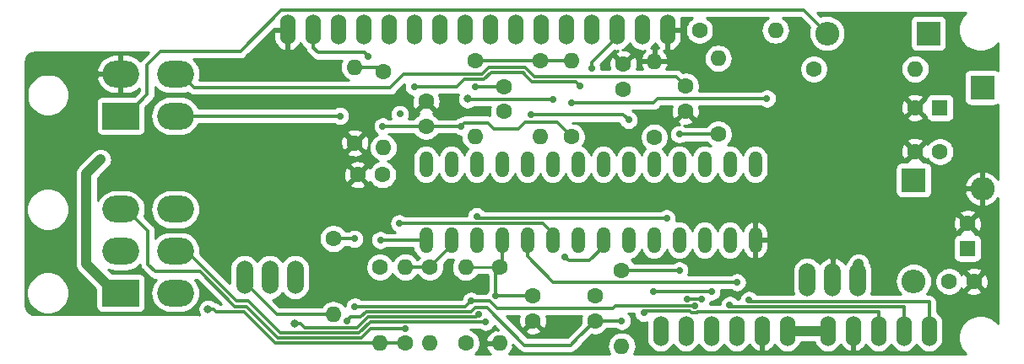
<source format=gbl>
G04 #@! TF.GenerationSoftware,KiCad,Pcbnew,5.1.4-e60b266~84~ubuntu19.04.1*
G04 #@! TF.CreationDate,2019-08-18T21:03:41+02:00*
G04 #@! TF.ProjectId,SLC_Free_PCB,534c435f-4672-4656-955f-5043422e6b69,rev?*
G04 #@! TF.SameCoordinates,Original*
G04 #@! TF.FileFunction,Copper,L2,Bot*
G04 #@! TF.FilePolarity,Positive*
%FSLAX46Y46*%
G04 Gerber Fmt 4.6, Leading zero omitted, Abs format (unit mm)*
G04 Created by KiCad (PCBNEW 5.1.4-e60b266~84~ubuntu19.04.1) date 2019-08-18 21:03:41*
%MOMM*%
%LPD*%
G04 APERTURE LIST*
%ADD10O,1.600000X1.600000*%
%ADD11C,1.600000*%
%ADD12O,3.700000X2.700000*%
%ADD13R,3.700000X2.700000*%
%ADD14O,1.676400X3.352800*%
%ADD15O,1.320800X2.641600*%
%ADD16O,1.524000X3.048000*%
%ADD17R,2.400000X2.400000*%
%ADD18O,2.400000X2.400000*%
%ADD19R,1.600000X1.600000*%
%ADD20C,0.800000*%
%ADD21C,0.711200*%
%ADD22C,0.304800*%
%ADD23C,1.016000*%
%ADD24C,0.250000*%
%ADD25C,0.254000*%
G04 APERTURE END LIST*
D10*
X152981500Y-122110000D03*
D11*
X152981500Y-114490000D03*
D12*
X108230000Y-94790000D03*
X108230000Y-98990000D03*
X102730000Y-94790000D03*
D13*
X102730000Y-98990000D03*
D12*
X108220000Y-108380000D03*
X108220000Y-112580000D03*
X108220000Y-116780000D03*
X102720000Y-108380000D03*
X102720000Y-112580000D03*
D13*
X102720000Y-116780000D03*
D10*
X182400000Y-94270000D03*
D11*
X172240000Y-94270000D03*
X141150000Y-96050000D03*
X141150000Y-98550000D03*
D10*
X147925000Y-93480000D03*
D11*
X147925000Y-101100000D03*
D10*
X144810000Y-101090000D03*
D11*
X144810000Y-93470000D03*
D10*
X168395000Y-90375000D03*
D11*
X160775000Y-90375000D03*
D10*
X156250000Y-93505000D03*
D11*
X156250000Y-101125000D03*
D10*
X162650000Y-93205000D03*
D11*
X162650000Y-100825000D03*
D10*
X124050000Y-118950000D03*
D11*
X124050000Y-111330000D03*
D10*
X131275000Y-114200000D03*
D11*
X131275000Y-121820000D03*
D10*
X128725000Y-121820000D03*
D11*
X128725000Y-114200000D03*
D10*
X133725000Y-121820000D03*
D11*
X133725000Y-114200000D03*
D10*
X137325000Y-114200000D03*
D11*
X137325000Y-121820000D03*
D10*
X140725000Y-121820000D03*
D11*
X140725000Y-114200000D03*
D10*
X138300300Y-101079400D03*
D11*
X138300300Y-93459400D03*
D10*
X129075000Y-102170000D03*
D11*
X129075000Y-94550000D03*
D10*
X126200000Y-94080000D03*
D11*
X126200000Y-101700000D03*
X126500000Y-104900000D03*
X129000000Y-104900000D03*
X144075000Y-119575000D03*
X144075000Y-117075000D03*
X150275000Y-117075000D03*
X150275000Y-119575000D03*
X188320000Y-115620000D03*
X185820000Y-115620000D03*
X182400000Y-102570000D03*
X184900000Y-102570000D03*
X159356900Y-98500000D03*
X159356900Y-96000000D03*
X153130000Y-93800000D03*
X153130000Y-96300000D03*
X133347300Y-97538000D03*
X133347300Y-100038000D03*
D14*
X115150000Y-115190000D03*
X117690000Y-115190000D03*
X120230000Y-115190000D03*
X171574300Y-115457200D03*
X174114300Y-115457200D03*
X176654300Y-115457200D03*
D15*
X133347300Y-103848000D03*
X135887300Y-103848000D03*
X138427300Y-103848000D03*
X140967300Y-103848000D03*
X143507300Y-103848000D03*
X146047300Y-103848000D03*
X148587300Y-103848000D03*
X151127300Y-103848000D03*
X153667300Y-103848000D03*
X156207300Y-103848000D03*
X158747300Y-103848000D03*
X161287300Y-103848000D03*
X163827300Y-103848000D03*
X166367300Y-103848000D03*
X166367300Y-111468000D03*
X163827300Y-111468000D03*
X161287300Y-111468000D03*
X158747300Y-111468000D03*
X156207300Y-111468000D03*
X153667300Y-111468000D03*
X143507300Y-111468000D03*
X146047300Y-111468000D03*
X140967300Y-111468000D03*
X138427300Y-111468000D03*
X151127300Y-111468000D03*
X148587300Y-111468000D03*
X135887300Y-111468000D03*
X133347300Y-111468000D03*
D16*
X183817100Y-120586600D03*
X181277100Y-120586600D03*
X178737100Y-120586600D03*
X176197100Y-120586600D03*
X173657100Y-120586600D03*
X157578900Y-90309800D03*
X155038900Y-90309800D03*
X152498900Y-90309800D03*
X149958900Y-90309800D03*
X147418900Y-90309800D03*
X144878900Y-90309800D03*
X142338900Y-90309800D03*
X139798900Y-90309800D03*
X137258900Y-90309800D03*
X134718900Y-90309800D03*
X132178900Y-90309800D03*
X129638900Y-90309800D03*
X127098900Y-90309800D03*
X124558900Y-90309800D03*
X122018900Y-90309800D03*
X119478900Y-90309800D03*
X169593100Y-120586600D03*
X167053100Y-120586600D03*
X164513100Y-120586600D03*
X161973100Y-120586600D03*
X159433100Y-120586600D03*
X156893100Y-120586600D03*
D17*
X183730000Y-90700000D03*
D18*
X173570000Y-90700000D03*
D17*
X182250000Y-105440000D03*
D18*
X182250000Y-115600000D03*
X189140000Y-106300000D03*
D17*
X189140000Y-96140000D03*
D19*
X184900000Y-98160000D03*
D11*
X182400000Y-98160000D03*
X187650000Y-109790000D03*
D19*
X187650000Y-112290000D03*
D20*
X142220000Y-107750000D03*
X142220000Y-119410000D03*
X151330000Y-107880000D03*
X147820000Y-120040000D03*
X124610000Y-94980000D03*
X126190000Y-98070000D03*
D21*
X147950000Y-97690000D03*
X129003900Y-100038000D03*
X127560000Y-92980000D03*
X136852500Y-100038000D03*
X167535700Y-97244000D03*
X138427300Y-109080400D03*
X157473300Y-109283600D03*
X146060000Y-97300000D03*
D20*
X137510000Y-97290000D03*
D21*
X130731100Y-98800000D03*
X148810000Y-95970000D03*
X132170000Y-96070000D03*
X143913700Y-98877600D03*
X153667300Y-99400000D03*
X155191300Y-118783200D03*
X158747300Y-100825400D03*
X126159100Y-111341000D03*
X126209900Y-118148200D03*
X160271300Y-118072000D03*
X137870000Y-117560000D03*
X165732300Y-117487800D03*
X163801900Y-117995800D03*
X159560100Y-117360800D03*
X160982500Y-117360800D03*
X158747300Y-114516000D03*
X161973100Y-116649600D03*
X156181900Y-116649600D03*
X164540000Y-115710000D03*
X130670000Y-109780000D03*
X140332300Y-117075000D03*
X138605100Y-118961000D03*
D20*
X120190000Y-119860000D03*
D21*
X147300000Y-113169800D03*
X149950000Y-94230000D03*
X131289900Y-120383400D03*
X128775300Y-111468000D03*
X138300300Y-96050200D03*
X139316300Y-119672200D03*
D20*
X111490000Y-118400000D03*
D21*
X152981500Y-119596000D03*
X124730000Y-98990000D03*
X125447900Y-119570600D03*
D20*
X100118000Y-103968000D03*
X100718000Y-103368000D03*
D22*
X102710000Y-95510000D02*
X103210000Y-95510000D01*
X102730000Y-94790000D02*
X103230000Y-94790000D01*
D23*
X169593100Y-120586600D02*
X173657100Y-120586600D01*
D22*
X156604000Y-97244000D02*
X167535700Y-97244000D01*
X156600000Y-97240000D02*
X156604000Y-97244000D01*
X147950000Y-97690000D02*
X156150000Y-97690000D01*
X156150000Y-97690000D02*
X156600000Y-97240000D01*
X129003900Y-100038000D02*
X133347300Y-100038000D01*
X147925000Y-101100000D02*
X146475000Y-99650000D01*
X146475000Y-99650000D02*
X143250000Y-99650000D01*
X143250000Y-99650000D02*
X142580000Y-100320000D01*
X142580000Y-100320000D02*
X140180000Y-100320000D01*
X137208099Y-99682401D02*
X136852500Y-100038000D01*
X139542401Y-99682401D02*
X137208099Y-99682401D01*
X140180000Y-100320000D02*
X139542401Y-99682401D01*
X134478670Y-100038000D02*
X136852500Y-100038000D01*
X133347300Y-100038000D02*
X134478670Y-100038000D01*
D23*
X176654300Y-113957200D02*
X176730500Y-113881000D01*
X185800000Y-115600000D02*
X185820000Y-115620000D01*
D22*
X127204401Y-92624401D02*
X127560000Y-92980000D01*
X122504701Y-92624401D02*
X127204401Y-92624401D01*
X122018900Y-90309800D02*
X122018900Y-92138600D01*
X122018900Y-92138600D02*
X122504701Y-92624401D01*
X138427300Y-109080400D02*
X138630500Y-109283600D01*
X138630500Y-109283600D02*
X157223300Y-109283600D01*
X145427106Y-97300000D02*
X137449885Y-97300000D01*
X145427106Y-97300000D02*
X146060000Y-97300000D01*
X138989099Y-95324810D02*
X137215190Y-95324810D01*
X139179099Y-95324809D02*
X138989099Y-95324810D01*
X139879098Y-94624810D02*
X139179099Y-95324809D01*
X143200000Y-94740000D02*
X143084810Y-94624810D01*
X136470000Y-96070000D02*
X132170000Y-96070000D01*
X137215190Y-95324810D02*
X136470000Y-96070000D01*
X143084810Y-94624810D02*
X139879098Y-94624810D01*
X148810000Y-95970000D02*
X148379010Y-95539010D01*
X148379010Y-95539010D02*
X143979010Y-95539010D01*
X143979010Y-95539010D02*
X143200000Y-94760000D01*
X143200000Y-94760000D02*
X143200000Y-94740000D01*
X153144900Y-98877600D02*
X143913700Y-98877600D01*
X153667300Y-99400000D02*
X153144900Y-98877600D01*
X178737100Y-120586600D02*
X178737100Y-118707000D01*
X178737100Y-118707000D02*
X160601500Y-118707000D01*
X160601500Y-118707000D02*
X160525300Y-118783200D01*
X160525300Y-118783200D02*
X159966500Y-118783200D01*
X159966500Y-118783200D02*
X159763300Y-118580000D01*
X159763300Y-118580000D02*
X155394500Y-118580000D01*
X155394500Y-118580000D02*
X155191300Y-118783200D01*
X158747300Y-100825400D02*
X162582700Y-100825400D01*
X124025500Y-111341000D02*
X126159100Y-111341000D01*
X152100000Y-118300000D02*
X152328000Y-118072000D01*
X140509458Y-118300000D02*
X152100000Y-118300000D01*
X152328000Y-118072000D02*
X160271300Y-118072000D01*
X139773458Y-117564000D02*
X140509458Y-118300000D01*
X137870000Y-117560000D02*
X137514401Y-117915599D01*
X138376894Y-117564000D02*
X139773458Y-117564000D01*
X138372894Y-117560000D02*
X138376894Y-117564000D01*
X137870000Y-117560000D02*
X138372894Y-117560000D01*
X137281800Y-118148200D02*
X137870000Y-117560000D01*
X126209900Y-118148200D02*
X137281800Y-118148200D01*
X183817100Y-120586600D02*
X183817100Y-117691000D01*
X183817100Y-117691000D02*
X165935500Y-117691000D01*
X165935500Y-117691000D02*
X165732300Y-117487800D01*
X181277100Y-120586600D02*
X181277100Y-118199000D01*
X163801900Y-117995800D02*
X164005100Y-118199000D01*
X164005100Y-118199000D02*
X181277100Y-118199000D01*
X159560100Y-117360800D02*
X160982500Y-117360800D01*
X158747300Y-114516000D02*
X152981500Y-114516000D01*
X161973100Y-116649600D02*
X156181900Y-116649600D01*
X143507300Y-113093600D02*
X146113700Y-115700000D01*
X146113700Y-115700000D02*
X147000000Y-115700000D01*
X143507300Y-111468000D02*
X143507300Y-113093600D01*
X164500000Y-115700000D02*
X147000000Y-115700000D01*
X131172894Y-109780000D02*
X130670000Y-109780000D01*
X131184494Y-109791600D02*
X131172894Y-109780000D01*
X145031300Y-109791600D02*
X131184494Y-109791600D01*
X146047300Y-110807600D02*
X145031300Y-109791600D01*
X146047300Y-111468000D02*
X146047300Y-110807600D01*
X140332300Y-117075000D02*
X144075000Y-117075000D01*
D24*
X138456370Y-114200000D02*
X140725000Y-114200000D01*
X137325000Y-114200000D02*
X138456370Y-114200000D01*
D22*
X140967300Y-113957700D02*
X140725000Y-114200000D01*
X140967300Y-111468000D02*
X140967300Y-113957700D01*
X140332300Y-114592700D02*
X140725000Y-114200000D01*
X140332300Y-117075000D02*
X140332300Y-114592700D01*
X120190000Y-119860000D02*
X120755685Y-119860000D01*
X120755685Y-119860000D02*
X121177485Y-120281800D01*
X138401900Y-119164200D02*
X138605100Y-118961000D01*
X127560292Y-119164200D02*
X138401900Y-119164200D01*
X121177485Y-120281800D02*
X126442109Y-120281800D01*
X126442109Y-120281800D02*
X127560000Y-119163908D01*
X127560000Y-119163908D02*
X127560292Y-119164200D01*
X151127300Y-112128400D02*
X151127300Y-111468000D01*
X149730301Y-113525399D02*
X151127300Y-112128400D01*
X147655599Y-113525399D02*
X149730301Y-113525399D01*
X147300000Y-113169800D02*
X147655599Y-113525399D01*
X149950000Y-93727106D02*
X149950000Y-94230000D01*
X149950000Y-93620700D02*
X149950000Y-93727106D01*
X152498900Y-91071800D02*
X149950000Y-93620700D01*
X152498900Y-90309800D02*
X152498900Y-91071800D01*
X133702900Y-114185800D02*
X131264500Y-114185800D01*
X135887300Y-112001400D02*
X135887300Y-111468000D01*
X133702900Y-114185800D02*
X135887300Y-112001400D01*
X118730000Y-121297800D02*
X118890000Y-121297800D01*
X130787006Y-120383400D02*
X131289900Y-120383400D01*
X127768327Y-120383400D02*
X130787006Y-120383400D01*
X126853927Y-121297800D02*
X127768327Y-120383400D01*
X118890000Y-121297800D02*
X126853927Y-121297800D01*
X117139391Y-119926200D02*
X118510991Y-121297800D01*
X115338700Y-118148200D02*
X117116700Y-119926200D01*
X105440000Y-113890000D02*
X106190000Y-114640000D01*
X118510991Y-121297800D02*
X118890000Y-121297800D01*
X117116700Y-119926200D02*
X117139391Y-119926200D01*
X106190000Y-114640000D02*
X110666092Y-114640000D01*
X114174292Y-118148200D02*
X115338700Y-118148200D01*
X110666092Y-114640000D02*
X114174292Y-118148200D01*
X102720000Y-108380000D02*
X103280000Y-108380000D01*
X103280000Y-108380000D02*
X105440000Y-110540000D01*
X105440000Y-110540000D02*
X105440000Y-110780000D01*
X105440000Y-110780000D02*
X105440000Y-113890000D01*
X128775300Y-111468000D02*
X133347300Y-111468000D01*
X118361300Y-118961000D02*
X124025500Y-118961000D01*
X115150000Y-115190000D02*
X115150000Y-115749700D01*
X115150000Y-115749700D02*
X118361300Y-118961000D01*
X138300300Y-96050200D02*
X141145100Y-96050200D01*
X147926900Y-93459400D02*
X144777300Y-93459400D01*
X144777000Y-93459400D02*
X138300000Y-93459400D01*
X131360000Y-119672200D02*
X139316300Y-119672200D01*
X131356810Y-119669010D02*
X131360000Y-119672200D01*
X127768808Y-119669010D02*
X131356810Y-119669010D01*
X126648018Y-120789800D02*
X127768808Y-119669010D01*
X109320000Y-112580000D02*
X114320000Y-117580000D01*
X118739592Y-120789800D02*
X126648018Y-120789800D01*
X117624700Y-119697600D02*
X117647392Y-119697600D01*
X114320000Y-117580000D02*
X115507100Y-117580000D01*
X108220000Y-112580000D02*
X109320000Y-112580000D01*
X115507100Y-117580000D02*
X117624700Y-119697600D01*
X117647392Y-119697600D02*
X118739592Y-120789800D01*
X115110100Y-118656200D02*
X118259700Y-121805800D01*
X118259700Y-121805800D02*
X118570000Y-121805800D01*
X118570000Y-121805800D02*
X128775300Y-121805800D01*
X131264500Y-121805800D02*
X128775300Y-121805800D01*
X113410000Y-118656200D02*
X115110100Y-118656200D01*
X112311885Y-118656200D02*
X115110100Y-118656200D01*
X112055685Y-118400000D02*
X112311885Y-118656200D01*
X111490000Y-118400000D02*
X112055685Y-118400000D01*
X155038900Y-90309800D02*
X155038900Y-90568900D01*
X128605000Y-94080000D02*
X129075000Y-94550000D01*
X126200000Y-94080000D02*
X128605000Y-94080000D01*
X152981500Y-119596000D02*
X150238300Y-119596000D01*
X147830000Y-122020000D02*
X148550000Y-121300000D01*
X148550000Y-121300000D02*
X150275000Y-119575000D01*
X143220000Y-122020000D02*
X147830000Y-122020000D01*
X139452999Y-118252999D02*
X143220000Y-122020000D01*
X125803499Y-119215001D02*
X126794999Y-119215001D01*
X125447900Y-119570600D02*
X125803499Y-119215001D01*
X126794999Y-119215001D02*
X127353800Y-118656200D01*
X137893900Y-118656200D02*
X138297101Y-118252999D01*
X127353800Y-118656200D02*
X137893900Y-118656200D01*
X138297101Y-118252999D02*
X139452999Y-118252999D01*
X108230000Y-98990000D02*
X123860000Y-98990000D01*
X123860000Y-98990000D02*
X124730000Y-98990000D01*
X158417100Y-95034200D02*
X159356900Y-95974000D01*
X144910000Y-95034200D02*
X144214200Y-95034200D01*
X144910000Y-95034200D02*
X158417100Y-95034200D01*
X144214200Y-95034200D02*
X143300000Y-94120000D01*
X143300000Y-94120000D02*
X139670000Y-94120000D01*
X139040000Y-94750000D02*
X138970000Y-94820000D01*
X138970000Y-94820000D02*
X139220000Y-94570000D01*
X139670000Y-94120000D02*
X139220000Y-94570000D01*
X139220000Y-94570000D02*
X139040000Y-94750000D01*
X131110000Y-94820000D02*
X138780000Y-94820000D01*
X138780000Y-94820000D02*
X138970000Y-94820000D01*
X129770000Y-96160000D02*
X131110000Y-94820000D01*
X110100000Y-96160000D02*
X129770000Y-96160000D01*
X108730000Y-94790000D02*
X110100000Y-96160000D01*
X108230000Y-94790000D02*
X108730000Y-94790000D01*
X102140000Y-99230000D02*
X102720000Y-99230000D01*
D23*
X102220000Y-116780000D02*
X99280000Y-113840000D01*
X102720000Y-116780000D02*
X102220000Y-116780000D01*
X99280000Y-113840000D02*
X99280000Y-106830000D01*
X99280000Y-104806000D02*
X100118000Y-103968000D01*
D22*
X171207410Y-88337410D02*
X173570000Y-90700000D01*
X103230000Y-98990000D02*
X105400000Y-96820000D01*
X105400000Y-96820000D02*
X105400000Y-93830000D01*
X102730000Y-98990000D02*
X103230000Y-98990000D01*
X105400000Y-93830000D02*
X106730000Y-92500000D01*
X108780000Y-92500000D02*
X108580000Y-92500000D01*
X106730000Y-92500000D02*
X108580000Y-92500000D01*
X108580000Y-92500000D02*
X108742130Y-92500000D01*
D23*
X99280000Y-105910000D02*
X99280000Y-104806000D01*
X99280000Y-106830000D02*
X99280000Y-105910000D01*
X100118000Y-103968000D02*
X100718000Y-103368000D01*
D22*
X114717254Y-92500000D02*
X108580000Y-92500000D01*
X157944523Y-88337410D02*
X171207410Y-88337410D01*
X118842755Y-88337246D02*
X157944450Y-88337337D01*
X157944450Y-88337337D02*
X157944523Y-88337410D01*
X118842755Y-88374499D02*
X114717254Y-92500000D01*
X118842755Y-88337246D02*
X118842755Y-88374499D01*
D25*
G36*
X187476939Y-88619994D02*
G01*
X187211862Y-88885071D01*
X186967269Y-89251131D01*
X186798790Y-89657875D01*
X186712900Y-90089672D01*
X186712900Y-90529928D01*
X186798790Y-90961725D01*
X186967269Y-91368469D01*
X187211862Y-91734529D01*
X187523171Y-92045838D01*
X187889231Y-92290431D01*
X188295975Y-92458910D01*
X188727772Y-92544800D01*
X189168028Y-92544800D01*
X189599825Y-92458910D01*
X190006569Y-92290431D01*
X190372629Y-92045838D01*
X190683938Y-91734529D01*
X190730480Y-91664873D01*
X190729630Y-94438298D01*
X190694494Y-94409463D01*
X190584180Y-94350498D01*
X190464482Y-94314188D01*
X190340000Y-94301928D01*
X187940000Y-94301928D01*
X187815518Y-94314188D01*
X187695820Y-94350498D01*
X187585506Y-94409463D01*
X187488815Y-94488815D01*
X187409463Y-94585506D01*
X187350498Y-94695820D01*
X187314188Y-94815518D01*
X187301928Y-94940000D01*
X187301928Y-97340000D01*
X187314188Y-97464482D01*
X187350498Y-97584180D01*
X187409463Y-97694494D01*
X187488815Y-97791185D01*
X187585506Y-97870537D01*
X187695820Y-97929502D01*
X187815518Y-97965812D01*
X187940000Y-97978072D01*
X190340000Y-97978072D01*
X190464482Y-97965812D01*
X190584180Y-97929502D01*
X190694494Y-97870537D01*
X190728585Y-97842559D01*
X190726269Y-105395200D01*
X190634489Y-105235226D01*
X190398046Y-104964125D01*
X190113257Y-104744361D01*
X189791066Y-104584379D01*
X189551805Y-104511805D01*
X189267000Y-104628568D01*
X189267000Y-106173000D01*
X189287000Y-106173000D01*
X189287000Y-106427000D01*
X189267000Y-106427000D01*
X189267000Y-107971432D01*
X189551805Y-108088195D01*
X189791066Y-108015621D01*
X190113257Y-107855639D01*
X190398046Y-107635875D01*
X190634489Y-107364774D01*
X190725713Y-107205768D01*
X190721834Y-119853586D01*
X190683938Y-119796871D01*
X190372629Y-119485562D01*
X190006569Y-119240969D01*
X189599825Y-119072490D01*
X189168028Y-118986600D01*
X188727772Y-118986600D01*
X188295975Y-119072490D01*
X187889231Y-119240969D01*
X187523171Y-119485562D01*
X187211862Y-119796871D01*
X186967269Y-120162931D01*
X186798790Y-120569675D01*
X186712900Y-121001472D01*
X186712900Y-121441728D01*
X186798790Y-121873525D01*
X186967269Y-122280269D01*
X187211862Y-122646329D01*
X187486650Y-122921117D01*
X154172628Y-122920610D01*
X154180432Y-122911101D01*
X154313682Y-122661808D01*
X154395736Y-122391309D01*
X154423443Y-122110000D01*
X154395736Y-121828691D01*
X154313682Y-121558192D01*
X154180432Y-121308899D01*
X154001108Y-121090392D01*
X153782601Y-120911068D01*
X153533308Y-120777818D01*
X153262809Y-120695764D01*
X153051992Y-120675000D01*
X152911008Y-120675000D01*
X152700191Y-120695764D01*
X152429692Y-120777818D01*
X152180399Y-120911068D01*
X151961892Y-121090392D01*
X151782568Y-121308899D01*
X151649318Y-121558192D01*
X151567264Y-121828691D01*
X151539557Y-122110000D01*
X151567264Y-122391309D01*
X151649318Y-122661808D01*
X151782568Y-122911101D01*
X151790342Y-122920574D01*
X141638633Y-122920419D01*
X141688414Y-122883519D01*
X141877385Y-122675131D01*
X142022070Y-122433881D01*
X142116909Y-122169040D01*
X141995625Y-121947002D01*
X142033451Y-121947002D01*
X142635877Y-122549428D01*
X142660531Y-122579469D01*
X142690570Y-122604121D01*
X142780427Y-122677866D01*
X142886866Y-122734759D01*
X142917217Y-122750982D01*
X143065643Y-122796006D01*
X143181327Y-122807400D01*
X143181337Y-122807400D01*
X143220000Y-122811208D01*
X143258663Y-122807400D01*
X147791337Y-122807400D01*
X147830000Y-122811208D01*
X147868663Y-122807400D01*
X147868673Y-122807400D01*
X147984357Y-122796006D01*
X148132783Y-122750982D01*
X148269572Y-122677866D01*
X148389469Y-122579469D01*
X148414127Y-122549423D01*
X149134121Y-121829430D01*
X149134125Y-121829425D01*
X149983434Y-120980117D01*
X150133665Y-121010000D01*
X150416335Y-121010000D01*
X150693574Y-120954853D01*
X150954727Y-120846680D01*
X151189759Y-120689637D01*
X151389637Y-120489759D01*
X151460704Y-120383400D01*
X152376895Y-120383400D01*
X152512275Y-120473858D01*
X152692553Y-120548532D01*
X152883934Y-120586600D01*
X153079066Y-120586600D01*
X153270447Y-120548532D01*
X153450725Y-120473858D01*
X153612971Y-120365449D01*
X153750949Y-120227471D01*
X153859358Y-120065225D01*
X153934032Y-119884947D01*
X153972100Y-119693566D01*
X153972100Y-119498434D01*
X153934032Y-119307053D01*
X153859358Y-119126775D01*
X153750949Y-118964529D01*
X153645820Y-118859400D01*
X154200700Y-118859400D01*
X154200700Y-118880766D01*
X154238768Y-119072147D01*
X154313442Y-119252425D01*
X154421851Y-119414671D01*
X154559829Y-119552649D01*
X154722075Y-119661058D01*
X154902353Y-119735732D01*
X155093734Y-119773800D01*
X155288866Y-119773800D01*
X155480247Y-119735732D01*
X155498853Y-119728025D01*
X155496100Y-119755976D01*
X155496100Y-121417225D01*
X155516314Y-121622460D01*
X155596197Y-121885795D01*
X155725918Y-122128487D01*
X155900493Y-122341208D01*
X156113214Y-122515783D01*
X156355906Y-122645504D01*
X156619241Y-122725386D01*
X156893100Y-122752359D01*
X157166960Y-122725386D01*
X157430295Y-122645504D01*
X157672987Y-122515783D01*
X157885708Y-122341208D01*
X158060283Y-122128487D01*
X158163101Y-121936128D01*
X158265918Y-122128487D01*
X158440493Y-122341208D01*
X158653214Y-122515783D01*
X158895906Y-122645504D01*
X159159241Y-122725386D01*
X159433100Y-122752359D01*
X159706960Y-122725386D01*
X159970295Y-122645504D01*
X160212987Y-122515783D01*
X160425708Y-122341208D01*
X160600283Y-122128487D01*
X160703101Y-121936128D01*
X160805918Y-122128487D01*
X160980493Y-122341208D01*
X161193214Y-122515783D01*
X161435906Y-122645504D01*
X161699241Y-122725386D01*
X161973100Y-122752359D01*
X162246960Y-122725386D01*
X162510295Y-122645504D01*
X162752987Y-122515783D01*
X162965708Y-122341208D01*
X163140283Y-122128487D01*
X163243101Y-121936128D01*
X163345918Y-122128487D01*
X163520493Y-122341208D01*
X163733214Y-122515783D01*
X163975906Y-122645504D01*
X164239241Y-122725386D01*
X164513100Y-122752359D01*
X164786960Y-122725386D01*
X165050295Y-122645504D01*
X165292987Y-122515783D01*
X165505708Y-122341208D01*
X165680283Y-122128487D01*
X165784138Y-121934187D01*
X165811041Y-122000542D01*
X165962094Y-122230329D01*
X166155074Y-122426232D01*
X166382565Y-122580722D01*
X166635824Y-122687862D01*
X166710030Y-122702820D01*
X166926100Y-122580320D01*
X166926100Y-120713600D01*
X166906100Y-120713600D01*
X166906100Y-120459600D01*
X166926100Y-120459600D01*
X166926100Y-120439600D01*
X167180100Y-120439600D01*
X167180100Y-120459600D01*
X167200100Y-120459600D01*
X167200100Y-120713600D01*
X167180100Y-120713600D01*
X167180100Y-122580320D01*
X167396170Y-122702820D01*
X167470376Y-122687862D01*
X167723635Y-122580722D01*
X167951126Y-122426232D01*
X168144106Y-122230329D01*
X168295159Y-122000542D01*
X168322062Y-121934186D01*
X168425918Y-122128487D01*
X168600493Y-122341208D01*
X168813214Y-122515783D01*
X169055906Y-122645504D01*
X169319241Y-122725386D01*
X169593100Y-122752359D01*
X169866960Y-122725386D01*
X170130295Y-122645504D01*
X170372987Y-122515783D01*
X170585708Y-122341208D01*
X170760283Y-122128487D01*
X170890004Y-121885795D01*
X170937385Y-121729600D01*
X172312815Y-121729600D01*
X172360197Y-121885795D01*
X172489918Y-122128487D01*
X172664493Y-122341208D01*
X172877214Y-122515783D01*
X173119906Y-122645504D01*
X173383241Y-122725386D01*
X173657100Y-122752359D01*
X173930960Y-122725386D01*
X174194295Y-122645504D01*
X174436987Y-122515783D01*
X174649708Y-122341208D01*
X174824283Y-122128487D01*
X174928138Y-121934187D01*
X174955041Y-122000542D01*
X175106094Y-122230329D01*
X175299074Y-122426232D01*
X175526565Y-122580722D01*
X175779824Y-122687862D01*
X175854030Y-122702820D01*
X176070100Y-122580320D01*
X176070100Y-120713600D01*
X176050100Y-120713600D01*
X176050100Y-120459600D01*
X176070100Y-120459600D01*
X176070100Y-120439600D01*
X176324100Y-120439600D01*
X176324100Y-120459600D01*
X176344100Y-120459600D01*
X176344100Y-120713600D01*
X176324100Y-120713600D01*
X176324100Y-122580320D01*
X176540170Y-122702820D01*
X176614376Y-122687862D01*
X176867635Y-122580722D01*
X177095126Y-122426232D01*
X177288106Y-122230329D01*
X177439159Y-122000542D01*
X177466062Y-121934186D01*
X177569918Y-122128487D01*
X177744493Y-122341208D01*
X177957214Y-122515783D01*
X178199906Y-122645504D01*
X178463241Y-122725386D01*
X178737100Y-122752359D01*
X179010960Y-122725386D01*
X179274295Y-122645504D01*
X179516987Y-122515783D01*
X179729708Y-122341208D01*
X179904283Y-122128487D01*
X180007101Y-121936128D01*
X180109918Y-122128487D01*
X180284493Y-122341208D01*
X180497214Y-122515783D01*
X180739906Y-122645504D01*
X181003241Y-122725386D01*
X181277100Y-122752359D01*
X181550960Y-122725386D01*
X181814295Y-122645504D01*
X182056987Y-122515783D01*
X182269708Y-122341208D01*
X182444283Y-122128487D01*
X182547101Y-121936128D01*
X182649918Y-122128487D01*
X182824493Y-122341208D01*
X183037214Y-122515783D01*
X183279906Y-122645504D01*
X183543241Y-122725386D01*
X183817100Y-122752359D01*
X184090960Y-122725386D01*
X184354295Y-122645504D01*
X184596987Y-122515783D01*
X184809708Y-122341208D01*
X184984283Y-122128487D01*
X185114004Y-121885795D01*
X185193886Y-121622460D01*
X185214100Y-121417225D01*
X185214100Y-119755975D01*
X185193886Y-119550740D01*
X185114004Y-119287405D01*
X184984283Y-119044713D01*
X184809707Y-118831992D01*
X184604500Y-118663584D01*
X184604500Y-117729673D01*
X184608309Y-117691000D01*
X184593106Y-117536643D01*
X184548082Y-117388217D01*
X184474966Y-117251428D01*
X184376569Y-117131531D01*
X184256672Y-117033134D01*
X184119883Y-116960018D01*
X183971457Y-116914994D01*
X183855773Y-116903600D01*
X183817100Y-116899791D01*
X183778427Y-116903600D01*
X183553999Y-116903600D01*
X183783129Y-116624404D01*
X183953521Y-116305622D01*
X184058448Y-115959723D01*
X184093878Y-115600000D01*
X184081928Y-115478665D01*
X184385000Y-115478665D01*
X184385000Y-115761335D01*
X184440147Y-116038574D01*
X184548320Y-116299727D01*
X184705363Y-116534759D01*
X184905241Y-116734637D01*
X185140273Y-116891680D01*
X185401426Y-116999853D01*
X185678665Y-117055000D01*
X185961335Y-117055000D01*
X186238574Y-116999853D01*
X186499727Y-116891680D01*
X186734759Y-116734637D01*
X186856694Y-116612702D01*
X187506903Y-116612702D01*
X187578486Y-116856671D01*
X187833996Y-116977571D01*
X188108184Y-117046300D01*
X188390512Y-117060217D01*
X188670130Y-117018787D01*
X188936292Y-116923603D01*
X189061514Y-116856671D01*
X189133097Y-116612702D01*
X188320000Y-115799605D01*
X187506903Y-116612702D01*
X186856694Y-116612702D01*
X186934637Y-116534759D01*
X187068692Y-116334131D01*
X187083329Y-116361514D01*
X187327298Y-116433097D01*
X188140395Y-115620000D01*
X188499605Y-115620000D01*
X189312702Y-116433097D01*
X189556671Y-116361514D01*
X189677571Y-116106004D01*
X189746300Y-115831816D01*
X189760217Y-115549488D01*
X189718787Y-115269870D01*
X189623603Y-115003708D01*
X189556671Y-114878486D01*
X189312702Y-114806903D01*
X188499605Y-115620000D01*
X188140395Y-115620000D01*
X187327298Y-114806903D01*
X187083329Y-114878486D01*
X187069676Y-114907341D01*
X186934637Y-114705241D01*
X186856694Y-114627298D01*
X187506903Y-114627298D01*
X188320000Y-115440395D01*
X189133097Y-114627298D01*
X189061514Y-114383329D01*
X188806004Y-114262429D01*
X188531816Y-114193700D01*
X188249488Y-114179783D01*
X187969870Y-114221213D01*
X187703708Y-114316397D01*
X187578486Y-114383329D01*
X187506903Y-114627298D01*
X186856694Y-114627298D01*
X186734759Y-114505363D01*
X186499727Y-114348320D01*
X186238574Y-114240147D01*
X185961335Y-114185000D01*
X185678665Y-114185000D01*
X185401426Y-114240147D01*
X185140273Y-114348320D01*
X184905241Y-114505363D01*
X184705363Y-114705241D01*
X184548320Y-114940273D01*
X184440147Y-115201426D01*
X184385000Y-115478665D01*
X184081928Y-115478665D01*
X184058448Y-115240277D01*
X183953521Y-114894378D01*
X183783129Y-114575596D01*
X183553819Y-114296181D01*
X183274404Y-114066871D01*
X182955622Y-113896479D01*
X182609723Y-113791552D01*
X182340139Y-113765000D01*
X182159861Y-113765000D01*
X181890277Y-113791552D01*
X181544378Y-113896479D01*
X181225596Y-114066871D01*
X180946181Y-114296181D01*
X180716871Y-114575596D01*
X180546479Y-114894378D01*
X180441552Y-115240277D01*
X180406122Y-115600000D01*
X180441552Y-115959723D01*
X180546479Y-116305622D01*
X180716871Y-116624404D01*
X180946001Y-116903600D01*
X177999654Y-116903600D01*
X178021945Y-116861897D01*
X178106184Y-116584198D01*
X178127500Y-116367772D01*
X178127500Y-114546628D01*
X178106184Y-114330202D01*
X178021945Y-114052503D01*
X177885148Y-113796574D01*
X177868746Y-113776588D01*
X177856961Y-113656933D01*
X177791602Y-113441477D01*
X177685467Y-113242912D01*
X177542633Y-113068867D01*
X177368588Y-112926033D01*
X177170023Y-112819898D01*
X176954567Y-112754539D01*
X176730499Y-112732471D01*
X176506433Y-112754539D01*
X176290977Y-112819898D01*
X176092412Y-112926033D01*
X175961979Y-113033076D01*
X175806376Y-113188679D01*
X175699333Y-113319112D01*
X175593198Y-113517677D01*
X175558519Y-113631995D01*
X175423452Y-113796575D01*
X175383471Y-113871374D01*
X175268663Y-113694937D01*
X175066206Y-113487488D01*
X174827168Y-113323522D01*
X174560735Y-113209341D01*
X174469338Y-113189221D01*
X174241300Y-113310700D01*
X174241300Y-115330200D01*
X174261300Y-115330200D01*
X174261300Y-115584200D01*
X174241300Y-115584200D01*
X174241300Y-115604200D01*
X173987300Y-115604200D01*
X173987300Y-115584200D01*
X173967300Y-115584200D01*
X173967300Y-115330200D01*
X173987300Y-115330200D01*
X173987300Y-113310700D01*
X173759262Y-113189221D01*
X173667865Y-113209341D01*
X173401432Y-113323522D01*
X173162394Y-113487488D01*
X172959937Y-113694937D01*
X172845129Y-113871374D01*
X172805148Y-113796574D01*
X172621049Y-113572250D01*
X172396725Y-113388152D01*
X172140796Y-113251355D01*
X171863097Y-113167116D01*
X171574300Y-113138672D01*
X171285502Y-113167116D01*
X171007803Y-113251355D01*
X170751874Y-113388152D01*
X170527550Y-113572251D01*
X170343452Y-113796575D01*
X170206655Y-114052504D01*
X170122416Y-114330203D01*
X170101100Y-114546629D01*
X170101100Y-116367772D01*
X170122417Y-116584198D01*
X170206656Y-116861897D01*
X170228947Y-116903600D01*
X166533334Y-116903600D01*
X166501749Y-116856329D01*
X166363771Y-116718351D01*
X166201525Y-116609942D01*
X166021247Y-116535268D01*
X165829866Y-116497200D01*
X165634734Y-116497200D01*
X165443353Y-116535268D01*
X165263075Y-116609942D01*
X165100829Y-116718351D01*
X164962851Y-116856329D01*
X164854442Y-117018575D01*
X164779768Y-117198853D01*
X164741700Y-117390234D01*
X164741700Y-117411600D01*
X164602934Y-117411600D01*
X164571349Y-117364329D01*
X164433371Y-117226351D01*
X164271125Y-117117942D01*
X164090847Y-117043268D01*
X163899466Y-117005200D01*
X163704334Y-117005200D01*
X163512953Y-117043268D01*
X163332675Y-117117942D01*
X163170429Y-117226351D01*
X163032451Y-117364329D01*
X162924042Y-117526575D01*
X162849368Y-117706853D01*
X162811300Y-117898234D01*
X162811300Y-117919600D01*
X161800506Y-117919600D01*
X161860358Y-117830025D01*
X161935032Y-117649747D01*
X161936931Y-117640200D01*
X162070666Y-117640200D01*
X162262047Y-117602132D01*
X162442325Y-117527458D01*
X162604571Y-117419049D01*
X162742549Y-117281071D01*
X162850958Y-117118825D01*
X162925632Y-116938547D01*
X162963700Y-116747166D01*
X162963700Y-116552034D01*
X162950844Y-116487400D01*
X163920429Y-116487400D01*
X164070775Y-116587858D01*
X164251053Y-116662532D01*
X164442434Y-116700600D01*
X164637566Y-116700600D01*
X164828947Y-116662532D01*
X165009225Y-116587858D01*
X165171471Y-116479449D01*
X165309449Y-116341471D01*
X165417858Y-116179225D01*
X165492532Y-115998947D01*
X165530600Y-115807566D01*
X165530600Y-115612434D01*
X165492532Y-115421053D01*
X165417858Y-115240775D01*
X165309449Y-115078529D01*
X165171471Y-114940551D01*
X165009225Y-114832142D01*
X164828947Y-114757468D01*
X164637566Y-114719400D01*
X164442434Y-114719400D01*
X164251053Y-114757468D01*
X164070775Y-114832142D01*
X163950361Y-114912600D01*
X159655240Y-114912600D01*
X159699832Y-114804947D01*
X159737900Y-114613566D01*
X159737900Y-114418434D01*
X159699832Y-114227053D01*
X159625158Y-114046775D01*
X159516749Y-113884529D01*
X159378771Y-113746551D01*
X159216525Y-113638142D01*
X159036247Y-113563468D01*
X158844866Y-113525400D01*
X158649734Y-113525400D01*
X158458353Y-113563468D01*
X158278075Y-113638142D01*
X158142695Y-113728600D01*
X154198608Y-113728600D01*
X154096137Y-113575241D01*
X153924856Y-113403960D01*
X154165426Y-113330983D01*
X154390467Y-113210697D01*
X154587718Y-113048818D01*
X154749597Y-112851567D01*
X154869883Y-112626526D01*
X154937300Y-112404285D01*
X155004717Y-112626526D01*
X155125004Y-112851567D01*
X155286883Y-113048818D01*
X155484134Y-113210697D01*
X155709175Y-113330983D01*
X155953358Y-113405056D01*
X156207300Y-113430067D01*
X156461243Y-113405056D01*
X156705426Y-113330983D01*
X156930467Y-113210697D01*
X157127718Y-113048818D01*
X157289597Y-112851567D01*
X157409883Y-112626526D01*
X157477300Y-112404285D01*
X157544717Y-112626526D01*
X157665004Y-112851567D01*
X157826883Y-113048818D01*
X158024134Y-113210697D01*
X158249175Y-113330983D01*
X158493358Y-113405056D01*
X158747300Y-113430067D01*
X159001243Y-113405056D01*
X159245426Y-113330983D01*
X159470467Y-113210697D01*
X159667718Y-113048818D01*
X159829597Y-112851567D01*
X159949883Y-112626526D01*
X160017300Y-112404285D01*
X160084717Y-112626526D01*
X160205004Y-112851567D01*
X160366883Y-113048818D01*
X160564134Y-113210697D01*
X160789175Y-113330983D01*
X161033358Y-113405056D01*
X161287300Y-113430067D01*
X161541243Y-113405056D01*
X161785426Y-113330983D01*
X162010467Y-113210697D01*
X162207718Y-113048818D01*
X162369597Y-112851567D01*
X162489883Y-112626526D01*
X162557300Y-112404285D01*
X162624717Y-112626526D01*
X162745004Y-112851567D01*
X162906883Y-113048818D01*
X163104134Y-113210697D01*
X163329175Y-113330983D01*
X163573358Y-113405056D01*
X163827300Y-113430067D01*
X164081243Y-113405056D01*
X164325426Y-113330983D01*
X164550467Y-113210697D01*
X164747718Y-113048818D01*
X164909597Y-112851567D01*
X165029883Y-112626526D01*
X165099806Y-112396023D01*
X165121567Y-112505680D01*
X165219107Y-112741461D01*
X165360771Y-112953683D01*
X165541116Y-113134189D01*
X165753211Y-113276044D01*
X165988905Y-113373795D01*
X166040195Y-113381820D01*
X166240300Y-113257933D01*
X166240300Y-111595000D01*
X166494300Y-111595000D01*
X166494300Y-113257933D01*
X166694405Y-113381820D01*
X166745695Y-113373795D01*
X166981389Y-113276044D01*
X167193484Y-113134189D01*
X167373829Y-112953683D01*
X167515493Y-112741461D01*
X167613033Y-112505680D01*
X167662700Y-112255400D01*
X167662700Y-111595000D01*
X166494300Y-111595000D01*
X166240300Y-111595000D01*
X166220300Y-111595000D01*
X166220300Y-111490000D01*
X186211928Y-111490000D01*
X186211928Y-113090000D01*
X186224188Y-113214482D01*
X186260498Y-113334180D01*
X186319463Y-113444494D01*
X186398815Y-113541185D01*
X186495506Y-113620537D01*
X186605820Y-113679502D01*
X186725518Y-113715812D01*
X186850000Y-113728072D01*
X188450000Y-113728072D01*
X188574482Y-113715812D01*
X188694180Y-113679502D01*
X188804494Y-113620537D01*
X188901185Y-113541185D01*
X188980537Y-113444494D01*
X189039502Y-113334180D01*
X189075812Y-113214482D01*
X189088072Y-113090000D01*
X189088072Y-111490000D01*
X189075812Y-111365518D01*
X189039502Y-111245820D01*
X188980537Y-111135506D01*
X188901185Y-111038815D01*
X188804494Y-110959463D01*
X188694180Y-110900498D01*
X188574482Y-110864188D01*
X188450000Y-110851928D01*
X188442785Y-110851928D01*
X188463097Y-110782702D01*
X187650000Y-109969605D01*
X186836903Y-110782702D01*
X186857215Y-110851928D01*
X186850000Y-110851928D01*
X186725518Y-110864188D01*
X186605820Y-110900498D01*
X186495506Y-110959463D01*
X186398815Y-111038815D01*
X186319463Y-111135506D01*
X186260498Y-111245820D01*
X186224188Y-111365518D01*
X186211928Y-111490000D01*
X166220300Y-111490000D01*
X166220300Y-111341000D01*
X166240300Y-111341000D01*
X166240300Y-109678067D01*
X166494300Y-109678067D01*
X166494300Y-111341000D01*
X167662700Y-111341000D01*
X167662700Y-110680600D01*
X167613033Y-110430320D01*
X167515493Y-110194539D01*
X167373829Y-109982317D01*
X167252133Y-109860512D01*
X186209783Y-109860512D01*
X186251213Y-110140130D01*
X186346397Y-110406292D01*
X186413329Y-110531514D01*
X186657298Y-110603097D01*
X187470395Y-109790000D01*
X187829605Y-109790000D01*
X188642702Y-110603097D01*
X188886671Y-110531514D01*
X189007571Y-110276004D01*
X189076300Y-110001816D01*
X189090217Y-109719488D01*
X189048787Y-109439870D01*
X188953603Y-109173708D01*
X188886671Y-109048486D01*
X188642702Y-108976903D01*
X187829605Y-109790000D01*
X187470395Y-109790000D01*
X186657298Y-108976903D01*
X186413329Y-109048486D01*
X186292429Y-109303996D01*
X186223700Y-109578184D01*
X186209783Y-109860512D01*
X167252133Y-109860512D01*
X167193484Y-109801811D01*
X166981389Y-109659956D01*
X166745695Y-109562205D01*
X166694405Y-109554180D01*
X166494300Y-109678067D01*
X166240300Y-109678067D01*
X166040195Y-109554180D01*
X165988905Y-109562205D01*
X165753211Y-109659956D01*
X165541116Y-109801811D01*
X165360771Y-109982317D01*
X165219107Y-110194539D01*
X165121567Y-110430320D01*
X165099806Y-110539977D01*
X165029883Y-110309474D01*
X164909597Y-110084433D01*
X164747718Y-109887182D01*
X164550466Y-109725303D01*
X164325425Y-109605017D01*
X164081242Y-109530944D01*
X163827300Y-109505933D01*
X163573357Y-109530944D01*
X163329174Y-109605017D01*
X163104133Y-109725303D01*
X162906882Y-109887182D01*
X162745003Y-110084434D01*
X162624717Y-110309475D01*
X162557300Y-110531716D01*
X162489883Y-110309474D01*
X162369597Y-110084433D01*
X162207718Y-109887182D01*
X162010466Y-109725303D01*
X161785425Y-109605017D01*
X161541242Y-109530944D01*
X161287300Y-109505933D01*
X161033357Y-109530944D01*
X160789174Y-109605017D01*
X160564133Y-109725303D01*
X160366882Y-109887182D01*
X160205003Y-110084434D01*
X160084717Y-110309475D01*
X160017300Y-110531716D01*
X159949883Y-110309474D01*
X159829597Y-110084433D01*
X159667718Y-109887182D01*
X159470466Y-109725303D01*
X159245425Y-109605017D01*
X159001242Y-109530944D01*
X158747300Y-109505933D01*
X158493357Y-109530944D01*
X158430303Y-109550072D01*
X158463900Y-109381166D01*
X158463900Y-109186034D01*
X158425832Y-108994653D01*
X158351158Y-108814375D01*
X158339748Y-108797298D01*
X186836903Y-108797298D01*
X187650000Y-109610395D01*
X188463097Y-108797298D01*
X188391514Y-108553329D01*
X188136004Y-108432429D01*
X187861816Y-108363700D01*
X187579488Y-108349783D01*
X187299870Y-108391213D01*
X187033708Y-108486397D01*
X186908486Y-108553329D01*
X186836903Y-108797298D01*
X158339748Y-108797298D01*
X158242749Y-108652129D01*
X158104771Y-108514151D01*
X157942525Y-108405742D01*
X157762247Y-108331068D01*
X157570866Y-108293000D01*
X157375734Y-108293000D01*
X157184353Y-108331068D01*
X157004075Y-108405742D01*
X156868695Y-108496200D01*
X139228334Y-108496200D01*
X139196749Y-108448929D01*
X139058771Y-108310951D01*
X138896525Y-108202542D01*
X138716247Y-108127868D01*
X138524866Y-108089800D01*
X138329734Y-108089800D01*
X138138353Y-108127868D01*
X137958075Y-108202542D01*
X137795829Y-108310951D01*
X137657851Y-108448929D01*
X137549442Y-108611175D01*
X137474768Y-108791453D01*
X137436700Y-108982834D01*
X137436700Y-109004200D01*
X131327930Y-109004200D01*
X131327251Y-109003994D01*
X131285504Y-108999882D01*
X131139225Y-108902142D01*
X130958947Y-108827468D01*
X130767566Y-108789400D01*
X130572434Y-108789400D01*
X130381053Y-108827468D01*
X130200775Y-108902142D01*
X130038529Y-109010551D01*
X129900551Y-109148529D01*
X129792142Y-109310775D01*
X129717468Y-109491053D01*
X129679400Y-109682434D01*
X129679400Y-109877566D01*
X129717468Y-110068947D01*
X129792142Y-110249225D01*
X129900551Y-110411471D01*
X130038529Y-110549449D01*
X130200775Y-110657858D01*
X130255679Y-110680600D01*
X129379905Y-110680600D01*
X129244525Y-110590142D01*
X129064247Y-110515468D01*
X128872866Y-110477400D01*
X128677734Y-110477400D01*
X128486353Y-110515468D01*
X128306075Y-110590142D01*
X128143829Y-110698551D01*
X128005851Y-110836529D01*
X127897442Y-110998775D01*
X127822768Y-111179053D01*
X127784700Y-111370434D01*
X127784700Y-111565566D01*
X127822768Y-111756947D01*
X127897442Y-111937225D01*
X128005851Y-112099471D01*
X128143829Y-112237449D01*
X128306075Y-112345858D01*
X128486353Y-112420532D01*
X128677734Y-112458600D01*
X128872866Y-112458600D01*
X129064247Y-112420532D01*
X129244525Y-112345858D01*
X129379905Y-112255400D01*
X132058141Y-112255400D01*
X132070644Y-112382343D01*
X132144717Y-112626526D01*
X132265004Y-112851567D01*
X132426883Y-113048818D01*
X132624134Y-113210697D01*
X132663738Y-113231866D01*
X132610363Y-113285241D01*
X132534753Y-113398400D01*
X132473522Y-113398400D01*
X132294608Y-113180392D01*
X132076101Y-113001068D01*
X131826808Y-112867818D01*
X131556309Y-112785764D01*
X131345492Y-112765000D01*
X131204508Y-112765000D01*
X130993691Y-112785764D01*
X130723192Y-112867818D01*
X130473899Y-113001068D01*
X130255392Y-113180392D01*
X130076068Y-113398899D01*
X130003016Y-113535570D01*
X129996680Y-113520273D01*
X129839637Y-113285241D01*
X129639759Y-113085363D01*
X129404727Y-112928320D01*
X129143574Y-112820147D01*
X128866335Y-112765000D01*
X128583665Y-112765000D01*
X128306426Y-112820147D01*
X128045273Y-112928320D01*
X127810241Y-113085363D01*
X127610363Y-113285241D01*
X127453320Y-113520273D01*
X127345147Y-113781426D01*
X127290000Y-114058665D01*
X127290000Y-114341335D01*
X127345147Y-114618574D01*
X127453320Y-114879727D01*
X127610363Y-115114759D01*
X127810241Y-115314637D01*
X128045273Y-115471680D01*
X128306426Y-115579853D01*
X128583665Y-115635000D01*
X128866335Y-115635000D01*
X129143574Y-115579853D01*
X129404727Y-115471680D01*
X129639759Y-115314637D01*
X129839637Y-115114759D01*
X129996680Y-114879727D01*
X130003016Y-114864430D01*
X130076068Y-115001101D01*
X130255392Y-115219608D01*
X130473899Y-115398932D01*
X130723192Y-115532182D01*
X130993691Y-115614236D01*
X131204508Y-115635000D01*
X131345492Y-115635000D01*
X131556309Y-115614236D01*
X131826808Y-115532182D01*
X132076101Y-115398932D01*
X132294608Y-115219608D01*
X132473932Y-115001101D01*
X132488845Y-114973200D01*
X132515777Y-114973200D01*
X132610363Y-115114759D01*
X132810241Y-115314637D01*
X133045273Y-115471680D01*
X133306426Y-115579853D01*
X133583665Y-115635000D01*
X133866335Y-115635000D01*
X134143574Y-115579853D01*
X134404727Y-115471680D01*
X134639759Y-115314637D01*
X134839637Y-115114759D01*
X134996680Y-114879727D01*
X135104853Y-114618574D01*
X135160000Y-114341335D01*
X135160000Y-114058665D01*
X135124094Y-113878157D01*
X135605612Y-113396639D01*
X135633358Y-113405056D01*
X135887300Y-113430067D01*
X136121751Y-113406976D01*
X135992818Y-113648192D01*
X135910764Y-113918691D01*
X135883057Y-114200000D01*
X135910764Y-114481309D01*
X135992818Y-114751808D01*
X136126068Y-115001101D01*
X136305392Y-115219608D01*
X136523899Y-115398932D01*
X136773192Y-115532182D01*
X137043691Y-115614236D01*
X137254508Y-115635000D01*
X137395492Y-115635000D01*
X137606309Y-115614236D01*
X137876808Y-115532182D01*
X138126101Y-115398932D01*
X138344608Y-115219608D01*
X138523932Y-115001101D01*
X138545901Y-114960000D01*
X139506957Y-114960000D01*
X139544901Y-115016788D01*
X139544900Y-116470394D01*
X139454442Y-116605775D01*
X139383684Y-116776600D01*
X138480592Y-116776600D01*
X138339225Y-116682142D01*
X138158947Y-116607468D01*
X137967566Y-116569400D01*
X137772434Y-116569400D01*
X137581053Y-116607468D01*
X137400775Y-116682142D01*
X137238529Y-116790551D01*
X137100551Y-116928529D01*
X136992142Y-117090775D01*
X136917468Y-117271053D01*
X136899616Y-117360800D01*
X126814505Y-117360800D01*
X126679125Y-117270342D01*
X126498847Y-117195668D01*
X126307466Y-117157600D01*
X126112334Y-117157600D01*
X125920953Y-117195668D01*
X125740675Y-117270342D01*
X125578429Y-117378751D01*
X125440451Y-117516729D01*
X125332042Y-117678975D01*
X125257368Y-117859253D01*
X125219300Y-118050634D01*
X125219300Y-118112792D01*
X125069608Y-117930392D01*
X124851101Y-117751068D01*
X124601808Y-117617818D01*
X124331309Y-117535764D01*
X124120492Y-117515000D01*
X123979508Y-117515000D01*
X123768691Y-117535764D01*
X123498192Y-117617818D01*
X123248899Y-117751068D01*
X123030392Y-117930392D01*
X122851068Y-118148899D01*
X122837865Y-118173600D01*
X118687451Y-118173600D01*
X117990412Y-117476561D01*
X118256497Y-117395845D01*
X118512426Y-117259048D01*
X118736750Y-117074950D01*
X118920848Y-116850626D01*
X118960001Y-116777377D01*
X118999153Y-116850626D01*
X119183251Y-117074950D01*
X119407575Y-117259048D01*
X119663504Y-117395845D01*
X119941203Y-117480084D01*
X120230000Y-117508528D01*
X120518798Y-117480084D01*
X120796497Y-117395845D01*
X121052426Y-117259048D01*
X121276750Y-117074950D01*
X121460848Y-116850626D01*
X121597645Y-116594697D01*
X121681884Y-116316998D01*
X121703200Y-116100572D01*
X121703200Y-114279428D01*
X121681884Y-114063002D01*
X121597645Y-113785303D01*
X121460848Y-113529374D01*
X121276749Y-113305050D01*
X121052425Y-113120952D01*
X120796496Y-112984155D01*
X120518797Y-112899916D01*
X120230000Y-112871472D01*
X119941202Y-112899916D01*
X119663503Y-112984155D01*
X119407574Y-113120952D01*
X119183250Y-113305051D01*
X118999152Y-113529375D01*
X118960000Y-113602623D01*
X118920848Y-113529374D01*
X118736749Y-113305050D01*
X118512425Y-113120952D01*
X118256496Y-112984155D01*
X117978797Y-112899916D01*
X117690000Y-112871472D01*
X117401202Y-112899916D01*
X117123503Y-112984155D01*
X116867574Y-113120952D01*
X116643250Y-113305051D01*
X116459152Y-113529375D01*
X116420000Y-113602623D01*
X116380848Y-113529374D01*
X116196749Y-113305050D01*
X115972425Y-113120952D01*
X115716496Y-112984155D01*
X115438797Y-112899916D01*
X115150000Y-112871472D01*
X114861202Y-112899916D01*
X114583503Y-112984155D01*
X114327574Y-113120952D01*
X114103250Y-113305051D01*
X113919152Y-113529375D01*
X113782355Y-113785304D01*
X113698116Y-114063003D01*
X113676800Y-114279429D01*
X113676800Y-115823249D01*
X110689404Y-112835854D01*
X110714604Y-112580000D01*
X110676278Y-112190872D01*
X110562774Y-111816698D01*
X110378453Y-111471857D01*
X110146043Y-111188665D01*
X122615000Y-111188665D01*
X122615000Y-111471335D01*
X122670147Y-111748574D01*
X122778320Y-112009727D01*
X122935363Y-112244759D01*
X123135241Y-112444637D01*
X123370273Y-112601680D01*
X123631426Y-112709853D01*
X123908665Y-112765000D01*
X124191335Y-112765000D01*
X124468574Y-112709853D01*
X124729727Y-112601680D01*
X124964759Y-112444637D01*
X125164637Y-112244759D01*
X125242385Y-112128400D01*
X125554495Y-112128400D01*
X125689875Y-112218858D01*
X125870153Y-112293532D01*
X126061534Y-112331600D01*
X126256666Y-112331600D01*
X126448047Y-112293532D01*
X126628325Y-112218858D01*
X126790571Y-112110449D01*
X126928549Y-111972471D01*
X127036958Y-111810225D01*
X127111632Y-111629947D01*
X127149700Y-111438566D01*
X127149700Y-111243434D01*
X127111632Y-111052053D01*
X127036958Y-110871775D01*
X126928549Y-110709529D01*
X126790571Y-110571551D01*
X126628325Y-110463142D01*
X126448047Y-110388468D01*
X126256666Y-110350400D01*
X126061534Y-110350400D01*
X125870153Y-110388468D01*
X125689875Y-110463142D01*
X125554495Y-110553600D01*
X125257085Y-110553600D01*
X125164637Y-110415241D01*
X124964759Y-110215363D01*
X124729727Y-110058320D01*
X124468574Y-109950147D01*
X124191335Y-109895000D01*
X123908665Y-109895000D01*
X123631426Y-109950147D01*
X123370273Y-110058320D01*
X123135241Y-110215363D01*
X122935363Y-110415241D01*
X122778320Y-110650273D01*
X122670147Y-110911426D01*
X122615000Y-111188665D01*
X110146043Y-111188665D01*
X110130398Y-111169602D01*
X109828143Y-110921547D01*
X109483302Y-110737226D01*
X109109128Y-110623722D01*
X108817510Y-110595000D01*
X107622490Y-110595000D01*
X107330872Y-110623722D01*
X106956698Y-110737226D01*
X106611857Y-110921547D01*
X106309602Y-111169602D01*
X106227400Y-111269765D01*
X106227400Y-110578662D01*
X106231208Y-110539999D01*
X106227400Y-110501336D01*
X106227400Y-110501327D01*
X106216006Y-110385643D01*
X106170982Y-110237217D01*
X106097866Y-110100428D01*
X106064364Y-110059606D01*
X106024121Y-110010569D01*
X106024119Y-110010567D01*
X105999469Y-109980531D01*
X105969434Y-109955882D01*
X105084670Y-109071119D01*
X105176278Y-108769128D01*
X105214604Y-108380000D01*
X105725396Y-108380000D01*
X105763722Y-108769128D01*
X105877226Y-109143302D01*
X106061547Y-109488143D01*
X106309602Y-109790398D01*
X106611857Y-110038453D01*
X106956698Y-110222774D01*
X107330872Y-110336278D01*
X107622490Y-110365000D01*
X108817510Y-110365000D01*
X109109128Y-110336278D01*
X109483302Y-110222774D01*
X109828143Y-110038453D01*
X110130398Y-109790398D01*
X110378453Y-109488143D01*
X110562774Y-109143302D01*
X110676278Y-108769128D01*
X110714604Y-108380000D01*
X110676278Y-107990872D01*
X110562774Y-107616698D01*
X110378453Y-107271857D01*
X110130398Y-106969602D01*
X109828143Y-106721547D01*
X109483302Y-106537226D01*
X109109128Y-106423722D01*
X108817510Y-106395000D01*
X107622490Y-106395000D01*
X107330872Y-106423722D01*
X106956698Y-106537226D01*
X106611857Y-106721547D01*
X106309602Y-106969602D01*
X106061547Y-107271857D01*
X105877226Y-107616698D01*
X105763722Y-107990872D01*
X105725396Y-108380000D01*
X105214604Y-108380000D01*
X105176278Y-107990872D01*
X105062774Y-107616698D01*
X104878453Y-107271857D01*
X104630398Y-106969602D01*
X104328143Y-106721547D01*
X103983302Y-106537226D01*
X103609128Y-106423722D01*
X103317510Y-106395000D01*
X102122490Y-106395000D01*
X101830872Y-106423722D01*
X101456698Y-106537226D01*
X101111857Y-106721547D01*
X100809602Y-106969602D01*
X100561547Y-107271857D01*
X100423000Y-107531061D01*
X100423000Y-105892702D01*
X125686903Y-105892702D01*
X125758486Y-106136671D01*
X126013996Y-106257571D01*
X126288184Y-106326300D01*
X126570512Y-106340217D01*
X126850130Y-106298787D01*
X127116292Y-106203603D01*
X127241514Y-106136671D01*
X127313097Y-105892702D01*
X126500000Y-105079605D01*
X125686903Y-105892702D01*
X100423000Y-105892702D01*
X100423000Y-105279445D01*
X100731933Y-104970512D01*
X125059783Y-104970512D01*
X125101213Y-105250130D01*
X125196397Y-105516292D01*
X125263329Y-105641514D01*
X125507298Y-105713097D01*
X126320395Y-104900000D01*
X125507298Y-104086903D01*
X125263329Y-104158486D01*
X125142429Y-104413996D01*
X125073700Y-104688184D01*
X125059783Y-104970512D01*
X100731933Y-104970512D01*
X100965924Y-104736522D01*
X100965929Y-104736516D01*
X101565924Y-104136521D01*
X101672967Y-104006089D01*
X101725771Y-103907298D01*
X125686903Y-103907298D01*
X126500000Y-104720395D01*
X127313097Y-103907298D01*
X127241514Y-103663329D01*
X126986004Y-103542429D01*
X126711816Y-103473700D01*
X126429488Y-103459783D01*
X126149870Y-103501213D01*
X125883708Y-103596397D01*
X125758486Y-103663329D01*
X125686903Y-103907298D01*
X101725771Y-103907298D01*
X101779102Y-103807524D01*
X101844461Y-103592068D01*
X101866529Y-103368001D01*
X101844461Y-103143933D01*
X101779102Y-102928477D01*
X101672967Y-102729912D01*
X101642430Y-102692702D01*
X125386903Y-102692702D01*
X125458486Y-102936671D01*
X125713996Y-103057571D01*
X125988184Y-103126300D01*
X126270512Y-103140217D01*
X126550130Y-103098787D01*
X126816292Y-103003603D01*
X126941514Y-102936671D01*
X127013097Y-102692702D01*
X126200000Y-101879605D01*
X125386903Y-102692702D01*
X101642430Y-102692702D01*
X101530133Y-102555867D01*
X101356088Y-102413033D01*
X101157523Y-102306898D01*
X100942067Y-102241539D01*
X100717999Y-102219471D01*
X100493932Y-102241539D01*
X100278476Y-102306898D01*
X100079911Y-102413033D01*
X99949479Y-102520076D01*
X99349484Y-103120071D01*
X99349478Y-103120076D01*
X98511478Y-103958077D01*
X98467868Y-103993867D01*
X98325033Y-104167911D01*
X98218897Y-104366477D01*
X98153539Y-104581933D01*
X98137000Y-104749854D01*
X98137000Y-104749861D01*
X98131471Y-104806000D01*
X98137000Y-104862139D01*
X98137000Y-106886145D01*
X98137001Y-106886155D01*
X98137000Y-113783861D01*
X98131471Y-113840000D01*
X98137000Y-113896139D01*
X98137000Y-113896145D01*
X98146283Y-113990398D01*
X98153539Y-114064067D01*
X98168097Y-114112057D01*
X98218897Y-114279522D01*
X98325032Y-114478088D01*
X98467867Y-114652133D01*
X98511482Y-114687927D01*
X100231928Y-116408374D01*
X100231928Y-118130000D01*
X100244188Y-118254482D01*
X100280498Y-118374180D01*
X100339463Y-118484494D01*
X100418815Y-118581185D01*
X100515506Y-118660537D01*
X100625820Y-118719502D01*
X100745518Y-118755812D01*
X100870000Y-118768072D01*
X104570000Y-118768072D01*
X104694482Y-118755812D01*
X104814180Y-118719502D01*
X104924494Y-118660537D01*
X105021185Y-118581185D01*
X105100537Y-118484494D01*
X105159502Y-118374180D01*
X105195812Y-118254482D01*
X105208072Y-118130000D01*
X105208072Y-115430000D01*
X105195812Y-115305518D01*
X105159502Y-115185820D01*
X105100537Y-115075506D01*
X105021185Y-114978815D01*
X104924494Y-114899463D01*
X104814180Y-114840498D01*
X104694482Y-114804188D01*
X104570000Y-114791928D01*
X101848374Y-114791928D01*
X101489026Y-114432581D01*
X101830872Y-114536278D01*
X102122490Y-114565000D01*
X103317510Y-114565000D01*
X103609128Y-114536278D01*
X103983302Y-114422774D01*
X104328143Y-114238453D01*
X104630398Y-113990398D01*
X104655650Y-113959629D01*
X104663995Y-114044357D01*
X104709018Y-114192782D01*
X104775093Y-114316397D01*
X104782135Y-114329572D01*
X104880532Y-114449469D01*
X104910572Y-114474123D01*
X105605881Y-115169433D01*
X105630531Y-115199469D01*
X105660567Y-115224119D01*
X105660569Y-115224121D01*
X105704808Y-115260427D01*
X105750428Y-115297866D01*
X105887217Y-115370982D01*
X106035643Y-115416006D01*
X106151327Y-115427400D01*
X106151336Y-115427400D01*
X106189999Y-115431208D01*
X106228662Y-115427400D01*
X106262168Y-115427400D01*
X106061547Y-115671857D01*
X105877226Y-116016698D01*
X105763722Y-116390872D01*
X105725396Y-116780000D01*
X105763722Y-117169128D01*
X105877226Y-117543302D01*
X106061547Y-117888143D01*
X106309602Y-118190398D01*
X106611857Y-118438453D01*
X106956698Y-118622774D01*
X107330872Y-118736278D01*
X107622490Y-118765000D01*
X108817510Y-118765000D01*
X109109128Y-118736278D01*
X109483302Y-118622774D01*
X109828143Y-118438453D01*
X110130398Y-118190398D01*
X110378453Y-117888143D01*
X110562774Y-117543302D01*
X110676278Y-117169128D01*
X110714604Y-116780000D01*
X110676278Y-116390872D01*
X110562774Y-116016698D01*
X110378453Y-115671857D01*
X110177832Y-115427400D01*
X110339942Y-115427400D01*
X112781341Y-117868800D01*
X112638354Y-117868800D01*
X112615154Y-117840531D01*
X112495257Y-117742134D01*
X112358468Y-117669018D01*
X112210042Y-117623994D01*
X112174172Y-117620461D01*
X112149774Y-117596063D01*
X111980256Y-117482795D01*
X111791898Y-117404774D01*
X111591939Y-117365000D01*
X111388061Y-117365000D01*
X111188102Y-117404774D01*
X110999744Y-117482795D01*
X110830226Y-117596063D01*
X110686063Y-117740226D01*
X110572795Y-117909744D01*
X110494774Y-118098102D01*
X110455000Y-118298061D01*
X110455000Y-118501939D01*
X110494774Y-118701898D01*
X110572795Y-118890256D01*
X110629654Y-118975352D01*
X110583260Y-118966166D01*
X110520289Y-118952781D01*
X110510430Y-118951745D01*
X110219072Y-118923177D01*
X110219069Y-118923177D01*
X110184655Y-118919788D01*
X94084721Y-118920000D01*
X93885340Y-118900451D01*
X93726948Y-118852629D01*
X93580863Y-118774954D01*
X93452648Y-118670384D01*
X93347187Y-118542904D01*
X93268491Y-118397359D01*
X93219567Y-118239313D01*
X93198848Y-118042179D01*
X93198917Y-116569721D01*
X93285000Y-116569721D01*
X93285000Y-116990279D01*
X93367047Y-117402756D01*
X93527988Y-117791302D01*
X93761637Y-118140983D01*
X94059017Y-118438363D01*
X94408698Y-118672012D01*
X94797244Y-118832953D01*
X95209721Y-118915000D01*
X95630279Y-118915000D01*
X96042756Y-118832953D01*
X96431302Y-118672012D01*
X96780983Y-118438363D01*
X97078363Y-118140983D01*
X97312012Y-117791302D01*
X97472953Y-117402756D01*
X97555000Y-116990279D01*
X97555000Y-116569721D01*
X97472953Y-116157244D01*
X97312012Y-115768698D01*
X97078363Y-115419017D01*
X96780983Y-115121637D01*
X96431302Y-114887988D01*
X96042756Y-114727047D01*
X95630279Y-114645000D01*
X95209721Y-114645000D01*
X94797244Y-114727047D01*
X94408698Y-114887988D01*
X94059017Y-115121637D01*
X93761637Y-115419017D01*
X93527988Y-115768698D01*
X93367047Y-116157244D01*
X93285000Y-116569721D01*
X93198917Y-116569721D01*
X93199310Y-108169721D01*
X93285000Y-108169721D01*
X93285000Y-108590279D01*
X93367047Y-109002756D01*
X93527988Y-109391302D01*
X93761637Y-109740983D01*
X94059017Y-110038363D01*
X94408698Y-110272012D01*
X94797244Y-110432953D01*
X95209721Y-110515000D01*
X95630279Y-110515000D01*
X96042756Y-110432953D01*
X96431302Y-110272012D01*
X96780983Y-110038363D01*
X97078363Y-109740983D01*
X97312012Y-109391302D01*
X97472953Y-109002756D01*
X97555000Y-108590279D01*
X97555000Y-108169721D01*
X97472953Y-107757244D01*
X97312012Y-107368698D01*
X97078363Y-107019017D01*
X96780983Y-106721637D01*
X96431302Y-106487988D01*
X96042756Y-106327047D01*
X95630279Y-106245000D01*
X95209721Y-106245000D01*
X94797244Y-106327047D01*
X94408698Y-106487988D01*
X94059017Y-106721637D01*
X93761637Y-107019017D01*
X93527988Y-107368698D01*
X93367047Y-107757244D01*
X93285000Y-108169721D01*
X93199310Y-108169721D01*
X93199610Y-101770512D01*
X124759783Y-101770512D01*
X124801213Y-102050130D01*
X124896397Y-102316292D01*
X124963329Y-102441514D01*
X125207298Y-102513097D01*
X126020395Y-101700000D01*
X126379605Y-101700000D01*
X127192702Y-102513097D01*
X127436671Y-102441514D01*
X127557571Y-102186004D01*
X127626300Y-101911816D01*
X127640217Y-101629488D01*
X127598787Y-101349870D01*
X127503603Y-101083708D01*
X127436671Y-100958486D01*
X127192702Y-100886903D01*
X126379605Y-101700000D01*
X126020395Y-101700000D01*
X125207298Y-100886903D01*
X124963329Y-100958486D01*
X124842429Y-101213996D01*
X124773700Y-101488184D01*
X124759783Y-101770512D01*
X93199610Y-101770512D01*
X93199849Y-96679721D01*
X93295000Y-96679721D01*
X93295000Y-97100279D01*
X93377047Y-97512756D01*
X93537988Y-97901302D01*
X93771637Y-98250983D01*
X94069017Y-98548363D01*
X94418698Y-98782012D01*
X94807244Y-98942953D01*
X95219721Y-99025000D01*
X95640279Y-99025000D01*
X96052756Y-98942953D01*
X96441302Y-98782012D01*
X96790983Y-98548363D01*
X97088363Y-98250983D01*
X97322012Y-97901302D01*
X97482953Y-97512756D01*
X97565000Y-97100279D01*
X97565000Y-96679721D01*
X97482953Y-96267244D01*
X97322012Y-95878698D01*
X97088363Y-95529017D01*
X96790983Y-95231637D01*
X96781534Y-95225323D01*
X100293323Y-95225323D01*
X100347499Y-95432295D01*
X100508976Y-95787211D01*
X100736591Y-96103805D01*
X101021597Y-96369910D01*
X101353041Y-96575300D01*
X101718186Y-96712082D01*
X102103000Y-96775000D01*
X102603000Y-96775000D01*
X102603000Y-94917000D01*
X100408171Y-94917000D01*
X100293323Y-95225323D01*
X96781534Y-95225323D01*
X96441302Y-94997988D01*
X96052756Y-94837047D01*
X95640279Y-94755000D01*
X95219721Y-94755000D01*
X94807244Y-94837047D01*
X94418698Y-94997988D01*
X94069017Y-95231637D01*
X93771637Y-95529017D01*
X93537988Y-95878698D01*
X93377047Y-96267244D01*
X93295000Y-96679721D01*
X93199849Y-96679721D01*
X93199958Y-94354677D01*
X100293323Y-94354677D01*
X100408171Y-94663000D01*
X102603000Y-94663000D01*
X102603000Y-92805000D01*
X102103000Y-92805000D01*
X101718186Y-92867918D01*
X101353041Y-93004700D01*
X101021597Y-93210090D01*
X100736591Y-93476195D01*
X100508976Y-93792789D01*
X100347499Y-94147705D01*
X100293323Y-94354677D01*
X93199958Y-94354677D01*
X93199998Y-93505896D01*
X93219549Y-93306493D01*
X93267371Y-93148101D01*
X93345045Y-93002018D01*
X93449617Y-92873799D01*
X93577095Y-92768340D01*
X93722641Y-92689644D01*
X93880687Y-92640720D01*
X94077837Y-92619999D01*
X105496426Y-92620023D01*
X104870573Y-93245877D01*
X104840532Y-93270531D01*
X104780242Y-93343995D01*
X104742135Y-93390428D01*
X104705319Y-93459305D01*
X104438403Y-93210090D01*
X104106959Y-93004700D01*
X103741814Y-92867918D01*
X103357000Y-92805000D01*
X102857000Y-92805000D01*
X102857000Y-94663000D01*
X102877000Y-94663000D01*
X102877000Y-94917000D01*
X102857000Y-94917000D01*
X102857000Y-96775000D01*
X103357000Y-96775000D01*
X103741814Y-96712082D01*
X104106959Y-96575300D01*
X104438403Y-96369910D01*
X104612600Y-96207265D01*
X104612600Y-96493848D01*
X104104521Y-97001928D01*
X100880000Y-97001928D01*
X100755518Y-97014188D01*
X100635820Y-97050498D01*
X100525506Y-97109463D01*
X100428815Y-97188815D01*
X100349463Y-97285506D01*
X100290498Y-97395820D01*
X100254188Y-97515518D01*
X100241928Y-97640000D01*
X100241928Y-100340000D01*
X100254188Y-100464482D01*
X100290498Y-100584180D01*
X100349463Y-100694494D01*
X100428815Y-100791185D01*
X100525506Y-100870537D01*
X100635820Y-100929502D01*
X100755518Y-100965812D01*
X100880000Y-100978072D01*
X104580000Y-100978072D01*
X104704482Y-100965812D01*
X104824180Y-100929502D01*
X104934494Y-100870537D01*
X105031185Y-100791185D01*
X105110537Y-100694494D01*
X105169502Y-100584180D01*
X105205812Y-100464482D01*
X105218072Y-100340000D01*
X105218072Y-98990000D01*
X105735396Y-98990000D01*
X105773722Y-99379128D01*
X105887226Y-99753302D01*
X106071547Y-100098143D01*
X106319602Y-100400398D01*
X106621857Y-100648453D01*
X106966698Y-100832774D01*
X107340872Y-100946278D01*
X107632490Y-100975000D01*
X108827510Y-100975000D01*
X109119128Y-100946278D01*
X109493302Y-100832774D01*
X109728051Y-100707298D01*
X125386903Y-100707298D01*
X126200000Y-101520395D01*
X127013097Y-100707298D01*
X126941514Y-100463329D01*
X126686004Y-100342429D01*
X126411816Y-100273700D01*
X126129488Y-100259783D01*
X125849870Y-100301213D01*
X125583708Y-100396397D01*
X125458486Y-100463329D01*
X125386903Y-100707298D01*
X109728051Y-100707298D01*
X109838143Y-100648453D01*
X110140398Y-100400398D01*
X110388453Y-100098143D01*
X110559893Y-99777400D01*
X124125395Y-99777400D01*
X124260775Y-99867858D01*
X124441053Y-99942532D01*
X124632434Y-99980600D01*
X124827566Y-99980600D01*
X125018947Y-99942532D01*
X125199225Y-99867858D01*
X125361471Y-99759449D01*
X125499449Y-99621471D01*
X125607858Y-99459225D01*
X125682532Y-99278947D01*
X125720600Y-99087566D01*
X125720600Y-98892434D01*
X125682532Y-98701053D01*
X125607858Y-98520775D01*
X125499449Y-98358529D01*
X125361471Y-98220551D01*
X125199225Y-98112142D01*
X125018947Y-98037468D01*
X124827566Y-97999400D01*
X124632434Y-97999400D01*
X124441053Y-98037468D01*
X124260775Y-98112142D01*
X124125395Y-98202600D01*
X110559893Y-98202600D01*
X110388453Y-97881857D01*
X110140398Y-97579602D01*
X109838143Y-97331547D01*
X109493302Y-97147226D01*
X109119128Y-97033722D01*
X108827510Y-97005000D01*
X107632490Y-97005000D01*
X107340872Y-97033722D01*
X106966698Y-97147226D01*
X106621857Y-97331547D01*
X106319602Y-97579602D01*
X106071547Y-97881857D01*
X105887226Y-98226698D01*
X105773722Y-98600872D01*
X105735396Y-98990000D01*
X105218072Y-98990000D01*
X105218072Y-98115479D01*
X105929434Y-97404118D01*
X105959469Y-97379469D01*
X105986196Y-97346903D01*
X106036222Y-97285945D01*
X106057866Y-97259572D01*
X106130982Y-97122783D01*
X106176006Y-96974357D01*
X106187400Y-96858673D01*
X106187400Y-96858664D01*
X106191208Y-96820001D01*
X106187400Y-96781338D01*
X106187400Y-96039310D01*
X106319602Y-96200398D01*
X106621857Y-96448453D01*
X106966698Y-96632774D01*
X107340872Y-96746278D01*
X107632490Y-96775000D01*
X108827510Y-96775000D01*
X109119128Y-96746278D01*
X109467154Y-96640706D01*
X109515881Y-96689433D01*
X109540531Y-96719469D01*
X109570567Y-96744119D01*
X109570570Y-96744122D01*
X109615728Y-96781182D01*
X109660428Y-96817866D01*
X109797217Y-96890982D01*
X109945643Y-96936006D01*
X110061327Y-96947400D01*
X110061335Y-96947400D01*
X110100000Y-96951208D01*
X110138665Y-96947400D01*
X129731337Y-96947400D01*
X129770000Y-96951208D01*
X129808663Y-96947400D01*
X129808673Y-96947400D01*
X129924357Y-96936006D01*
X130072783Y-96890982D01*
X130209572Y-96817866D01*
X130329469Y-96719469D01*
X130354127Y-96689423D01*
X131206287Y-95837264D01*
X131179400Y-95972434D01*
X131179400Y-96167566D01*
X131217468Y-96358947D01*
X131292142Y-96539225D01*
X131400551Y-96701471D01*
X131538529Y-96839449D01*
X131700775Y-96947858D01*
X131881053Y-97022532D01*
X131993123Y-97044824D01*
X131989729Y-97051996D01*
X131921000Y-97326184D01*
X131907083Y-97608512D01*
X131948513Y-97888130D01*
X132043697Y-98154292D01*
X132110629Y-98279514D01*
X132354598Y-98351097D01*
X133167695Y-97538000D01*
X133153553Y-97523858D01*
X133333158Y-97344253D01*
X133347300Y-97358395D01*
X133361443Y-97344253D01*
X133541048Y-97523858D01*
X133526905Y-97538000D01*
X134340002Y-98351097D01*
X134583971Y-98279514D01*
X134704871Y-98024004D01*
X134773600Y-97749816D01*
X134787517Y-97467488D01*
X134746087Y-97187870D01*
X134650903Y-96921708D01*
X134616530Y-96857400D01*
X136431337Y-96857400D01*
X136470000Y-96861208D01*
X136508663Y-96857400D01*
X136508673Y-96857400D01*
X136571475Y-96851214D01*
X136514774Y-96988102D01*
X136475000Y-97188061D01*
X136475000Y-97391939D01*
X136514774Y-97591898D01*
X136592795Y-97780256D01*
X136706063Y-97949774D01*
X136850226Y-98093937D01*
X137019744Y-98207205D01*
X137208102Y-98285226D01*
X137408061Y-98325000D01*
X137611939Y-98325000D01*
X137811898Y-98285226D01*
X138000256Y-98207205D01*
X138169774Y-98093937D01*
X138176311Y-98087400D01*
X139788383Y-98087400D01*
X139770147Y-98131426D01*
X139715000Y-98408665D01*
X139715000Y-98691335D01*
X139761697Y-98926094D01*
X139696758Y-98906395D01*
X139581074Y-98895001D01*
X139581064Y-98895001D01*
X139542401Y-98891193D01*
X139503738Y-98895001D01*
X137246762Y-98895001D01*
X137208099Y-98891193D01*
X137169436Y-98895001D01*
X137169426Y-98895001D01*
X137053742Y-98906395D01*
X136905316Y-98951419D01*
X136768527Y-99024535D01*
X136736101Y-99051146D01*
X136563553Y-99085468D01*
X136383275Y-99160142D01*
X136247895Y-99250600D01*
X134547035Y-99250600D01*
X134461937Y-99123241D01*
X134262059Y-98923363D01*
X134061431Y-98789308D01*
X134088814Y-98774671D01*
X134160397Y-98530702D01*
X133347300Y-97717605D01*
X132534203Y-98530702D01*
X132605786Y-98774671D01*
X132634641Y-98788324D01*
X132432541Y-98923363D01*
X132232663Y-99123241D01*
X132147565Y-99250600D01*
X131616673Y-99250600D01*
X131683632Y-99088947D01*
X131721700Y-98897566D01*
X131721700Y-98702434D01*
X131683632Y-98511053D01*
X131608958Y-98330775D01*
X131500549Y-98168529D01*
X131362571Y-98030551D01*
X131200325Y-97922142D01*
X131020047Y-97847468D01*
X130828666Y-97809400D01*
X130633534Y-97809400D01*
X130442153Y-97847468D01*
X130261875Y-97922142D01*
X130099629Y-98030551D01*
X129961651Y-98168529D01*
X129853242Y-98330775D01*
X129778568Y-98511053D01*
X129740500Y-98702434D01*
X129740500Y-98897566D01*
X129778568Y-99088947D01*
X129845527Y-99250600D01*
X129608505Y-99250600D01*
X129473125Y-99160142D01*
X129292847Y-99085468D01*
X129101466Y-99047400D01*
X128906334Y-99047400D01*
X128714953Y-99085468D01*
X128534675Y-99160142D01*
X128372429Y-99268551D01*
X128234451Y-99406529D01*
X128126042Y-99568775D01*
X128051368Y-99749053D01*
X128013300Y-99940434D01*
X128013300Y-100135566D01*
X128051368Y-100326947D01*
X128126042Y-100507225D01*
X128234451Y-100669471D01*
X128372429Y-100807449D01*
X128464684Y-100869091D01*
X128273899Y-100971068D01*
X128055392Y-101150392D01*
X127876068Y-101368899D01*
X127742818Y-101618192D01*
X127660764Y-101888691D01*
X127633057Y-102170000D01*
X127660764Y-102451309D01*
X127742818Y-102721808D01*
X127876068Y-102971101D01*
X128055392Y-103189608D01*
X128273899Y-103368932D01*
X128523192Y-103502182D01*
X128582024Y-103520028D01*
X128581426Y-103520147D01*
X128320273Y-103628320D01*
X128085241Y-103785363D01*
X127885363Y-103985241D01*
X127751308Y-104185869D01*
X127736671Y-104158486D01*
X127492702Y-104086903D01*
X126679605Y-104900000D01*
X127492702Y-105713097D01*
X127736671Y-105641514D01*
X127750324Y-105612659D01*
X127885363Y-105814759D01*
X128085241Y-106014637D01*
X128320273Y-106171680D01*
X128581426Y-106279853D01*
X128858665Y-106335000D01*
X129141335Y-106335000D01*
X129418574Y-106279853D01*
X129679727Y-106171680D01*
X129914759Y-106014637D01*
X130114637Y-105814759D01*
X130271680Y-105579727D01*
X130379853Y-105318574D01*
X130435000Y-105041335D01*
X130435000Y-104758665D01*
X130379853Y-104481426D01*
X130271680Y-104220273D01*
X130114637Y-103985241D01*
X129914759Y-103785363D01*
X129679727Y-103628320D01*
X129481567Y-103546240D01*
X129626808Y-103502182D01*
X129876101Y-103368932D01*
X130094608Y-103189608D01*
X130273932Y-102971101D01*
X130407182Y-102721808D01*
X130489236Y-102451309D01*
X130516943Y-102170000D01*
X130489236Y-101888691D01*
X130407182Y-101618192D01*
X130273932Y-101368899D01*
X130094608Y-101150392D01*
X129876101Y-100971068D01*
X129626808Y-100837818D01*
X129601438Y-100830122D01*
X129608505Y-100825400D01*
X132147565Y-100825400D01*
X132232663Y-100952759D01*
X132432541Y-101152637D01*
X132667573Y-101309680D01*
X132928726Y-101417853D01*
X133205965Y-101473000D01*
X133488635Y-101473000D01*
X133765874Y-101417853D01*
X134027027Y-101309680D01*
X134262059Y-101152637D01*
X134461937Y-100952759D01*
X134547035Y-100825400D01*
X136247895Y-100825400D01*
X136383275Y-100915858D01*
X136563553Y-100990532D01*
X136754934Y-101028600D01*
X136863360Y-101028600D01*
X136858357Y-101079400D01*
X136886064Y-101360709D01*
X136968118Y-101631208D01*
X137101368Y-101880501D01*
X137280692Y-102099008D01*
X137498322Y-102277612D01*
X137345003Y-102464434D01*
X137224717Y-102689475D01*
X137157300Y-102911716D01*
X137089883Y-102689474D01*
X136969597Y-102464433D01*
X136807718Y-102267182D01*
X136610466Y-102105303D01*
X136385425Y-101985017D01*
X136141242Y-101910944D01*
X135887300Y-101885933D01*
X135633357Y-101910944D01*
X135389174Y-101985017D01*
X135164133Y-102105303D01*
X134966882Y-102267182D01*
X134805003Y-102464434D01*
X134684717Y-102689475D01*
X134617300Y-102911716D01*
X134549883Y-102689474D01*
X134429597Y-102464433D01*
X134267718Y-102267182D01*
X134070466Y-102105303D01*
X133845425Y-101985017D01*
X133601242Y-101910944D01*
X133347300Y-101885933D01*
X133093357Y-101910944D01*
X132849174Y-101985017D01*
X132624133Y-102105303D01*
X132426882Y-102267182D01*
X132265003Y-102464434D01*
X132144717Y-102689475D01*
X132070644Y-102933658D01*
X132051900Y-103123971D01*
X132051900Y-104572030D01*
X132070644Y-104762343D01*
X132144717Y-105006526D01*
X132265004Y-105231567D01*
X132426883Y-105428818D01*
X132624134Y-105590697D01*
X132849175Y-105710983D01*
X133093358Y-105785056D01*
X133347300Y-105810067D01*
X133601243Y-105785056D01*
X133845426Y-105710983D01*
X134070467Y-105590697D01*
X134267718Y-105428818D01*
X134429597Y-105231567D01*
X134549883Y-105006526D01*
X134617300Y-104784285D01*
X134684717Y-105006526D01*
X134805004Y-105231567D01*
X134966883Y-105428818D01*
X135164134Y-105590697D01*
X135389175Y-105710983D01*
X135633358Y-105785056D01*
X135887300Y-105810067D01*
X136141243Y-105785056D01*
X136385426Y-105710983D01*
X136610467Y-105590697D01*
X136807718Y-105428818D01*
X136969597Y-105231567D01*
X137089883Y-105006526D01*
X137157300Y-104784285D01*
X137224717Y-105006526D01*
X137345004Y-105231567D01*
X137506883Y-105428818D01*
X137704134Y-105590697D01*
X137929175Y-105710983D01*
X138173358Y-105785056D01*
X138427300Y-105810067D01*
X138681243Y-105785056D01*
X138925426Y-105710983D01*
X139150467Y-105590697D01*
X139347718Y-105428818D01*
X139509597Y-105231567D01*
X139629883Y-105006526D01*
X139697300Y-104784285D01*
X139764717Y-105006526D01*
X139885004Y-105231567D01*
X140046883Y-105428818D01*
X140244134Y-105590697D01*
X140469175Y-105710983D01*
X140713358Y-105785056D01*
X140967300Y-105810067D01*
X141221243Y-105785056D01*
X141465426Y-105710983D01*
X141690467Y-105590697D01*
X141887718Y-105428818D01*
X142049597Y-105231567D01*
X142169883Y-105006526D01*
X142237300Y-104784285D01*
X142304717Y-105006526D01*
X142425004Y-105231567D01*
X142586883Y-105428818D01*
X142784134Y-105590697D01*
X143009175Y-105710983D01*
X143253358Y-105785056D01*
X143507300Y-105810067D01*
X143761243Y-105785056D01*
X144005426Y-105710983D01*
X144230467Y-105590697D01*
X144427718Y-105428818D01*
X144589597Y-105231567D01*
X144709883Y-105006526D01*
X144777300Y-104784285D01*
X144844717Y-105006526D01*
X144965004Y-105231567D01*
X145126883Y-105428818D01*
X145324134Y-105590697D01*
X145549175Y-105710983D01*
X145793358Y-105785056D01*
X146047300Y-105810067D01*
X146301243Y-105785056D01*
X146545426Y-105710983D01*
X146770467Y-105590697D01*
X146967718Y-105428818D01*
X147129597Y-105231567D01*
X147249883Y-105006526D01*
X147317300Y-104784285D01*
X147384717Y-105006526D01*
X147505004Y-105231567D01*
X147666883Y-105428818D01*
X147864134Y-105590697D01*
X148089175Y-105710983D01*
X148333358Y-105785056D01*
X148587300Y-105810067D01*
X148841243Y-105785056D01*
X149085426Y-105710983D01*
X149310467Y-105590697D01*
X149507718Y-105428818D01*
X149669597Y-105231567D01*
X149789883Y-105006526D01*
X149857300Y-104784285D01*
X149924717Y-105006526D01*
X150045004Y-105231567D01*
X150206883Y-105428818D01*
X150404134Y-105590697D01*
X150629175Y-105710983D01*
X150873358Y-105785056D01*
X151127300Y-105810067D01*
X151381243Y-105785056D01*
X151625426Y-105710983D01*
X151850467Y-105590697D01*
X152047718Y-105428818D01*
X152209597Y-105231567D01*
X152329883Y-105006526D01*
X152397300Y-104784285D01*
X152464717Y-105006526D01*
X152585004Y-105231567D01*
X152746883Y-105428818D01*
X152944134Y-105590697D01*
X153169175Y-105710983D01*
X153413358Y-105785056D01*
X153667300Y-105810067D01*
X153921243Y-105785056D01*
X154165426Y-105710983D01*
X154390467Y-105590697D01*
X154587718Y-105428818D01*
X154749597Y-105231567D01*
X154869883Y-105006526D01*
X154937300Y-104784285D01*
X155004717Y-105006526D01*
X155125004Y-105231567D01*
X155286883Y-105428818D01*
X155484134Y-105590697D01*
X155709175Y-105710983D01*
X155953358Y-105785056D01*
X156207300Y-105810067D01*
X156461243Y-105785056D01*
X156705426Y-105710983D01*
X156930467Y-105590697D01*
X157127718Y-105428818D01*
X157289597Y-105231567D01*
X157409883Y-105006526D01*
X157477300Y-104784285D01*
X157544717Y-105006526D01*
X157665004Y-105231567D01*
X157826883Y-105428818D01*
X158024134Y-105590697D01*
X158249175Y-105710983D01*
X158493358Y-105785056D01*
X158747300Y-105810067D01*
X159001243Y-105785056D01*
X159245426Y-105710983D01*
X159470467Y-105590697D01*
X159667718Y-105428818D01*
X159829597Y-105231567D01*
X159949883Y-105006526D01*
X160017300Y-104784285D01*
X160084717Y-105006526D01*
X160205004Y-105231567D01*
X160366883Y-105428818D01*
X160564134Y-105590697D01*
X160789175Y-105710983D01*
X161033358Y-105785056D01*
X161287300Y-105810067D01*
X161541243Y-105785056D01*
X161785426Y-105710983D01*
X162010467Y-105590697D01*
X162207718Y-105428818D01*
X162369597Y-105231567D01*
X162489883Y-105006526D01*
X162557300Y-104784285D01*
X162624717Y-105006526D01*
X162745004Y-105231567D01*
X162906883Y-105428818D01*
X163104134Y-105590697D01*
X163329175Y-105710983D01*
X163573358Y-105785056D01*
X163827300Y-105810067D01*
X164081243Y-105785056D01*
X164325426Y-105710983D01*
X164550467Y-105590697D01*
X164747718Y-105428818D01*
X164909597Y-105231567D01*
X165029883Y-105006526D01*
X165097300Y-104784285D01*
X165164717Y-105006526D01*
X165285004Y-105231567D01*
X165446883Y-105428818D01*
X165644134Y-105590697D01*
X165869175Y-105710983D01*
X166113358Y-105785056D01*
X166367300Y-105810067D01*
X166621243Y-105785056D01*
X166865426Y-105710983D01*
X167090467Y-105590697D01*
X167287718Y-105428818D01*
X167449597Y-105231567D01*
X167569883Y-105006526D01*
X167643956Y-104762343D01*
X167662700Y-104572030D01*
X167662700Y-104240000D01*
X180411928Y-104240000D01*
X180411928Y-106640000D01*
X180424188Y-106764482D01*
X180460498Y-106884180D01*
X180519463Y-106994494D01*
X180598815Y-107091185D01*
X180695506Y-107170537D01*
X180805820Y-107229502D01*
X180925518Y-107265812D01*
X181050000Y-107278072D01*
X183450000Y-107278072D01*
X183574482Y-107265812D01*
X183694180Y-107229502D01*
X183804494Y-107170537D01*
X183901185Y-107091185D01*
X183980537Y-106994494D01*
X184039502Y-106884180D01*
X184075812Y-106764482D01*
X184080999Y-106711806D01*
X187351801Y-106711806D01*
X187466500Y-107052754D01*
X187645511Y-107364774D01*
X187881954Y-107635875D01*
X188166743Y-107855639D01*
X188488934Y-108015621D01*
X188728195Y-108088195D01*
X189013000Y-107971432D01*
X189013000Y-106427000D01*
X187468146Y-106427000D01*
X187351801Y-106711806D01*
X184080999Y-106711806D01*
X184088072Y-106640000D01*
X184088072Y-105888194D01*
X187351801Y-105888194D01*
X187468146Y-106173000D01*
X189013000Y-106173000D01*
X189013000Y-104628568D01*
X188728195Y-104511805D01*
X188488934Y-104584379D01*
X188166743Y-104744361D01*
X187881954Y-104964125D01*
X187645511Y-105235226D01*
X187466500Y-105547246D01*
X187351801Y-105888194D01*
X184088072Y-105888194D01*
X184088072Y-104240000D01*
X184075812Y-104115518D01*
X184039502Y-103995820D01*
X183980537Y-103885506D01*
X183901185Y-103788815D01*
X183804494Y-103709463D01*
X183694180Y-103650498D01*
X183574482Y-103614188D01*
X183450000Y-103601928D01*
X183201588Y-103601928D01*
X183213097Y-103562702D01*
X182400000Y-102749605D01*
X181586903Y-103562702D01*
X181598412Y-103601928D01*
X181050000Y-103601928D01*
X180925518Y-103614188D01*
X180805820Y-103650498D01*
X180695506Y-103709463D01*
X180598815Y-103788815D01*
X180519463Y-103885506D01*
X180460498Y-103995820D01*
X180424188Y-104115518D01*
X180411928Y-104240000D01*
X167662700Y-104240000D01*
X167662700Y-103123970D01*
X167643956Y-102933657D01*
X167569883Y-102689474D01*
X167543713Y-102640512D01*
X180959783Y-102640512D01*
X181001213Y-102920130D01*
X181096397Y-103186292D01*
X181163329Y-103311514D01*
X181407298Y-103383097D01*
X182220395Y-102570000D01*
X182579605Y-102570000D01*
X183392702Y-103383097D01*
X183636671Y-103311514D01*
X183650324Y-103282659D01*
X183785363Y-103484759D01*
X183985241Y-103684637D01*
X184220273Y-103841680D01*
X184481426Y-103949853D01*
X184758665Y-104005000D01*
X185041335Y-104005000D01*
X185318574Y-103949853D01*
X185579727Y-103841680D01*
X185814759Y-103684637D01*
X186014637Y-103484759D01*
X186171680Y-103249727D01*
X186279853Y-102988574D01*
X186335000Y-102711335D01*
X186335000Y-102428665D01*
X186279853Y-102151426D01*
X186171680Y-101890273D01*
X186014637Y-101655241D01*
X185814759Y-101455363D01*
X185579727Y-101298320D01*
X185318574Y-101190147D01*
X185041335Y-101135000D01*
X184758665Y-101135000D01*
X184481426Y-101190147D01*
X184220273Y-101298320D01*
X183985241Y-101455363D01*
X183785363Y-101655241D01*
X183651308Y-101855869D01*
X183636671Y-101828486D01*
X183392702Y-101756903D01*
X182579605Y-102570000D01*
X182220395Y-102570000D01*
X181407298Y-101756903D01*
X181163329Y-101828486D01*
X181042429Y-102083996D01*
X180973700Y-102358184D01*
X180959783Y-102640512D01*
X167543713Y-102640512D01*
X167449597Y-102464433D01*
X167287718Y-102267182D01*
X167090466Y-102105303D01*
X166865425Y-101985017D01*
X166621242Y-101910944D01*
X166367300Y-101885933D01*
X166113357Y-101910944D01*
X165869174Y-101985017D01*
X165644133Y-102105303D01*
X165446882Y-102267182D01*
X165285003Y-102464434D01*
X165164717Y-102689475D01*
X165097300Y-102911716D01*
X165029883Y-102689474D01*
X164909597Y-102464433D01*
X164747718Y-102267182D01*
X164550466Y-102105303D01*
X164325425Y-101985017D01*
X164081242Y-101910944D01*
X163827300Y-101885933D01*
X163595647Y-101908749D01*
X163764637Y-101739759D01*
X163873189Y-101577298D01*
X181586903Y-101577298D01*
X182400000Y-102390395D01*
X183213097Y-101577298D01*
X183141514Y-101333329D01*
X182886004Y-101212429D01*
X182611816Y-101143700D01*
X182329488Y-101129783D01*
X182049870Y-101171213D01*
X181783708Y-101266397D01*
X181658486Y-101333329D01*
X181586903Y-101577298D01*
X163873189Y-101577298D01*
X163921680Y-101504727D01*
X164029853Y-101243574D01*
X164085000Y-100966335D01*
X164085000Y-100683665D01*
X164029853Y-100406426D01*
X163921680Y-100145273D01*
X163764637Y-99910241D01*
X163564759Y-99710363D01*
X163329727Y-99553320D01*
X163068574Y-99445147D01*
X162791335Y-99390000D01*
X162508665Y-99390000D01*
X162231426Y-99445147D01*
X161970273Y-99553320D01*
X161735241Y-99710363D01*
X161535363Y-99910241D01*
X161449997Y-100038000D01*
X159351905Y-100038000D01*
X159216525Y-99947542D01*
X159167966Y-99927428D01*
X159427412Y-99940217D01*
X159707030Y-99898787D01*
X159973192Y-99803603D01*
X160098414Y-99736671D01*
X160169997Y-99492702D01*
X159356900Y-98679605D01*
X158543803Y-99492702D01*
X158615386Y-99736671D01*
X158822772Y-99834800D01*
X158649734Y-99834800D01*
X158458353Y-99872868D01*
X158278075Y-99947542D01*
X158115829Y-100055951D01*
X157977851Y-100193929D01*
X157869442Y-100356175D01*
X157794768Y-100536453D01*
X157756700Y-100727834D01*
X157756700Y-100922966D01*
X157794768Y-101114347D01*
X157869442Y-101294625D01*
X157977851Y-101456871D01*
X158115829Y-101594849D01*
X158278075Y-101703258D01*
X158458353Y-101777932D01*
X158649734Y-101816000D01*
X158844866Y-101816000D01*
X159036247Y-101777932D01*
X159216525Y-101703258D01*
X159351905Y-101612800D01*
X161450532Y-101612800D01*
X161535363Y-101739759D01*
X161735241Y-101939637D01*
X161874063Y-102032394D01*
X161785425Y-101985017D01*
X161541242Y-101910944D01*
X161287300Y-101885933D01*
X161033357Y-101910944D01*
X160789174Y-101985017D01*
X160564133Y-102105303D01*
X160366882Y-102267182D01*
X160205003Y-102464434D01*
X160084717Y-102689475D01*
X160017300Y-102911716D01*
X159949883Y-102689474D01*
X159829597Y-102464433D01*
X159667718Y-102267182D01*
X159470466Y-102105303D01*
X159245425Y-101985017D01*
X159001242Y-101910944D01*
X158747300Y-101885933D01*
X158493357Y-101910944D01*
X158249174Y-101985017D01*
X158024133Y-102105303D01*
X157826882Y-102267182D01*
X157665003Y-102464434D01*
X157544717Y-102689475D01*
X157477300Y-102911716D01*
X157409883Y-102689474D01*
X157289597Y-102464433D01*
X157127718Y-102267182D01*
X157125841Y-102265641D01*
X157164759Y-102239637D01*
X157364637Y-102039759D01*
X157521680Y-101804727D01*
X157629853Y-101543574D01*
X157685000Y-101266335D01*
X157685000Y-100983665D01*
X157629853Y-100706426D01*
X157521680Y-100445273D01*
X157364637Y-100210241D01*
X157164759Y-100010363D01*
X156929727Y-99853320D01*
X156668574Y-99745147D01*
X156391335Y-99690000D01*
X156108665Y-99690000D01*
X155831426Y-99745147D01*
X155570273Y-99853320D01*
X155335241Y-100010363D01*
X155135363Y-100210241D01*
X154978320Y-100445273D01*
X154870147Y-100706426D01*
X154815000Y-100983665D01*
X154815000Y-101266335D01*
X154870147Y-101543574D01*
X154978320Y-101804727D01*
X155135363Y-102039759D01*
X155328572Y-102232968D01*
X155286882Y-102267182D01*
X155125003Y-102464434D01*
X155004717Y-102689475D01*
X154937300Y-102911716D01*
X154869883Y-102689474D01*
X154749597Y-102464433D01*
X154587718Y-102267182D01*
X154390466Y-102105303D01*
X154165425Y-101985017D01*
X153921242Y-101910944D01*
X153667300Y-101885933D01*
X153413357Y-101910944D01*
X153169174Y-101985017D01*
X152944133Y-102105303D01*
X152746882Y-102267182D01*
X152585003Y-102464434D01*
X152464717Y-102689475D01*
X152397300Y-102911716D01*
X152329883Y-102689474D01*
X152209597Y-102464433D01*
X152047718Y-102267182D01*
X151850466Y-102105303D01*
X151625425Y-101985017D01*
X151381242Y-101910944D01*
X151127300Y-101885933D01*
X150873357Y-101910944D01*
X150629174Y-101985017D01*
X150404133Y-102105303D01*
X150206882Y-102267182D01*
X150045003Y-102464434D01*
X149924717Y-102689475D01*
X149857300Y-102911716D01*
X149789883Y-102689474D01*
X149669597Y-102464433D01*
X149507718Y-102267182D01*
X149310466Y-102105303D01*
X149085425Y-101985017D01*
X149063877Y-101978481D01*
X149196680Y-101779727D01*
X149304853Y-101518574D01*
X149360000Y-101241335D01*
X149360000Y-100958665D01*
X149304853Y-100681426D01*
X149196680Y-100420273D01*
X149039637Y-100185241D01*
X148839759Y-99985363D01*
X148604727Y-99828320D01*
X148343574Y-99720147D01*
X148066335Y-99665000D01*
X152710005Y-99665000D01*
X152714768Y-99688947D01*
X152789442Y-99869225D01*
X152897851Y-100031471D01*
X153035829Y-100169449D01*
X153198075Y-100277858D01*
X153378353Y-100352532D01*
X153569734Y-100390600D01*
X153764866Y-100390600D01*
X153956247Y-100352532D01*
X154136525Y-100277858D01*
X154298771Y-100169449D01*
X154436749Y-100031471D01*
X154545158Y-99869225D01*
X154619832Y-99688947D01*
X154657900Y-99497566D01*
X154657900Y-99302434D01*
X154619832Y-99111053D01*
X154545158Y-98930775D01*
X154436749Y-98768529D01*
X154298771Y-98630551D01*
X154136525Y-98522142D01*
X154028509Y-98477400D01*
X156111337Y-98477400D01*
X156150000Y-98481208D01*
X156188663Y-98477400D01*
X156188673Y-98477400D01*
X156304357Y-98466006D01*
X156452783Y-98420982D01*
X156589572Y-98347866D01*
X156709469Y-98249469D01*
X156734127Y-98219423D01*
X156922150Y-98031400D01*
X157994966Y-98031400D01*
X157930600Y-98288184D01*
X157916683Y-98570512D01*
X157958113Y-98850130D01*
X158053297Y-99116292D01*
X158120229Y-99241514D01*
X158364198Y-99313097D01*
X159177295Y-98500000D01*
X159163153Y-98485858D01*
X159342758Y-98306253D01*
X159356900Y-98320395D01*
X159371043Y-98306253D01*
X159550648Y-98485858D01*
X159536505Y-98500000D01*
X160349602Y-99313097D01*
X160593571Y-99241514D01*
X160635594Y-99152702D01*
X181586903Y-99152702D01*
X181658486Y-99396671D01*
X181913996Y-99517571D01*
X182188184Y-99586300D01*
X182470512Y-99600217D01*
X182750130Y-99558787D01*
X183016292Y-99463603D01*
X183141514Y-99396671D01*
X183213097Y-99152702D01*
X182400000Y-98339605D01*
X181586903Y-99152702D01*
X160635594Y-99152702D01*
X160714471Y-98986004D01*
X160783200Y-98711816D01*
X160797117Y-98429488D01*
X160755687Y-98149870D01*
X160713320Y-98031400D01*
X166931095Y-98031400D01*
X167066475Y-98121858D01*
X167246753Y-98196532D01*
X167438134Y-98234600D01*
X167633266Y-98234600D01*
X167653817Y-98230512D01*
X180959783Y-98230512D01*
X181001213Y-98510130D01*
X181096397Y-98776292D01*
X181163329Y-98901514D01*
X181407298Y-98973097D01*
X182220395Y-98160000D01*
X182579605Y-98160000D01*
X183392702Y-98973097D01*
X183461928Y-98952785D01*
X183461928Y-98960000D01*
X183474188Y-99084482D01*
X183510498Y-99204180D01*
X183569463Y-99314494D01*
X183648815Y-99411185D01*
X183745506Y-99490537D01*
X183855820Y-99549502D01*
X183975518Y-99585812D01*
X184100000Y-99598072D01*
X185700000Y-99598072D01*
X185824482Y-99585812D01*
X185944180Y-99549502D01*
X186054494Y-99490537D01*
X186151185Y-99411185D01*
X186230537Y-99314494D01*
X186289502Y-99204180D01*
X186325812Y-99084482D01*
X186338072Y-98960000D01*
X186338072Y-97360000D01*
X186325812Y-97235518D01*
X186289502Y-97115820D01*
X186230537Y-97005506D01*
X186151185Y-96908815D01*
X186054494Y-96829463D01*
X185944180Y-96770498D01*
X185824482Y-96734188D01*
X185700000Y-96721928D01*
X184100000Y-96721928D01*
X183975518Y-96734188D01*
X183855820Y-96770498D01*
X183745506Y-96829463D01*
X183648815Y-96908815D01*
X183569463Y-97005506D01*
X183510498Y-97115820D01*
X183474188Y-97235518D01*
X183461928Y-97360000D01*
X183461928Y-97367215D01*
X183392702Y-97346903D01*
X182579605Y-98160000D01*
X182220395Y-98160000D01*
X181407298Y-97346903D01*
X181163329Y-97418486D01*
X181042429Y-97673996D01*
X180973700Y-97948184D01*
X180959783Y-98230512D01*
X167653817Y-98230512D01*
X167824647Y-98196532D01*
X168004925Y-98121858D01*
X168167171Y-98013449D01*
X168305149Y-97875471D01*
X168413558Y-97713225D01*
X168488232Y-97532947D01*
X168526300Y-97341566D01*
X168526300Y-97167298D01*
X181586903Y-97167298D01*
X182400000Y-97980395D01*
X183213097Y-97167298D01*
X183141514Y-96923329D01*
X182886004Y-96802429D01*
X182611816Y-96733700D01*
X182329488Y-96719783D01*
X182049870Y-96761213D01*
X181783708Y-96856397D01*
X181658486Y-96923329D01*
X181586903Y-97167298D01*
X168526300Y-97167298D01*
X168526300Y-97146434D01*
X168488232Y-96955053D01*
X168413558Y-96774775D01*
X168305149Y-96612529D01*
X168167171Y-96474551D01*
X168004925Y-96366142D01*
X167824647Y-96291468D01*
X167633266Y-96253400D01*
X167438134Y-96253400D01*
X167246753Y-96291468D01*
X167066475Y-96366142D01*
X166931095Y-96456600D01*
X160721002Y-96456600D01*
X160736753Y-96418574D01*
X160791900Y-96141335D01*
X160791900Y-95858665D01*
X160736753Y-95581426D01*
X160628580Y-95320273D01*
X160471537Y-95085241D01*
X160271659Y-94885363D01*
X160036627Y-94728320D01*
X159775474Y-94620147D01*
X159498235Y-94565000D01*
X159215565Y-94565000D01*
X159087020Y-94590570D01*
X159001227Y-94504777D01*
X158976569Y-94474731D01*
X158856672Y-94376334D01*
X158719883Y-94303218D01*
X158571457Y-94258194D01*
X158455773Y-94246800D01*
X158455763Y-94246800D01*
X158417100Y-94242992D01*
X158378437Y-94246800D01*
X157470353Y-94246800D01*
X157547070Y-94118881D01*
X157641909Y-93854040D01*
X157520624Y-93632000D01*
X156377000Y-93632000D01*
X156377000Y-93652000D01*
X156123000Y-93652000D01*
X156123000Y-93632000D01*
X154979376Y-93632000D01*
X154858091Y-93854040D01*
X154952930Y-94118881D01*
X155029647Y-94246800D01*
X154497398Y-94246800D01*
X154556300Y-94011816D01*
X154570217Y-93729488D01*
X154528787Y-93449870D01*
X154433603Y-93183708D01*
X154366671Y-93058486D01*
X154122702Y-92986903D01*
X153309605Y-93800000D01*
X153323748Y-93814143D01*
X153144143Y-93993748D01*
X153130000Y-93979605D01*
X153115858Y-93993748D01*
X152936253Y-93814143D01*
X152950395Y-93800000D01*
X152137298Y-92986903D01*
X151893329Y-93058486D01*
X151772429Y-93313996D01*
X151703700Y-93588184D01*
X151689783Y-93870512D01*
X151731213Y-94150130D01*
X151765784Y-94246800D01*
X150940600Y-94246800D01*
X150940600Y-94132434D01*
X150902532Y-93941053D01*
X150855864Y-93828386D01*
X152234712Y-92449539D01*
X152498900Y-92475559D01*
X152599753Y-92465626D01*
X152513708Y-92496397D01*
X152388486Y-92563329D01*
X152316903Y-92807298D01*
X153130000Y-93620395D01*
X153943097Y-92807298D01*
X153871514Y-92563329D01*
X153616004Y-92442429D01*
X153341816Y-92373700D01*
X153059488Y-92359783D01*
X153050214Y-92361157D01*
X153278787Y-92238983D01*
X153491508Y-92064408D01*
X153666083Y-91851687D01*
X153768901Y-91659328D01*
X153871718Y-91851687D01*
X154046293Y-92064408D01*
X154259014Y-92238983D01*
X154501706Y-92368704D01*
X154765041Y-92448586D01*
X155038900Y-92475559D01*
X155276944Y-92452114D01*
X155097615Y-92649869D01*
X154952930Y-92891119D01*
X154858091Y-93155960D01*
X154979376Y-93378000D01*
X156123000Y-93378000D01*
X156123000Y-92235085D01*
X155943622Y-92136534D01*
X156031508Y-92064408D01*
X156206083Y-91851687D01*
X156309938Y-91657387D01*
X156336841Y-91723742D01*
X156487894Y-91953529D01*
X156664698Y-92133011D01*
X156599039Y-92113096D01*
X156377000Y-92235085D01*
X156377000Y-93378000D01*
X157520624Y-93378000D01*
X157615121Y-93205000D01*
X161208057Y-93205000D01*
X161235764Y-93486309D01*
X161317818Y-93756808D01*
X161451068Y-94006101D01*
X161630392Y-94224608D01*
X161848899Y-94403932D01*
X162098192Y-94537182D01*
X162368691Y-94619236D01*
X162579508Y-94640000D01*
X162720492Y-94640000D01*
X162931309Y-94619236D01*
X163201808Y-94537182D01*
X163451101Y-94403932D01*
X163669608Y-94224608D01*
X163748346Y-94128665D01*
X170805000Y-94128665D01*
X170805000Y-94411335D01*
X170860147Y-94688574D01*
X170968320Y-94949727D01*
X171125363Y-95184759D01*
X171325241Y-95384637D01*
X171560273Y-95541680D01*
X171821426Y-95649853D01*
X172098665Y-95705000D01*
X172381335Y-95705000D01*
X172658574Y-95649853D01*
X172919727Y-95541680D01*
X173154759Y-95384637D01*
X173354637Y-95184759D01*
X173511680Y-94949727D01*
X173619853Y-94688574D01*
X173675000Y-94411335D01*
X173675000Y-94270000D01*
X180958057Y-94270000D01*
X180985764Y-94551309D01*
X181067818Y-94821808D01*
X181201068Y-95071101D01*
X181380392Y-95289608D01*
X181598899Y-95468932D01*
X181848192Y-95602182D01*
X182118691Y-95684236D01*
X182329508Y-95705000D01*
X182470492Y-95705000D01*
X182681309Y-95684236D01*
X182951808Y-95602182D01*
X183201101Y-95468932D01*
X183419608Y-95289608D01*
X183598932Y-95071101D01*
X183732182Y-94821808D01*
X183814236Y-94551309D01*
X183841943Y-94270000D01*
X183814236Y-93988691D01*
X183732182Y-93718192D01*
X183598932Y-93468899D01*
X183419608Y-93250392D01*
X183201101Y-93071068D01*
X182951808Y-92937818D01*
X182681309Y-92855764D01*
X182470492Y-92835000D01*
X182329508Y-92835000D01*
X182118691Y-92855764D01*
X181848192Y-92937818D01*
X181598899Y-93071068D01*
X181380392Y-93250392D01*
X181201068Y-93468899D01*
X181067818Y-93718192D01*
X180985764Y-93988691D01*
X180958057Y-94270000D01*
X173675000Y-94270000D01*
X173675000Y-94128665D01*
X173619853Y-93851426D01*
X173511680Y-93590273D01*
X173354637Y-93355241D01*
X173154759Y-93155363D01*
X172919727Y-92998320D01*
X172658574Y-92890147D01*
X172381335Y-92835000D01*
X172098665Y-92835000D01*
X171821426Y-92890147D01*
X171560273Y-92998320D01*
X171325241Y-93155363D01*
X171125363Y-93355241D01*
X170968320Y-93590273D01*
X170860147Y-93851426D01*
X170805000Y-94128665D01*
X163748346Y-94128665D01*
X163848932Y-94006101D01*
X163982182Y-93756808D01*
X164064236Y-93486309D01*
X164091943Y-93205000D01*
X164064236Y-92923691D01*
X163982182Y-92653192D01*
X163848932Y-92403899D01*
X163669608Y-92185392D01*
X163451101Y-92006068D01*
X163201808Y-91872818D01*
X162931309Y-91790764D01*
X162720492Y-91770000D01*
X162579508Y-91770000D01*
X162368691Y-91790764D01*
X162098192Y-91872818D01*
X161848899Y-92006068D01*
X161630392Y-92185392D01*
X161451068Y-92403899D01*
X161317818Y-92653192D01*
X161235764Y-92923691D01*
X161208057Y-93205000D01*
X157615121Y-93205000D01*
X157641909Y-93155960D01*
X157547070Y-92891119D01*
X157402385Y-92649869D01*
X157213414Y-92441481D01*
X157176393Y-92414039D01*
X157235830Y-92426020D01*
X157451900Y-92303520D01*
X157451900Y-90436800D01*
X157705900Y-90436800D01*
X157705900Y-92303520D01*
X157921970Y-92426020D01*
X157996176Y-92411062D01*
X158249435Y-92303922D01*
X158476926Y-92149432D01*
X158669906Y-91953529D01*
X158820959Y-91723742D01*
X158924281Y-91468901D01*
X158975900Y-91198800D01*
X158975900Y-90436800D01*
X157705900Y-90436800D01*
X157451900Y-90436800D01*
X157431900Y-90436800D01*
X157431900Y-90182800D01*
X157451900Y-90182800D01*
X157451900Y-90162800D01*
X157705900Y-90162800D01*
X157705900Y-90182800D01*
X158975900Y-90182800D01*
X158975900Y-89420800D01*
X158924281Y-89150699D01*
X158913785Y-89124810D01*
X160063111Y-89124810D01*
X159860241Y-89260363D01*
X159660363Y-89460241D01*
X159503320Y-89695273D01*
X159395147Y-89956426D01*
X159340000Y-90233665D01*
X159340000Y-90516335D01*
X159395147Y-90793574D01*
X159503320Y-91054727D01*
X159660363Y-91289759D01*
X159860241Y-91489637D01*
X160095273Y-91646680D01*
X160356426Y-91754853D01*
X160633665Y-91810000D01*
X160916335Y-91810000D01*
X161193574Y-91754853D01*
X161454727Y-91646680D01*
X161689759Y-91489637D01*
X161889637Y-91289759D01*
X162046680Y-91054727D01*
X162154853Y-90793574D01*
X162210000Y-90516335D01*
X162210000Y-90233665D01*
X162154853Y-89956426D01*
X162046680Y-89695273D01*
X161889637Y-89460241D01*
X161689759Y-89260363D01*
X161486889Y-89124810D01*
X167689796Y-89124810D01*
X167593899Y-89176068D01*
X167375392Y-89355392D01*
X167196068Y-89573899D01*
X167062818Y-89823192D01*
X166980764Y-90093691D01*
X166953057Y-90375000D01*
X166980764Y-90656309D01*
X167062818Y-90926808D01*
X167196068Y-91176101D01*
X167375392Y-91394608D01*
X167593899Y-91573932D01*
X167843192Y-91707182D01*
X168113691Y-91789236D01*
X168324508Y-91810000D01*
X168465492Y-91810000D01*
X168676309Y-91789236D01*
X168946808Y-91707182D01*
X169196101Y-91573932D01*
X169414608Y-91394608D01*
X169593932Y-91176101D01*
X169727182Y-90926808D01*
X169809236Y-90656309D01*
X169836943Y-90375000D01*
X169809236Y-90093691D01*
X169727182Y-89823192D01*
X169593932Y-89573899D01*
X169414608Y-89355392D01*
X169196101Y-89176068D01*
X169100204Y-89124810D01*
X170881260Y-89124810D01*
X171839562Y-90083112D01*
X171761552Y-90340277D01*
X171726122Y-90700000D01*
X171761552Y-91059723D01*
X171866479Y-91405622D01*
X172036871Y-91724404D01*
X172266181Y-92003819D01*
X172545596Y-92233129D01*
X172864378Y-92403521D01*
X173210277Y-92508448D01*
X173479861Y-92535000D01*
X173660139Y-92535000D01*
X173929723Y-92508448D01*
X174275622Y-92403521D01*
X174594404Y-92233129D01*
X174873819Y-92003819D01*
X175103129Y-91724404D01*
X175273521Y-91405622D01*
X175378448Y-91059723D01*
X175413878Y-90700000D01*
X175378448Y-90340277D01*
X175273521Y-89994378D01*
X175103129Y-89675596D01*
X174959022Y-89500000D01*
X181891928Y-89500000D01*
X181891928Y-91900000D01*
X181904188Y-92024482D01*
X181940498Y-92144180D01*
X181999463Y-92254494D01*
X182078815Y-92351185D01*
X182175506Y-92430537D01*
X182285820Y-92489502D01*
X182405518Y-92525812D01*
X182530000Y-92538072D01*
X184930000Y-92538072D01*
X185054482Y-92525812D01*
X185174180Y-92489502D01*
X185284494Y-92430537D01*
X185381185Y-92351185D01*
X185460537Y-92254494D01*
X185519502Y-92144180D01*
X185555812Y-92024482D01*
X185568072Y-91900000D01*
X185568072Y-89500000D01*
X185555812Y-89375518D01*
X185519502Y-89255820D01*
X185460537Y-89145506D01*
X185381185Y-89048815D01*
X185284494Y-88969463D01*
X185174180Y-88910498D01*
X185054482Y-88874188D01*
X184930000Y-88861928D01*
X182530000Y-88861928D01*
X182405518Y-88874188D01*
X182285820Y-88910498D01*
X182175506Y-88969463D01*
X182078815Y-89048815D01*
X181999463Y-89145506D01*
X181940498Y-89255820D01*
X181904188Y-89375518D01*
X181891928Y-89500000D01*
X174959022Y-89500000D01*
X174873819Y-89396181D01*
X174594404Y-89166871D01*
X174275622Y-88996479D01*
X173929723Y-88891552D01*
X173660139Y-88865000D01*
X173479861Y-88865000D01*
X173210277Y-88891552D01*
X172953112Y-88969562D01*
X172603509Y-88619959D01*
X187476939Y-88619994D01*
X187476939Y-88619994D01*
G37*
X187476939Y-88619994D02*
X187211862Y-88885071D01*
X186967269Y-89251131D01*
X186798790Y-89657875D01*
X186712900Y-90089672D01*
X186712900Y-90529928D01*
X186798790Y-90961725D01*
X186967269Y-91368469D01*
X187211862Y-91734529D01*
X187523171Y-92045838D01*
X187889231Y-92290431D01*
X188295975Y-92458910D01*
X188727772Y-92544800D01*
X189168028Y-92544800D01*
X189599825Y-92458910D01*
X190006569Y-92290431D01*
X190372629Y-92045838D01*
X190683938Y-91734529D01*
X190730480Y-91664873D01*
X190729630Y-94438298D01*
X190694494Y-94409463D01*
X190584180Y-94350498D01*
X190464482Y-94314188D01*
X190340000Y-94301928D01*
X187940000Y-94301928D01*
X187815518Y-94314188D01*
X187695820Y-94350498D01*
X187585506Y-94409463D01*
X187488815Y-94488815D01*
X187409463Y-94585506D01*
X187350498Y-94695820D01*
X187314188Y-94815518D01*
X187301928Y-94940000D01*
X187301928Y-97340000D01*
X187314188Y-97464482D01*
X187350498Y-97584180D01*
X187409463Y-97694494D01*
X187488815Y-97791185D01*
X187585506Y-97870537D01*
X187695820Y-97929502D01*
X187815518Y-97965812D01*
X187940000Y-97978072D01*
X190340000Y-97978072D01*
X190464482Y-97965812D01*
X190584180Y-97929502D01*
X190694494Y-97870537D01*
X190728585Y-97842559D01*
X190726269Y-105395200D01*
X190634489Y-105235226D01*
X190398046Y-104964125D01*
X190113257Y-104744361D01*
X189791066Y-104584379D01*
X189551805Y-104511805D01*
X189267000Y-104628568D01*
X189267000Y-106173000D01*
X189287000Y-106173000D01*
X189287000Y-106427000D01*
X189267000Y-106427000D01*
X189267000Y-107971432D01*
X189551805Y-108088195D01*
X189791066Y-108015621D01*
X190113257Y-107855639D01*
X190398046Y-107635875D01*
X190634489Y-107364774D01*
X190725713Y-107205768D01*
X190721834Y-119853586D01*
X190683938Y-119796871D01*
X190372629Y-119485562D01*
X190006569Y-119240969D01*
X189599825Y-119072490D01*
X189168028Y-118986600D01*
X188727772Y-118986600D01*
X188295975Y-119072490D01*
X187889231Y-119240969D01*
X187523171Y-119485562D01*
X187211862Y-119796871D01*
X186967269Y-120162931D01*
X186798790Y-120569675D01*
X186712900Y-121001472D01*
X186712900Y-121441728D01*
X186798790Y-121873525D01*
X186967269Y-122280269D01*
X187211862Y-122646329D01*
X187486650Y-122921117D01*
X154172628Y-122920610D01*
X154180432Y-122911101D01*
X154313682Y-122661808D01*
X154395736Y-122391309D01*
X154423443Y-122110000D01*
X154395736Y-121828691D01*
X154313682Y-121558192D01*
X154180432Y-121308899D01*
X154001108Y-121090392D01*
X153782601Y-120911068D01*
X153533308Y-120777818D01*
X153262809Y-120695764D01*
X153051992Y-120675000D01*
X152911008Y-120675000D01*
X152700191Y-120695764D01*
X152429692Y-120777818D01*
X152180399Y-120911068D01*
X151961892Y-121090392D01*
X151782568Y-121308899D01*
X151649318Y-121558192D01*
X151567264Y-121828691D01*
X151539557Y-122110000D01*
X151567264Y-122391309D01*
X151649318Y-122661808D01*
X151782568Y-122911101D01*
X151790342Y-122920574D01*
X141638633Y-122920419D01*
X141688414Y-122883519D01*
X141877385Y-122675131D01*
X142022070Y-122433881D01*
X142116909Y-122169040D01*
X141995625Y-121947002D01*
X142033451Y-121947002D01*
X142635877Y-122549428D01*
X142660531Y-122579469D01*
X142690570Y-122604121D01*
X142780427Y-122677866D01*
X142886866Y-122734759D01*
X142917217Y-122750982D01*
X143065643Y-122796006D01*
X143181327Y-122807400D01*
X143181337Y-122807400D01*
X143220000Y-122811208D01*
X143258663Y-122807400D01*
X147791337Y-122807400D01*
X147830000Y-122811208D01*
X147868663Y-122807400D01*
X147868673Y-122807400D01*
X147984357Y-122796006D01*
X148132783Y-122750982D01*
X148269572Y-122677866D01*
X148389469Y-122579469D01*
X148414127Y-122549423D01*
X149134121Y-121829430D01*
X149134125Y-121829425D01*
X149983434Y-120980117D01*
X150133665Y-121010000D01*
X150416335Y-121010000D01*
X150693574Y-120954853D01*
X150954727Y-120846680D01*
X151189759Y-120689637D01*
X151389637Y-120489759D01*
X151460704Y-120383400D01*
X152376895Y-120383400D01*
X152512275Y-120473858D01*
X152692553Y-120548532D01*
X152883934Y-120586600D01*
X153079066Y-120586600D01*
X153270447Y-120548532D01*
X153450725Y-120473858D01*
X153612971Y-120365449D01*
X153750949Y-120227471D01*
X153859358Y-120065225D01*
X153934032Y-119884947D01*
X153972100Y-119693566D01*
X153972100Y-119498434D01*
X153934032Y-119307053D01*
X153859358Y-119126775D01*
X153750949Y-118964529D01*
X153645820Y-118859400D01*
X154200700Y-118859400D01*
X154200700Y-118880766D01*
X154238768Y-119072147D01*
X154313442Y-119252425D01*
X154421851Y-119414671D01*
X154559829Y-119552649D01*
X154722075Y-119661058D01*
X154902353Y-119735732D01*
X155093734Y-119773800D01*
X155288866Y-119773800D01*
X155480247Y-119735732D01*
X155498853Y-119728025D01*
X155496100Y-119755976D01*
X155496100Y-121417225D01*
X155516314Y-121622460D01*
X155596197Y-121885795D01*
X155725918Y-122128487D01*
X155900493Y-122341208D01*
X156113214Y-122515783D01*
X156355906Y-122645504D01*
X156619241Y-122725386D01*
X156893100Y-122752359D01*
X157166960Y-122725386D01*
X157430295Y-122645504D01*
X157672987Y-122515783D01*
X157885708Y-122341208D01*
X158060283Y-122128487D01*
X158163101Y-121936128D01*
X158265918Y-122128487D01*
X158440493Y-122341208D01*
X158653214Y-122515783D01*
X158895906Y-122645504D01*
X159159241Y-122725386D01*
X159433100Y-122752359D01*
X159706960Y-122725386D01*
X159970295Y-122645504D01*
X160212987Y-122515783D01*
X160425708Y-122341208D01*
X160600283Y-122128487D01*
X160703101Y-121936128D01*
X160805918Y-122128487D01*
X160980493Y-122341208D01*
X161193214Y-122515783D01*
X161435906Y-122645504D01*
X161699241Y-122725386D01*
X161973100Y-122752359D01*
X162246960Y-122725386D01*
X162510295Y-122645504D01*
X162752987Y-122515783D01*
X162965708Y-122341208D01*
X163140283Y-122128487D01*
X163243101Y-121936128D01*
X163345918Y-122128487D01*
X163520493Y-122341208D01*
X163733214Y-122515783D01*
X163975906Y-122645504D01*
X164239241Y-122725386D01*
X164513100Y-122752359D01*
X164786960Y-122725386D01*
X165050295Y-122645504D01*
X165292987Y-122515783D01*
X165505708Y-122341208D01*
X165680283Y-122128487D01*
X165784138Y-121934187D01*
X165811041Y-122000542D01*
X165962094Y-122230329D01*
X166155074Y-122426232D01*
X166382565Y-122580722D01*
X166635824Y-122687862D01*
X166710030Y-122702820D01*
X166926100Y-122580320D01*
X166926100Y-120713600D01*
X166906100Y-120713600D01*
X166906100Y-120459600D01*
X166926100Y-120459600D01*
X166926100Y-120439600D01*
X167180100Y-120439600D01*
X167180100Y-120459600D01*
X167200100Y-120459600D01*
X167200100Y-120713600D01*
X167180100Y-120713600D01*
X167180100Y-122580320D01*
X167396170Y-122702820D01*
X167470376Y-122687862D01*
X167723635Y-122580722D01*
X167951126Y-122426232D01*
X168144106Y-122230329D01*
X168295159Y-122000542D01*
X168322062Y-121934186D01*
X168425918Y-122128487D01*
X168600493Y-122341208D01*
X168813214Y-122515783D01*
X169055906Y-122645504D01*
X169319241Y-122725386D01*
X169593100Y-122752359D01*
X169866960Y-122725386D01*
X170130295Y-122645504D01*
X170372987Y-122515783D01*
X170585708Y-122341208D01*
X170760283Y-122128487D01*
X170890004Y-121885795D01*
X170937385Y-121729600D01*
X172312815Y-121729600D01*
X172360197Y-121885795D01*
X172489918Y-122128487D01*
X172664493Y-122341208D01*
X172877214Y-122515783D01*
X173119906Y-122645504D01*
X173383241Y-122725386D01*
X173657100Y-122752359D01*
X173930960Y-122725386D01*
X174194295Y-122645504D01*
X174436987Y-122515783D01*
X174649708Y-122341208D01*
X174824283Y-122128487D01*
X174928138Y-121934187D01*
X174955041Y-122000542D01*
X175106094Y-122230329D01*
X175299074Y-122426232D01*
X175526565Y-122580722D01*
X175779824Y-122687862D01*
X175854030Y-122702820D01*
X176070100Y-122580320D01*
X176070100Y-120713600D01*
X176050100Y-120713600D01*
X176050100Y-120459600D01*
X176070100Y-120459600D01*
X176070100Y-120439600D01*
X176324100Y-120439600D01*
X176324100Y-120459600D01*
X176344100Y-120459600D01*
X176344100Y-120713600D01*
X176324100Y-120713600D01*
X176324100Y-122580320D01*
X176540170Y-122702820D01*
X176614376Y-122687862D01*
X176867635Y-122580722D01*
X177095126Y-122426232D01*
X177288106Y-122230329D01*
X177439159Y-122000542D01*
X177466062Y-121934186D01*
X177569918Y-122128487D01*
X177744493Y-122341208D01*
X177957214Y-122515783D01*
X178199906Y-122645504D01*
X178463241Y-122725386D01*
X178737100Y-122752359D01*
X179010960Y-122725386D01*
X179274295Y-122645504D01*
X179516987Y-122515783D01*
X179729708Y-122341208D01*
X179904283Y-122128487D01*
X180007101Y-121936128D01*
X180109918Y-122128487D01*
X180284493Y-122341208D01*
X180497214Y-122515783D01*
X180739906Y-122645504D01*
X181003241Y-122725386D01*
X181277100Y-122752359D01*
X181550960Y-122725386D01*
X181814295Y-122645504D01*
X182056987Y-122515783D01*
X182269708Y-122341208D01*
X182444283Y-122128487D01*
X182547101Y-121936128D01*
X182649918Y-122128487D01*
X182824493Y-122341208D01*
X183037214Y-122515783D01*
X183279906Y-122645504D01*
X183543241Y-122725386D01*
X183817100Y-122752359D01*
X184090960Y-122725386D01*
X184354295Y-122645504D01*
X184596987Y-122515783D01*
X184809708Y-122341208D01*
X184984283Y-122128487D01*
X185114004Y-121885795D01*
X185193886Y-121622460D01*
X185214100Y-121417225D01*
X185214100Y-119755975D01*
X185193886Y-119550740D01*
X185114004Y-119287405D01*
X184984283Y-119044713D01*
X184809707Y-118831992D01*
X184604500Y-118663584D01*
X184604500Y-117729673D01*
X184608309Y-117691000D01*
X184593106Y-117536643D01*
X184548082Y-117388217D01*
X184474966Y-117251428D01*
X184376569Y-117131531D01*
X184256672Y-117033134D01*
X184119883Y-116960018D01*
X183971457Y-116914994D01*
X183855773Y-116903600D01*
X183817100Y-116899791D01*
X183778427Y-116903600D01*
X183553999Y-116903600D01*
X183783129Y-116624404D01*
X183953521Y-116305622D01*
X184058448Y-115959723D01*
X184093878Y-115600000D01*
X184081928Y-115478665D01*
X184385000Y-115478665D01*
X184385000Y-115761335D01*
X184440147Y-116038574D01*
X184548320Y-116299727D01*
X184705363Y-116534759D01*
X184905241Y-116734637D01*
X185140273Y-116891680D01*
X185401426Y-116999853D01*
X185678665Y-117055000D01*
X185961335Y-117055000D01*
X186238574Y-116999853D01*
X186499727Y-116891680D01*
X186734759Y-116734637D01*
X186856694Y-116612702D01*
X187506903Y-116612702D01*
X187578486Y-116856671D01*
X187833996Y-116977571D01*
X188108184Y-117046300D01*
X188390512Y-117060217D01*
X188670130Y-117018787D01*
X188936292Y-116923603D01*
X189061514Y-116856671D01*
X189133097Y-116612702D01*
X188320000Y-115799605D01*
X187506903Y-116612702D01*
X186856694Y-116612702D01*
X186934637Y-116534759D01*
X187068692Y-116334131D01*
X187083329Y-116361514D01*
X187327298Y-116433097D01*
X188140395Y-115620000D01*
X188499605Y-115620000D01*
X189312702Y-116433097D01*
X189556671Y-116361514D01*
X189677571Y-116106004D01*
X189746300Y-115831816D01*
X189760217Y-115549488D01*
X189718787Y-115269870D01*
X189623603Y-115003708D01*
X189556671Y-114878486D01*
X189312702Y-114806903D01*
X188499605Y-115620000D01*
X188140395Y-115620000D01*
X187327298Y-114806903D01*
X187083329Y-114878486D01*
X187069676Y-114907341D01*
X186934637Y-114705241D01*
X186856694Y-114627298D01*
X187506903Y-114627298D01*
X188320000Y-115440395D01*
X189133097Y-114627298D01*
X189061514Y-114383329D01*
X188806004Y-114262429D01*
X188531816Y-114193700D01*
X188249488Y-114179783D01*
X187969870Y-114221213D01*
X187703708Y-114316397D01*
X187578486Y-114383329D01*
X187506903Y-114627298D01*
X186856694Y-114627298D01*
X186734759Y-114505363D01*
X186499727Y-114348320D01*
X186238574Y-114240147D01*
X185961335Y-114185000D01*
X185678665Y-114185000D01*
X185401426Y-114240147D01*
X185140273Y-114348320D01*
X184905241Y-114505363D01*
X184705363Y-114705241D01*
X184548320Y-114940273D01*
X184440147Y-115201426D01*
X184385000Y-115478665D01*
X184081928Y-115478665D01*
X184058448Y-115240277D01*
X183953521Y-114894378D01*
X183783129Y-114575596D01*
X183553819Y-114296181D01*
X183274404Y-114066871D01*
X182955622Y-113896479D01*
X182609723Y-113791552D01*
X182340139Y-113765000D01*
X182159861Y-113765000D01*
X181890277Y-113791552D01*
X181544378Y-113896479D01*
X181225596Y-114066871D01*
X180946181Y-114296181D01*
X180716871Y-114575596D01*
X180546479Y-114894378D01*
X180441552Y-115240277D01*
X180406122Y-115600000D01*
X180441552Y-115959723D01*
X180546479Y-116305622D01*
X180716871Y-116624404D01*
X180946001Y-116903600D01*
X177999654Y-116903600D01*
X178021945Y-116861897D01*
X178106184Y-116584198D01*
X178127500Y-116367772D01*
X178127500Y-114546628D01*
X178106184Y-114330202D01*
X178021945Y-114052503D01*
X177885148Y-113796574D01*
X177868746Y-113776588D01*
X177856961Y-113656933D01*
X177791602Y-113441477D01*
X177685467Y-113242912D01*
X177542633Y-113068867D01*
X177368588Y-112926033D01*
X177170023Y-112819898D01*
X176954567Y-112754539D01*
X176730499Y-112732471D01*
X176506433Y-112754539D01*
X176290977Y-112819898D01*
X176092412Y-112926033D01*
X175961979Y-113033076D01*
X175806376Y-113188679D01*
X175699333Y-113319112D01*
X175593198Y-113517677D01*
X175558519Y-113631995D01*
X175423452Y-113796575D01*
X175383471Y-113871374D01*
X175268663Y-113694937D01*
X175066206Y-113487488D01*
X174827168Y-113323522D01*
X174560735Y-113209341D01*
X174469338Y-113189221D01*
X174241300Y-113310700D01*
X174241300Y-115330200D01*
X174261300Y-115330200D01*
X174261300Y-115584200D01*
X174241300Y-115584200D01*
X174241300Y-115604200D01*
X173987300Y-115604200D01*
X173987300Y-115584200D01*
X173967300Y-115584200D01*
X173967300Y-115330200D01*
X173987300Y-115330200D01*
X173987300Y-113310700D01*
X173759262Y-113189221D01*
X173667865Y-113209341D01*
X173401432Y-113323522D01*
X173162394Y-113487488D01*
X172959937Y-113694937D01*
X172845129Y-113871374D01*
X172805148Y-113796574D01*
X172621049Y-113572250D01*
X172396725Y-113388152D01*
X172140796Y-113251355D01*
X171863097Y-113167116D01*
X171574300Y-113138672D01*
X171285502Y-113167116D01*
X171007803Y-113251355D01*
X170751874Y-113388152D01*
X170527550Y-113572251D01*
X170343452Y-113796575D01*
X170206655Y-114052504D01*
X170122416Y-114330203D01*
X170101100Y-114546629D01*
X170101100Y-116367772D01*
X170122417Y-116584198D01*
X170206656Y-116861897D01*
X170228947Y-116903600D01*
X166533334Y-116903600D01*
X166501749Y-116856329D01*
X166363771Y-116718351D01*
X166201525Y-116609942D01*
X166021247Y-116535268D01*
X165829866Y-116497200D01*
X165634734Y-116497200D01*
X165443353Y-116535268D01*
X165263075Y-116609942D01*
X165100829Y-116718351D01*
X164962851Y-116856329D01*
X164854442Y-117018575D01*
X164779768Y-117198853D01*
X164741700Y-117390234D01*
X164741700Y-117411600D01*
X164602934Y-117411600D01*
X164571349Y-117364329D01*
X164433371Y-117226351D01*
X164271125Y-117117942D01*
X164090847Y-117043268D01*
X163899466Y-117005200D01*
X163704334Y-117005200D01*
X163512953Y-117043268D01*
X163332675Y-117117942D01*
X163170429Y-117226351D01*
X163032451Y-117364329D01*
X162924042Y-117526575D01*
X162849368Y-117706853D01*
X162811300Y-117898234D01*
X162811300Y-117919600D01*
X161800506Y-117919600D01*
X161860358Y-117830025D01*
X161935032Y-117649747D01*
X161936931Y-117640200D01*
X162070666Y-117640200D01*
X162262047Y-117602132D01*
X162442325Y-117527458D01*
X162604571Y-117419049D01*
X162742549Y-117281071D01*
X162850958Y-117118825D01*
X162925632Y-116938547D01*
X162963700Y-116747166D01*
X162963700Y-116552034D01*
X162950844Y-116487400D01*
X163920429Y-116487400D01*
X164070775Y-116587858D01*
X164251053Y-116662532D01*
X164442434Y-116700600D01*
X164637566Y-116700600D01*
X164828947Y-116662532D01*
X165009225Y-116587858D01*
X165171471Y-116479449D01*
X165309449Y-116341471D01*
X165417858Y-116179225D01*
X165492532Y-115998947D01*
X165530600Y-115807566D01*
X165530600Y-115612434D01*
X165492532Y-115421053D01*
X165417858Y-115240775D01*
X165309449Y-115078529D01*
X165171471Y-114940551D01*
X165009225Y-114832142D01*
X164828947Y-114757468D01*
X164637566Y-114719400D01*
X164442434Y-114719400D01*
X164251053Y-114757468D01*
X164070775Y-114832142D01*
X163950361Y-114912600D01*
X159655240Y-114912600D01*
X159699832Y-114804947D01*
X159737900Y-114613566D01*
X159737900Y-114418434D01*
X159699832Y-114227053D01*
X159625158Y-114046775D01*
X159516749Y-113884529D01*
X159378771Y-113746551D01*
X159216525Y-113638142D01*
X159036247Y-113563468D01*
X158844866Y-113525400D01*
X158649734Y-113525400D01*
X158458353Y-113563468D01*
X158278075Y-113638142D01*
X158142695Y-113728600D01*
X154198608Y-113728600D01*
X154096137Y-113575241D01*
X153924856Y-113403960D01*
X154165426Y-113330983D01*
X154390467Y-113210697D01*
X154587718Y-113048818D01*
X154749597Y-112851567D01*
X154869883Y-112626526D01*
X154937300Y-112404285D01*
X155004717Y-112626526D01*
X155125004Y-112851567D01*
X155286883Y-113048818D01*
X155484134Y-113210697D01*
X155709175Y-113330983D01*
X155953358Y-113405056D01*
X156207300Y-113430067D01*
X156461243Y-113405056D01*
X156705426Y-113330983D01*
X156930467Y-113210697D01*
X157127718Y-113048818D01*
X157289597Y-112851567D01*
X157409883Y-112626526D01*
X157477300Y-112404285D01*
X157544717Y-112626526D01*
X157665004Y-112851567D01*
X157826883Y-113048818D01*
X158024134Y-113210697D01*
X158249175Y-113330983D01*
X158493358Y-113405056D01*
X158747300Y-113430067D01*
X159001243Y-113405056D01*
X159245426Y-113330983D01*
X159470467Y-113210697D01*
X159667718Y-113048818D01*
X159829597Y-112851567D01*
X159949883Y-112626526D01*
X160017300Y-112404285D01*
X160084717Y-112626526D01*
X160205004Y-112851567D01*
X160366883Y-113048818D01*
X160564134Y-113210697D01*
X160789175Y-113330983D01*
X161033358Y-113405056D01*
X161287300Y-113430067D01*
X161541243Y-113405056D01*
X161785426Y-113330983D01*
X162010467Y-113210697D01*
X162207718Y-113048818D01*
X162369597Y-112851567D01*
X162489883Y-112626526D01*
X162557300Y-112404285D01*
X162624717Y-112626526D01*
X162745004Y-112851567D01*
X162906883Y-113048818D01*
X163104134Y-113210697D01*
X163329175Y-113330983D01*
X163573358Y-113405056D01*
X163827300Y-113430067D01*
X164081243Y-113405056D01*
X164325426Y-113330983D01*
X164550467Y-113210697D01*
X164747718Y-113048818D01*
X164909597Y-112851567D01*
X165029883Y-112626526D01*
X165099806Y-112396023D01*
X165121567Y-112505680D01*
X165219107Y-112741461D01*
X165360771Y-112953683D01*
X165541116Y-113134189D01*
X165753211Y-113276044D01*
X165988905Y-113373795D01*
X166040195Y-113381820D01*
X166240300Y-113257933D01*
X166240300Y-111595000D01*
X166494300Y-111595000D01*
X166494300Y-113257933D01*
X166694405Y-113381820D01*
X166745695Y-113373795D01*
X166981389Y-113276044D01*
X167193484Y-113134189D01*
X167373829Y-112953683D01*
X167515493Y-112741461D01*
X167613033Y-112505680D01*
X167662700Y-112255400D01*
X167662700Y-111595000D01*
X166494300Y-111595000D01*
X166240300Y-111595000D01*
X166220300Y-111595000D01*
X166220300Y-111490000D01*
X186211928Y-111490000D01*
X186211928Y-113090000D01*
X186224188Y-113214482D01*
X186260498Y-113334180D01*
X186319463Y-113444494D01*
X186398815Y-113541185D01*
X186495506Y-113620537D01*
X186605820Y-113679502D01*
X186725518Y-113715812D01*
X186850000Y-113728072D01*
X188450000Y-113728072D01*
X188574482Y-113715812D01*
X188694180Y-113679502D01*
X188804494Y-113620537D01*
X188901185Y-113541185D01*
X188980537Y-113444494D01*
X189039502Y-113334180D01*
X189075812Y-113214482D01*
X189088072Y-113090000D01*
X189088072Y-111490000D01*
X189075812Y-111365518D01*
X189039502Y-111245820D01*
X188980537Y-111135506D01*
X188901185Y-111038815D01*
X188804494Y-110959463D01*
X188694180Y-110900498D01*
X188574482Y-110864188D01*
X188450000Y-110851928D01*
X188442785Y-110851928D01*
X188463097Y-110782702D01*
X187650000Y-109969605D01*
X186836903Y-110782702D01*
X186857215Y-110851928D01*
X186850000Y-110851928D01*
X186725518Y-110864188D01*
X186605820Y-110900498D01*
X186495506Y-110959463D01*
X186398815Y-111038815D01*
X186319463Y-111135506D01*
X186260498Y-111245820D01*
X186224188Y-111365518D01*
X186211928Y-111490000D01*
X166220300Y-111490000D01*
X166220300Y-111341000D01*
X166240300Y-111341000D01*
X166240300Y-109678067D01*
X166494300Y-109678067D01*
X166494300Y-111341000D01*
X167662700Y-111341000D01*
X167662700Y-110680600D01*
X167613033Y-110430320D01*
X167515493Y-110194539D01*
X167373829Y-109982317D01*
X167252133Y-109860512D01*
X186209783Y-109860512D01*
X186251213Y-110140130D01*
X186346397Y-110406292D01*
X186413329Y-110531514D01*
X186657298Y-110603097D01*
X187470395Y-109790000D01*
X187829605Y-109790000D01*
X188642702Y-110603097D01*
X188886671Y-110531514D01*
X189007571Y-110276004D01*
X189076300Y-110001816D01*
X189090217Y-109719488D01*
X189048787Y-109439870D01*
X188953603Y-109173708D01*
X188886671Y-109048486D01*
X188642702Y-108976903D01*
X187829605Y-109790000D01*
X187470395Y-109790000D01*
X186657298Y-108976903D01*
X186413329Y-109048486D01*
X186292429Y-109303996D01*
X186223700Y-109578184D01*
X186209783Y-109860512D01*
X167252133Y-109860512D01*
X167193484Y-109801811D01*
X166981389Y-109659956D01*
X166745695Y-109562205D01*
X166694405Y-109554180D01*
X166494300Y-109678067D01*
X166240300Y-109678067D01*
X166040195Y-109554180D01*
X165988905Y-109562205D01*
X165753211Y-109659956D01*
X165541116Y-109801811D01*
X165360771Y-109982317D01*
X165219107Y-110194539D01*
X165121567Y-110430320D01*
X165099806Y-110539977D01*
X165029883Y-110309474D01*
X164909597Y-110084433D01*
X164747718Y-109887182D01*
X164550466Y-109725303D01*
X164325425Y-109605017D01*
X164081242Y-109530944D01*
X163827300Y-109505933D01*
X163573357Y-109530944D01*
X163329174Y-109605017D01*
X163104133Y-109725303D01*
X162906882Y-109887182D01*
X162745003Y-110084434D01*
X162624717Y-110309475D01*
X162557300Y-110531716D01*
X162489883Y-110309474D01*
X162369597Y-110084433D01*
X162207718Y-109887182D01*
X162010466Y-109725303D01*
X161785425Y-109605017D01*
X161541242Y-109530944D01*
X161287300Y-109505933D01*
X161033357Y-109530944D01*
X160789174Y-109605017D01*
X160564133Y-109725303D01*
X160366882Y-109887182D01*
X160205003Y-110084434D01*
X160084717Y-110309475D01*
X160017300Y-110531716D01*
X159949883Y-110309474D01*
X159829597Y-110084433D01*
X159667718Y-109887182D01*
X159470466Y-109725303D01*
X159245425Y-109605017D01*
X159001242Y-109530944D01*
X158747300Y-109505933D01*
X158493357Y-109530944D01*
X158430303Y-109550072D01*
X158463900Y-109381166D01*
X158463900Y-109186034D01*
X158425832Y-108994653D01*
X158351158Y-108814375D01*
X158339748Y-108797298D01*
X186836903Y-108797298D01*
X187650000Y-109610395D01*
X188463097Y-108797298D01*
X188391514Y-108553329D01*
X188136004Y-108432429D01*
X187861816Y-108363700D01*
X187579488Y-108349783D01*
X187299870Y-108391213D01*
X187033708Y-108486397D01*
X186908486Y-108553329D01*
X186836903Y-108797298D01*
X158339748Y-108797298D01*
X158242749Y-108652129D01*
X158104771Y-108514151D01*
X157942525Y-108405742D01*
X157762247Y-108331068D01*
X157570866Y-108293000D01*
X157375734Y-108293000D01*
X157184353Y-108331068D01*
X157004075Y-108405742D01*
X156868695Y-108496200D01*
X139228334Y-108496200D01*
X139196749Y-108448929D01*
X139058771Y-108310951D01*
X138896525Y-108202542D01*
X138716247Y-108127868D01*
X138524866Y-108089800D01*
X138329734Y-108089800D01*
X138138353Y-108127868D01*
X137958075Y-108202542D01*
X137795829Y-108310951D01*
X137657851Y-108448929D01*
X137549442Y-108611175D01*
X137474768Y-108791453D01*
X137436700Y-108982834D01*
X137436700Y-109004200D01*
X131327930Y-109004200D01*
X131327251Y-109003994D01*
X131285504Y-108999882D01*
X131139225Y-108902142D01*
X130958947Y-108827468D01*
X130767566Y-108789400D01*
X130572434Y-108789400D01*
X130381053Y-108827468D01*
X130200775Y-108902142D01*
X130038529Y-109010551D01*
X129900551Y-109148529D01*
X129792142Y-109310775D01*
X129717468Y-109491053D01*
X129679400Y-109682434D01*
X129679400Y-109877566D01*
X129717468Y-110068947D01*
X129792142Y-110249225D01*
X129900551Y-110411471D01*
X130038529Y-110549449D01*
X130200775Y-110657858D01*
X130255679Y-110680600D01*
X129379905Y-110680600D01*
X129244525Y-110590142D01*
X129064247Y-110515468D01*
X128872866Y-110477400D01*
X128677734Y-110477400D01*
X128486353Y-110515468D01*
X128306075Y-110590142D01*
X128143829Y-110698551D01*
X128005851Y-110836529D01*
X127897442Y-110998775D01*
X127822768Y-111179053D01*
X127784700Y-111370434D01*
X127784700Y-111565566D01*
X127822768Y-111756947D01*
X127897442Y-111937225D01*
X128005851Y-112099471D01*
X128143829Y-112237449D01*
X128306075Y-112345858D01*
X128486353Y-112420532D01*
X128677734Y-112458600D01*
X128872866Y-112458600D01*
X129064247Y-112420532D01*
X129244525Y-112345858D01*
X129379905Y-112255400D01*
X132058141Y-112255400D01*
X132070644Y-112382343D01*
X132144717Y-112626526D01*
X132265004Y-112851567D01*
X132426883Y-113048818D01*
X132624134Y-113210697D01*
X132663738Y-113231866D01*
X132610363Y-113285241D01*
X132534753Y-113398400D01*
X132473522Y-113398400D01*
X132294608Y-113180392D01*
X132076101Y-113001068D01*
X131826808Y-112867818D01*
X131556309Y-112785764D01*
X131345492Y-112765000D01*
X131204508Y-112765000D01*
X130993691Y-112785764D01*
X130723192Y-112867818D01*
X130473899Y-113001068D01*
X130255392Y-113180392D01*
X130076068Y-113398899D01*
X130003016Y-113535570D01*
X129996680Y-113520273D01*
X129839637Y-113285241D01*
X129639759Y-113085363D01*
X129404727Y-112928320D01*
X129143574Y-112820147D01*
X128866335Y-112765000D01*
X128583665Y-112765000D01*
X128306426Y-112820147D01*
X128045273Y-112928320D01*
X127810241Y-113085363D01*
X127610363Y-113285241D01*
X127453320Y-113520273D01*
X127345147Y-113781426D01*
X127290000Y-114058665D01*
X127290000Y-114341335D01*
X127345147Y-114618574D01*
X127453320Y-114879727D01*
X127610363Y-115114759D01*
X127810241Y-115314637D01*
X128045273Y-115471680D01*
X128306426Y-115579853D01*
X128583665Y-115635000D01*
X128866335Y-115635000D01*
X129143574Y-115579853D01*
X129404727Y-115471680D01*
X129639759Y-115314637D01*
X129839637Y-115114759D01*
X129996680Y-114879727D01*
X130003016Y-114864430D01*
X130076068Y-115001101D01*
X130255392Y-115219608D01*
X130473899Y-115398932D01*
X130723192Y-115532182D01*
X130993691Y-115614236D01*
X131204508Y-115635000D01*
X131345492Y-115635000D01*
X131556309Y-115614236D01*
X131826808Y-115532182D01*
X132076101Y-115398932D01*
X132294608Y-115219608D01*
X132473932Y-115001101D01*
X132488845Y-114973200D01*
X132515777Y-114973200D01*
X132610363Y-115114759D01*
X132810241Y-115314637D01*
X133045273Y-115471680D01*
X133306426Y-115579853D01*
X133583665Y-115635000D01*
X133866335Y-115635000D01*
X134143574Y-115579853D01*
X134404727Y-115471680D01*
X134639759Y-115314637D01*
X134839637Y-115114759D01*
X134996680Y-114879727D01*
X135104853Y-114618574D01*
X135160000Y-114341335D01*
X135160000Y-114058665D01*
X135124094Y-113878157D01*
X135605612Y-113396639D01*
X135633358Y-113405056D01*
X135887300Y-113430067D01*
X136121751Y-113406976D01*
X135992818Y-113648192D01*
X135910764Y-113918691D01*
X135883057Y-114200000D01*
X135910764Y-114481309D01*
X135992818Y-114751808D01*
X136126068Y-115001101D01*
X136305392Y-115219608D01*
X136523899Y-115398932D01*
X136773192Y-115532182D01*
X137043691Y-115614236D01*
X137254508Y-115635000D01*
X137395492Y-115635000D01*
X137606309Y-115614236D01*
X137876808Y-115532182D01*
X138126101Y-115398932D01*
X138344608Y-115219608D01*
X138523932Y-115001101D01*
X138545901Y-114960000D01*
X139506957Y-114960000D01*
X139544901Y-115016788D01*
X139544900Y-116470394D01*
X139454442Y-116605775D01*
X139383684Y-116776600D01*
X138480592Y-116776600D01*
X138339225Y-116682142D01*
X138158947Y-116607468D01*
X137967566Y-116569400D01*
X137772434Y-116569400D01*
X137581053Y-116607468D01*
X137400775Y-116682142D01*
X137238529Y-116790551D01*
X137100551Y-116928529D01*
X136992142Y-117090775D01*
X136917468Y-117271053D01*
X136899616Y-117360800D01*
X126814505Y-117360800D01*
X126679125Y-117270342D01*
X126498847Y-117195668D01*
X126307466Y-117157600D01*
X126112334Y-117157600D01*
X125920953Y-117195668D01*
X125740675Y-117270342D01*
X125578429Y-117378751D01*
X125440451Y-117516729D01*
X125332042Y-117678975D01*
X125257368Y-117859253D01*
X125219300Y-118050634D01*
X125219300Y-118112792D01*
X125069608Y-117930392D01*
X124851101Y-117751068D01*
X124601808Y-117617818D01*
X124331309Y-117535764D01*
X124120492Y-117515000D01*
X123979508Y-117515000D01*
X123768691Y-117535764D01*
X123498192Y-117617818D01*
X123248899Y-117751068D01*
X123030392Y-117930392D01*
X122851068Y-118148899D01*
X122837865Y-118173600D01*
X118687451Y-118173600D01*
X117990412Y-117476561D01*
X118256497Y-117395845D01*
X118512426Y-117259048D01*
X118736750Y-117074950D01*
X118920848Y-116850626D01*
X118960001Y-116777377D01*
X118999153Y-116850626D01*
X119183251Y-117074950D01*
X119407575Y-117259048D01*
X119663504Y-117395845D01*
X119941203Y-117480084D01*
X120230000Y-117508528D01*
X120518798Y-117480084D01*
X120796497Y-117395845D01*
X121052426Y-117259048D01*
X121276750Y-117074950D01*
X121460848Y-116850626D01*
X121597645Y-116594697D01*
X121681884Y-116316998D01*
X121703200Y-116100572D01*
X121703200Y-114279428D01*
X121681884Y-114063002D01*
X121597645Y-113785303D01*
X121460848Y-113529374D01*
X121276749Y-113305050D01*
X121052425Y-113120952D01*
X120796496Y-112984155D01*
X120518797Y-112899916D01*
X120230000Y-112871472D01*
X119941202Y-112899916D01*
X119663503Y-112984155D01*
X119407574Y-113120952D01*
X119183250Y-113305051D01*
X118999152Y-113529375D01*
X118960000Y-113602623D01*
X118920848Y-113529374D01*
X118736749Y-113305050D01*
X118512425Y-113120952D01*
X118256496Y-112984155D01*
X117978797Y-112899916D01*
X117690000Y-112871472D01*
X117401202Y-112899916D01*
X117123503Y-112984155D01*
X116867574Y-113120952D01*
X116643250Y-113305051D01*
X116459152Y-113529375D01*
X116420000Y-113602623D01*
X116380848Y-113529374D01*
X116196749Y-113305050D01*
X115972425Y-113120952D01*
X115716496Y-112984155D01*
X115438797Y-112899916D01*
X115150000Y-112871472D01*
X114861202Y-112899916D01*
X114583503Y-112984155D01*
X114327574Y-113120952D01*
X114103250Y-113305051D01*
X113919152Y-113529375D01*
X113782355Y-113785304D01*
X113698116Y-114063003D01*
X113676800Y-114279429D01*
X113676800Y-115823249D01*
X110689404Y-112835854D01*
X110714604Y-112580000D01*
X110676278Y-112190872D01*
X110562774Y-111816698D01*
X110378453Y-111471857D01*
X110146043Y-111188665D01*
X122615000Y-111188665D01*
X122615000Y-111471335D01*
X122670147Y-111748574D01*
X122778320Y-112009727D01*
X122935363Y-112244759D01*
X123135241Y-112444637D01*
X123370273Y-112601680D01*
X123631426Y-112709853D01*
X123908665Y-112765000D01*
X124191335Y-112765000D01*
X124468574Y-112709853D01*
X124729727Y-112601680D01*
X124964759Y-112444637D01*
X125164637Y-112244759D01*
X125242385Y-112128400D01*
X125554495Y-112128400D01*
X125689875Y-112218858D01*
X125870153Y-112293532D01*
X126061534Y-112331600D01*
X126256666Y-112331600D01*
X126448047Y-112293532D01*
X126628325Y-112218858D01*
X126790571Y-112110449D01*
X126928549Y-111972471D01*
X127036958Y-111810225D01*
X127111632Y-111629947D01*
X127149700Y-111438566D01*
X127149700Y-111243434D01*
X127111632Y-111052053D01*
X127036958Y-110871775D01*
X126928549Y-110709529D01*
X126790571Y-110571551D01*
X126628325Y-110463142D01*
X126448047Y-110388468D01*
X126256666Y-110350400D01*
X126061534Y-110350400D01*
X125870153Y-110388468D01*
X125689875Y-110463142D01*
X125554495Y-110553600D01*
X125257085Y-110553600D01*
X125164637Y-110415241D01*
X124964759Y-110215363D01*
X124729727Y-110058320D01*
X124468574Y-109950147D01*
X124191335Y-109895000D01*
X123908665Y-109895000D01*
X123631426Y-109950147D01*
X123370273Y-110058320D01*
X123135241Y-110215363D01*
X122935363Y-110415241D01*
X122778320Y-110650273D01*
X122670147Y-110911426D01*
X122615000Y-111188665D01*
X110146043Y-111188665D01*
X110130398Y-111169602D01*
X109828143Y-110921547D01*
X109483302Y-110737226D01*
X109109128Y-110623722D01*
X108817510Y-110595000D01*
X107622490Y-110595000D01*
X107330872Y-110623722D01*
X106956698Y-110737226D01*
X106611857Y-110921547D01*
X106309602Y-111169602D01*
X106227400Y-111269765D01*
X106227400Y-110578662D01*
X106231208Y-110539999D01*
X106227400Y-110501336D01*
X106227400Y-110501327D01*
X106216006Y-110385643D01*
X106170982Y-110237217D01*
X106097866Y-110100428D01*
X106064364Y-110059606D01*
X106024121Y-110010569D01*
X106024119Y-110010567D01*
X105999469Y-109980531D01*
X105969434Y-109955882D01*
X105084670Y-109071119D01*
X105176278Y-108769128D01*
X105214604Y-108380000D01*
X105725396Y-108380000D01*
X105763722Y-108769128D01*
X105877226Y-109143302D01*
X106061547Y-109488143D01*
X106309602Y-109790398D01*
X106611857Y-110038453D01*
X106956698Y-110222774D01*
X107330872Y-110336278D01*
X107622490Y-110365000D01*
X108817510Y-110365000D01*
X109109128Y-110336278D01*
X109483302Y-110222774D01*
X109828143Y-110038453D01*
X110130398Y-109790398D01*
X110378453Y-109488143D01*
X110562774Y-109143302D01*
X110676278Y-108769128D01*
X110714604Y-108380000D01*
X110676278Y-107990872D01*
X110562774Y-107616698D01*
X110378453Y-107271857D01*
X110130398Y-106969602D01*
X109828143Y-106721547D01*
X109483302Y-106537226D01*
X109109128Y-106423722D01*
X108817510Y-106395000D01*
X107622490Y-106395000D01*
X107330872Y-106423722D01*
X106956698Y-106537226D01*
X106611857Y-106721547D01*
X106309602Y-106969602D01*
X106061547Y-107271857D01*
X105877226Y-107616698D01*
X105763722Y-107990872D01*
X105725396Y-108380000D01*
X105214604Y-108380000D01*
X105176278Y-107990872D01*
X105062774Y-107616698D01*
X104878453Y-107271857D01*
X104630398Y-106969602D01*
X104328143Y-106721547D01*
X103983302Y-106537226D01*
X103609128Y-106423722D01*
X103317510Y-106395000D01*
X102122490Y-106395000D01*
X101830872Y-106423722D01*
X101456698Y-106537226D01*
X101111857Y-106721547D01*
X100809602Y-106969602D01*
X100561547Y-107271857D01*
X100423000Y-107531061D01*
X100423000Y-105892702D01*
X125686903Y-105892702D01*
X125758486Y-106136671D01*
X126013996Y-106257571D01*
X126288184Y-106326300D01*
X126570512Y-106340217D01*
X126850130Y-106298787D01*
X127116292Y-106203603D01*
X127241514Y-106136671D01*
X127313097Y-105892702D01*
X126500000Y-105079605D01*
X125686903Y-105892702D01*
X100423000Y-105892702D01*
X100423000Y-105279445D01*
X100731933Y-104970512D01*
X125059783Y-104970512D01*
X125101213Y-105250130D01*
X125196397Y-105516292D01*
X125263329Y-105641514D01*
X125507298Y-105713097D01*
X126320395Y-104900000D01*
X125507298Y-104086903D01*
X125263329Y-104158486D01*
X125142429Y-104413996D01*
X125073700Y-104688184D01*
X125059783Y-104970512D01*
X100731933Y-104970512D01*
X100965924Y-104736522D01*
X100965929Y-104736516D01*
X101565924Y-104136521D01*
X101672967Y-104006089D01*
X101725771Y-103907298D01*
X125686903Y-103907298D01*
X126500000Y-104720395D01*
X127313097Y-103907298D01*
X127241514Y-103663329D01*
X126986004Y-103542429D01*
X126711816Y-103473700D01*
X126429488Y-103459783D01*
X126149870Y-103501213D01*
X125883708Y-103596397D01*
X125758486Y-103663329D01*
X125686903Y-103907298D01*
X101725771Y-103907298D01*
X101779102Y-103807524D01*
X101844461Y-103592068D01*
X101866529Y-103368001D01*
X101844461Y-103143933D01*
X101779102Y-102928477D01*
X101672967Y-102729912D01*
X101642430Y-102692702D01*
X125386903Y-102692702D01*
X125458486Y-102936671D01*
X125713996Y-103057571D01*
X125988184Y-103126300D01*
X126270512Y-103140217D01*
X126550130Y-103098787D01*
X126816292Y-103003603D01*
X126941514Y-102936671D01*
X127013097Y-102692702D01*
X126200000Y-101879605D01*
X125386903Y-102692702D01*
X101642430Y-102692702D01*
X101530133Y-102555867D01*
X101356088Y-102413033D01*
X101157523Y-102306898D01*
X100942067Y-102241539D01*
X100717999Y-102219471D01*
X100493932Y-102241539D01*
X100278476Y-102306898D01*
X100079911Y-102413033D01*
X99949479Y-102520076D01*
X99349484Y-103120071D01*
X99349478Y-103120076D01*
X98511478Y-103958077D01*
X98467868Y-103993867D01*
X98325033Y-104167911D01*
X98218897Y-104366477D01*
X98153539Y-104581933D01*
X98137000Y-104749854D01*
X98137000Y-104749861D01*
X98131471Y-104806000D01*
X98137000Y-104862139D01*
X98137000Y-106886145D01*
X98137001Y-106886155D01*
X98137000Y-113783861D01*
X98131471Y-113840000D01*
X98137000Y-113896139D01*
X98137000Y-113896145D01*
X98146283Y-113990398D01*
X98153539Y-114064067D01*
X98168097Y-114112057D01*
X98218897Y-114279522D01*
X98325032Y-114478088D01*
X98467867Y-114652133D01*
X98511482Y-114687927D01*
X100231928Y-116408374D01*
X100231928Y-118130000D01*
X100244188Y-118254482D01*
X100280498Y-118374180D01*
X100339463Y-118484494D01*
X100418815Y-118581185D01*
X100515506Y-118660537D01*
X100625820Y-118719502D01*
X100745518Y-118755812D01*
X100870000Y-118768072D01*
X104570000Y-118768072D01*
X104694482Y-118755812D01*
X104814180Y-118719502D01*
X104924494Y-118660537D01*
X105021185Y-118581185D01*
X105100537Y-118484494D01*
X105159502Y-118374180D01*
X105195812Y-118254482D01*
X105208072Y-118130000D01*
X105208072Y-115430000D01*
X105195812Y-115305518D01*
X105159502Y-115185820D01*
X105100537Y-115075506D01*
X105021185Y-114978815D01*
X104924494Y-114899463D01*
X104814180Y-114840498D01*
X104694482Y-114804188D01*
X104570000Y-114791928D01*
X101848374Y-114791928D01*
X101489026Y-114432581D01*
X101830872Y-114536278D01*
X102122490Y-114565000D01*
X103317510Y-114565000D01*
X103609128Y-114536278D01*
X103983302Y-114422774D01*
X104328143Y-114238453D01*
X104630398Y-113990398D01*
X104655650Y-113959629D01*
X104663995Y-114044357D01*
X104709018Y-114192782D01*
X104775093Y-114316397D01*
X104782135Y-114329572D01*
X104880532Y-114449469D01*
X104910572Y-114474123D01*
X105605881Y-115169433D01*
X105630531Y-115199469D01*
X105660567Y-115224119D01*
X105660569Y-115224121D01*
X105704808Y-115260427D01*
X105750428Y-115297866D01*
X105887217Y-115370982D01*
X106035643Y-115416006D01*
X106151327Y-115427400D01*
X106151336Y-115427400D01*
X106189999Y-115431208D01*
X106228662Y-115427400D01*
X106262168Y-115427400D01*
X106061547Y-115671857D01*
X105877226Y-116016698D01*
X105763722Y-116390872D01*
X105725396Y-116780000D01*
X105763722Y-117169128D01*
X105877226Y-117543302D01*
X106061547Y-117888143D01*
X106309602Y-118190398D01*
X106611857Y-118438453D01*
X106956698Y-118622774D01*
X107330872Y-118736278D01*
X107622490Y-118765000D01*
X108817510Y-118765000D01*
X109109128Y-118736278D01*
X109483302Y-118622774D01*
X109828143Y-118438453D01*
X110130398Y-118190398D01*
X110378453Y-117888143D01*
X110562774Y-117543302D01*
X110676278Y-117169128D01*
X110714604Y-116780000D01*
X110676278Y-116390872D01*
X110562774Y-116016698D01*
X110378453Y-115671857D01*
X110177832Y-115427400D01*
X110339942Y-115427400D01*
X112781341Y-117868800D01*
X112638354Y-117868800D01*
X112615154Y-117840531D01*
X112495257Y-117742134D01*
X112358468Y-117669018D01*
X112210042Y-117623994D01*
X112174172Y-117620461D01*
X112149774Y-117596063D01*
X111980256Y-117482795D01*
X111791898Y-117404774D01*
X111591939Y-117365000D01*
X111388061Y-117365000D01*
X111188102Y-117404774D01*
X110999744Y-117482795D01*
X110830226Y-117596063D01*
X110686063Y-117740226D01*
X110572795Y-117909744D01*
X110494774Y-118098102D01*
X110455000Y-118298061D01*
X110455000Y-118501939D01*
X110494774Y-118701898D01*
X110572795Y-118890256D01*
X110629654Y-118975352D01*
X110583260Y-118966166D01*
X110520289Y-118952781D01*
X110510430Y-118951745D01*
X110219072Y-118923177D01*
X110219069Y-118923177D01*
X110184655Y-118919788D01*
X94084721Y-118920000D01*
X93885340Y-118900451D01*
X93726948Y-118852629D01*
X93580863Y-118774954D01*
X93452648Y-118670384D01*
X93347187Y-118542904D01*
X93268491Y-118397359D01*
X93219567Y-118239313D01*
X93198848Y-118042179D01*
X93198917Y-116569721D01*
X93285000Y-116569721D01*
X93285000Y-116990279D01*
X93367047Y-117402756D01*
X93527988Y-117791302D01*
X93761637Y-118140983D01*
X94059017Y-118438363D01*
X94408698Y-118672012D01*
X94797244Y-118832953D01*
X95209721Y-118915000D01*
X95630279Y-118915000D01*
X96042756Y-118832953D01*
X96431302Y-118672012D01*
X96780983Y-118438363D01*
X97078363Y-118140983D01*
X97312012Y-117791302D01*
X97472953Y-117402756D01*
X97555000Y-116990279D01*
X97555000Y-116569721D01*
X97472953Y-116157244D01*
X97312012Y-115768698D01*
X97078363Y-115419017D01*
X96780983Y-115121637D01*
X96431302Y-114887988D01*
X96042756Y-114727047D01*
X95630279Y-114645000D01*
X95209721Y-114645000D01*
X94797244Y-114727047D01*
X94408698Y-114887988D01*
X94059017Y-115121637D01*
X93761637Y-115419017D01*
X93527988Y-115768698D01*
X93367047Y-116157244D01*
X93285000Y-116569721D01*
X93198917Y-116569721D01*
X93199310Y-108169721D01*
X93285000Y-108169721D01*
X93285000Y-108590279D01*
X93367047Y-109002756D01*
X93527988Y-109391302D01*
X93761637Y-109740983D01*
X94059017Y-110038363D01*
X94408698Y-110272012D01*
X94797244Y-110432953D01*
X95209721Y-110515000D01*
X95630279Y-110515000D01*
X96042756Y-110432953D01*
X96431302Y-110272012D01*
X96780983Y-110038363D01*
X97078363Y-109740983D01*
X97312012Y-109391302D01*
X97472953Y-109002756D01*
X97555000Y-108590279D01*
X97555000Y-108169721D01*
X97472953Y-107757244D01*
X97312012Y-107368698D01*
X97078363Y-107019017D01*
X96780983Y-106721637D01*
X96431302Y-106487988D01*
X96042756Y-106327047D01*
X95630279Y-106245000D01*
X95209721Y-106245000D01*
X94797244Y-106327047D01*
X94408698Y-106487988D01*
X94059017Y-106721637D01*
X93761637Y-107019017D01*
X93527988Y-107368698D01*
X93367047Y-107757244D01*
X93285000Y-108169721D01*
X93199310Y-108169721D01*
X93199610Y-101770512D01*
X124759783Y-101770512D01*
X124801213Y-102050130D01*
X124896397Y-102316292D01*
X124963329Y-102441514D01*
X125207298Y-102513097D01*
X126020395Y-101700000D01*
X126379605Y-101700000D01*
X127192702Y-102513097D01*
X127436671Y-102441514D01*
X127557571Y-102186004D01*
X127626300Y-101911816D01*
X127640217Y-101629488D01*
X127598787Y-101349870D01*
X127503603Y-101083708D01*
X127436671Y-100958486D01*
X127192702Y-100886903D01*
X126379605Y-101700000D01*
X126020395Y-101700000D01*
X125207298Y-100886903D01*
X124963329Y-100958486D01*
X124842429Y-101213996D01*
X124773700Y-101488184D01*
X124759783Y-101770512D01*
X93199610Y-101770512D01*
X93199849Y-96679721D01*
X93295000Y-96679721D01*
X93295000Y-97100279D01*
X93377047Y-97512756D01*
X93537988Y-97901302D01*
X93771637Y-98250983D01*
X94069017Y-98548363D01*
X94418698Y-98782012D01*
X94807244Y-98942953D01*
X95219721Y-99025000D01*
X95640279Y-99025000D01*
X96052756Y-98942953D01*
X96441302Y-98782012D01*
X96790983Y-98548363D01*
X97088363Y-98250983D01*
X97322012Y-97901302D01*
X97482953Y-97512756D01*
X97565000Y-97100279D01*
X97565000Y-96679721D01*
X97482953Y-96267244D01*
X97322012Y-95878698D01*
X97088363Y-95529017D01*
X96790983Y-95231637D01*
X96781534Y-95225323D01*
X100293323Y-95225323D01*
X100347499Y-95432295D01*
X100508976Y-95787211D01*
X100736591Y-96103805D01*
X101021597Y-96369910D01*
X101353041Y-96575300D01*
X101718186Y-96712082D01*
X102103000Y-96775000D01*
X102603000Y-96775000D01*
X102603000Y-94917000D01*
X100408171Y-94917000D01*
X100293323Y-95225323D01*
X96781534Y-95225323D01*
X96441302Y-94997988D01*
X96052756Y-94837047D01*
X95640279Y-94755000D01*
X95219721Y-94755000D01*
X94807244Y-94837047D01*
X94418698Y-94997988D01*
X94069017Y-95231637D01*
X93771637Y-95529017D01*
X93537988Y-95878698D01*
X93377047Y-96267244D01*
X93295000Y-96679721D01*
X93199849Y-96679721D01*
X93199958Y-94354677D01*
X100293323Y-94354677D01*
X100408171Y-94663000D01*
X102603000Y-94663000D01*
X102603000Y-92805000D01*
X102103000Y-92805000D01*
X101718186Y-92867918D01*
X101353041Y-93004700D01*
X101021597Y-93210090D01*
X100736591Y-93476195D01*
X100508976Y-93792789D01*
X100347499Y-94147705D01*
X100293323Y-94354677D01*
X93199958Y-94354677D01*
X93199998Y-93505896D01*
X93219549Y-93306493D01*
X93267371Y-93148101D01*
X93345045Y-93002018D01*
X93449617Y-92873799D01*
X93577095Y-92768340D01*
X93722641Y-92689644D01*
X93880687Y-92640720D01*
X94077837Y-92619999D01*
X105496426Y-92620023D01*
X104870573Y-93245877D01*
X104840532Y-93270531D01*
X104780242Y-93343995D01*
X104742135Y-93390428D01*
X104705319Y-93459305D01*
X104438403Y-93210090D01*
X104106959Y-93004700D01*
X103741814Y-92867918D01*
X103357000Y-92805000D01*
X102857000Y-92805000D01*
X102857000Y-94663000D01*
X102877000Y-94663000D01*
X102877000Y-94917000D01*
X102857000Y-94917000D01*
X102857000Y-96775000D01*
X103357000Y-96775000D01*
X103741814Y-96712082D01*
X104106959Y-96575300D01*
X104438403Y-96369910D01*
X104612600Y-96207265D01*
X104612600Y-96493848D01*
X104104521Y-97001928D01*
X100880000Y-97001928D01*
X100755518Y-97014188D01*
X100635820Y-97050498D01*
X100525506Y-97109463D01*
X100428815Y-97188815D01*
X100349463Y-97285506D01*
X100290498Y-97395820D01*
X100254188Y-97515518D01*
X100241928Y-97640000D01*
X100241928Y-100340000D01*
X100254188Y-100464482D01*
X100290498Y-100584180D01*
X100349463Y-100694494D01*
X100428815Y-100791185D01*
X100525506Y-100870537D01*
X100635820Y-100929502D01*
X100755518Y-100965812D01*
X100880000Y-100978072D01*
X104580000Y-100978072D01*
X104704482Y-100965812D01*
X104824180Y-100929502D01*
X104934494Y-100870537D01*
X105031185Y-100791185D01*
X105110537Y-100694494D01*
X105169502Y-100584180D01*
X105205812Y-100464482D01*
X105218072Y-100340000D01*
X105218072Y-98990000D01*
X105735396Y-98990000D01*
X105773722Y-99379128D01*
X105887226Y-99753302D01*
X106071547Y-100098143D01*
X106319602Y-100400398D01*
X106621857Y-100648453D01*
X106966698Y-100832774D01*
X107340872Y-100946278D01*
X107632490Y-100975000D01*
X108827510Y-100975000D01*
X109119128Y-100946278D01*
X109493302Y-100832774D01*
X109728051Y-100707298D01*
X125386903Y-100707298D01*
X126200000Y-101520395D01*
X127013097Y-100707298D01*
X126941514Y-100463329D01*
X126686004Y-100342429D01*
X126411816Y-100273700D01*
X126129488Y-100259783D01*
X125849870Y-100301213D01*
X125583708Y-100396397D01*
X125458486Y-100463329D01*
X125386903Y-100707298D01*
X109728051Y-100707298D01*
X109838143Y-100648453D01*
X110140398Y-100400398D01*
X110388453Y-100098143D01*
X110559893Y-99777400D01*
X124125395Y-99777400D01*
X124260775Y-99867858D01*
X124441053Y-99942532D01*
X124632434Y-99980600D01*
X124827566Y-99980600D01*
X125018947Y-99942532D01*
X125199225Y-99867858D01*
X125361471Y-99759449D01*
X125499449Y-99621471D01*
X125607858Y-99459225D01*
X125682532Y-99278947D01*
X125720600Y-99087566D01*
X125720600Y-98892434D01*
X125682532Y-98701053D01*
X125607858Y-98520775D01*
X125499449Y-98358529D01*
X125361471Y-98220551D01*
X125199225Y-98112142D01*
X125018947Y-98037468D01*
X124827566Y-97999400D01*
X124632434Y-97999400D01*
X124441053Y-98037468D01*
X124260775Y-98112142D01*
X124125395Y-98202600D01*
X110559893Y-98202600D01*
X110388453Y-97881857D01*
X110140398Y-97579602D01*
X109838143Y-97331547D01*
X109493302Y-97147226D01*
X109119128Y-97033722D01*
X108827510Y-97005000D01*
X107632490Y-97005000D01*
X107340872Y-97033722D01*
X106966698Y-97147226D01*
X106621857Y-97331547D01*
X106319602Y-97579602D01*
X106071547Y-97881857D01*
X105887226Y-98226698D01*
X105773722Y-98600872D01*
X105735396Y-98990000D01*
X105218072Y-98990000D01*
X105218072Y-98115479D01*
X105929434Y-97404118D01*
X105959469Y-97379469D01*
X105986196Y-97346903D01*
X106036222Y-97285945D01*
X106057866Y-97259572D01*
X106130982Y-97122783D01*
X106176006Y-96974357D01*
X106187400Y-96858673D01*
X106187400Y-96858664D01*
X106191208Y-96820001D01*
X106187400Y-96781338D01*
X106187400Y-96039310D01*
X106319602Y-96200398D01*
X106621857Y-96448453D01*
X106966698Y-96632774D01*
X107340872Y-96746278D01*
X107632490Y-96775000D01*
X108827510Y-96775000D01*
X109119128Y-96746278D01*
X109467154Y-96640706D01*
X109515881Y-96689433D01*
X109540531Y-96719469D01*
X109570567Y-96744119D01*
X109570570Y-96744122D01*
X109615728Y-96781182D01*
X109660428Y-96817866D01*
X109797217Y-96890982D01*
X109945643Y-96936006D01*
X110061327Y-96947400D01*
X110061335Y-96947400D01*
X110100000Y-96951208D01*
X110138665Y-96947400D01*
X129731337Y-96947400D01*
X129770000Y-96951208D01*
X129808663Y-96947400D01*
X129808673Y-96947400D01*
X129924357Y-96936006D01*
X130072783Y-96890982D01*
X130209572Y-96817866D01*
X130329469Y-96719469D01*
X130354127Y-96689423D01*
X131206287Y-95837264D01*
X131179400Y-95972434D01*
X131179400Y-96167566D01*
X131217468Y-96358947D01*
X131292142Y-96539225D01*
X131400551Y-96701471D01*
X131538529Y-96839449D01*
X131700775Y-96947858D01*
X131881053Y-97022532D01*
X131993123Y-97044824D01*
X131989729Y-97051996D01*
X131921000Y-97326184D01*
X131907083Y-97608512D01*
X131948513Y-97888130D01*
X132043697Y-98154292D01*
X132110629Y-98279514D01*
X132354598Y-98351097D01*
X133167695Y-97538000D01*
X133153553Y-97523858D01*
X133333158Y-97344253D01*
X133347300Y-97358395D01*
X133361443Y-97344253D01*
X133541048Y-97523858D01*
X133526905Y-97538000D01*
X134340002Y-98351097D01*
X134583971Y-98279514D01*
X134704871Y-98024004D01*
X134773600Y-97749816D01*
X134787517Y-97467488D01*
X134746087Y-97187870D01*
X134650903Y-96921708D01*
X134616530Y-96857400D01*
X136431337Y-96857400D01*
X136470000Y-96861208D01*
X136508663Y-96857400D01*
X136508673Y-96857400D01*
X136571475Y-96851214D01*
X136514774Y-96988102D01*
X136475000Y-97188061D01*
X136475000Y-97391939D01*
X136514774Y-97591898D01*
X136592795Y-97780256D01*
X136706063Y-97949774D01*
X136850226Y-98093937D01*
X137019744Y-98207205D01*
X137208102Y-98285226D01*
X137408061Y-98325000D01*
X137611939Y-98325000D01*
X137811898Y-98285226D01*
X138000256Y-98207205D01*
X138169774Y-98093937D01*
X138176311Y-98087400D01*
X139788383Y-98087400D01*
X139770147Y-98131426D01*
X139715000Y-98408665D01*
X139715000Y-98691335D01*
X139761697Y-98926094D01*
X139696758Y-98906395D01*
X139581074Y-98895001D01*
X139581064Y-98895001D01*
X139542401Y-98891193D01*
X139503738Y-98895001D01*
X137246762Y-98895001D01*
X137208099Y-98891193D01*
X137169436Y-98895001D01*
X137169426Y-98895001D01*
X137053742Y-98906395D01*
X136905316Y-98951419D01*
X136768527Y-99024535D01*
X136736101Y-99051146D01*
X136563553Y-99085468D01*
X136383275Y-99160142D01*
X136247895Y-99250600D01*
X134547035Y-99250600D01*
X134461937Y-99123241D01*
X134262059Y-98923363D01*
X134061431Y-98789308D01*
X134088814Y-98774671D01*
X134160397Y-98530702D01*
X133347300Y-97717605D01*
X132534203Y-98530702D01*
X132605786Y-98774671D01*
X132634641Y-98788324D01*
X132432541Y-98923363D01*
X132232663Y-99123241D01*
X132147565Y-99250600D01*
X131616673Y-99250600D01*
X131683632Y-99088947D01*
X131721700Y-98897566D01*
X131721700Y-98702434D01*
X131683632Y-98511053D01*
X131608958Y-98330775D01*
X131500549Y-98168529D01*
X131362571Y-98030551D01*
X131200325Y-97922142D01*
X131020047Y-97847468D01*
X130828666Y-97809400D01*
X130633534Y-97809400D01*
X130442153Y-97847468D01*
X130261875Y-97922142D01*
X130099629Y-98030551D01*
X129961651Y-98168529D01*
X129853242Y-98330775D01*
X129778568Y-98511053D01*
X129740500Y-98702434D01*
X129740500Y-98897566D01*
X129778568Y-99088947D01*
X129845527Y-99250600D01*
X129608505Y-99250600D01*
X129473125Y-99160142D01*
X129292847Y-99085468D01*
X129101466Y-99047400D01*
X128906334Y-99047400D01*
X128714953Y-99085468D01*
X128534675Y-99160142D01*
X128372429Y-99268551D01*
X128234451Y-99406529D01*
X128126042Y-99568775D01*
X128051368Y-99749053D01*
X128013300Y-99940434D01*
X128013300Y-100135566D01*
X128051368Y-100326947D01*
X128126042Y-100507225D01*
X128234451Y-100669471D01*
X128372429Y-100807449D01*
X128464684Y-100869091D01*
X128273899Y-100971068D01*
X128055392Y-101150392D01*
X127876068Y-101368899D01*
X127742818Y-101618192D01*
X127660764Y-101888691D01*
X127633057Y-102170000D01*
X127660764Y-102451309D01*
X127742818Y-102721808D01*
X127876068Y-102971101D01*
X128055392Y-103189608D01*
X128273899Y-103368932D01*
X128523192Y-103502182D01*
X128582024Y-103520028D01*
X128581426Y-103520147D01*
X128320273Y-103628320D01*
X128085241Y-103785363D01*
X127885363Y-103985241D01*
X127751308Y-104185869D01*
X127736671Y-104158486D01*
X127492702Y-104086903D01*
X126679605Y-104900000D01*
X127492702Y-105713097D01*
X127736671Y-105641514D01*
X127750324Y-105612659D01*
X127885363Y-105814759D01*
X128085241Y-106014637D01*
X128320273Y-106171680D01*
X128581426Y-106279853D01*
X128858665Y-106335000D01*
X129141335Y-106335000D01*
X129418574Y-106279853D01*
X129679727Y-106171680D01*
X129914759Y-106014637D01*
X130114637Y-105814759D01*
X130271680Y-105579727D01*
X130379853Y-105318574D01*
X130435000Y-105041335D01*
X130435000Y-104758665D01*
X130379853Y-104481426D01*
X130271680Y-104220273D01*
X130114637Y-103985241D01*
X129914759Y-103785363D01*
X129679727Y-103628320D01*
X129481567Y-103546240D01*
X129626808Y-103502182D01*
X129876101Y-103368932D01*
X130094608Y-103189608D01*
X130273932Y-102971101D01*
X130407182Y-102721808D01*
X130489236Y-102451309D01*
X130516943Y-102170000D01*
X130489236Y-101888691D01*
X130407182Y-101618192D01*
X130273932Y-101368899D01*
X130094608Y-101150392D01*
X129876101Y-100971068D01*
X129626808Y-100837818D01*
X129601438Y-100830122D01*
X129608505Y-100825400D01*
X132147565Y-100825400D01*
X132232663Y-100952759D01*
X132432541Y-101152637D01*
X132667573Y-101309680D01*
X132928726Y-101417853D01*
X133205965Y-101473000D01*
X133488635Y-101473000D01*
X133765874Y-101417853D01*
X134027027Y-101309680D01*
X134262059Y-101152637D01*
X134461937Y-100952759D01*
X134547035Y-100825400D01*
X136247895Y-100825400D01*
X136383275Y-100915858D01*
X136563553Y-100990532D01*
X136754934Y-101028600D01*
X136863360Y-101028600D01*
X136858357Y-101079400D01*
X136886064Y-101360709D01*
X136968118Y-101631208D01*
X137101368Y-101880501D01*
X137280692Y-102099008D01*
X137498322Y-102277612D01*
X137345003Y-102464434D01*
X137224717Y-102689475D01*
X137157300Y-102911716D01*
X137089883Y-102689474D01*
X136969597Y-102464433D01*
X136807718Y-102267182D01*
X136610466Y-102105303D01*
X136385425Y-101985017D01*
X136141242Y-101910944D01*
X135887300Y-101885933D01*
X135633357Y-101910944D01*
X135389174Y-101985017D01*
X135164133Y-102105303D01*
X134966882Y-102267182D01*
X134805003Y-102464434D01*
X134684717Y-102689475D01*
X134617300Y-102911716D01*
X134549883Y-102689474D01*
X134429597Y-102464433D01*
X134267718Y-102267182D01*
X134070466Y-102105303D01*
X133845425Y-101985017D01*
X133601242Y-101910944D01*
X133347300Y-101885933D01*
X133093357Y-101910944D01*
X132849174Y-101985017D01*
X132624133Y-102105303D01*
X132426882Y-102267182D01*
X132265003Y-102464434D01*
X132144717Y-102689475D01*
X132070644Y-102933658D01*
X132051900Y-103123971D01*
X132051900Y-104572030D01*
X132070644Y-104762343D01*
X132144717Y-105006526D01*
X132265004Y-105231567D01*
X132426883Y-105428818D01*
X132624134Y-105590697D01*
X132849175Y-105710983D01*
X133093358Y-105785056D01*
X133347300Y-105810067D01*
X133601243Y-105785056D01*
X133845426Y-105710983D01*
X134070467Y-105590697D01*
X134267718Y-105428818D01*
X134429597Y-105231567D01*
X134549883Y-105006526D01*
X134617300Y-104784285D01*
X134684717Y-105006526D01*
X134805004Y-105231567D01*
X134966883Y-105428818D01*
X135164134Y-105590697D01*
X135389175Y-105710983D01*
X135633358Y-105785056D01*
X135887300Y-105810067D01*
X136141243Y-105785056D01*
X136385426Y-105710983D01*
X136610467Y-105590697D01*
X136807718Y-105428818D01*
X136969597Y-105231567D01*
X137089883Y-105006526D01*
X137157300Y-104784285D01*
X137224717Y-105006526D01*
X137345004Y-105231567D01*
X137506883Y-105428818D01*
X137704134Y-105590697D01*
X137929175Y-105710983D01*
X138173358Y-105785056D01*
X138427300Y-105810067D01*
X138681243Y-105785056D01*
X138925426Y-105710983D01*
X139150467Y-105590697D01*
X139347718Y-105428818D01*
X139509597Y-105231567D01*
X139629883Y-105006526D01*
X139697300Y-104784285D01*
X139764717Y-105006526D01*
X139885004Y-105231567D01*
X140046883Y-105428818D01*
X140244134Y-105590697D01*
X140469175Y-105710983D01*
X140713358Y-105785056D01*
X140967300Y-105810067D01*
X141221243Y-105785056D01*
X141465426Y-105710983D01*
X141690467Y-105590697D01*
X141887718Y-105428818D01*
X142049597Y-105231567D01*
X142169883Y-105006526D01*
X142237300Y-104784285D01*
X142304717Y-105006526D01*
X142425004Y-105231567D01*
X142586883Y-105428818D01*
X142784134Y-105590697D01*
X143009175Y-105710983D01*
X143253358Y-105785056D01*
X143507300Y-105810067D01*
X143761243Y-105785056D01*
X144005426Y-105710983D01*
X144230467Y-105590697D01*
X144427718Y-105428818D01*
X144589597Y-105231567D01*
X144709883Y-105006526D01*
X144777300Y-104784285D01*
X144844717Y-105006526D01*
X144965004Y-105231567D01*
X145126883Y-105428818D01*
X145324134Y-105590697D01*
X145549175Y-105710983D01*
X145793358Y-105785056D01*
X146047300Y-105810067D01*
X146301243Y-105785056D01*
X146545426Y-105710983D01*
X146770467Y-105590697D01*
X146967718Y-105428818D01*
X147129597Y-105231567D01*
X147249883Y-105006526D01*
X147317300Y-104784285D01*
X147384717Y-105006526D01*
X147505004Y-105231567D01*
X147666883Y-105428818D01*
X147864134Y-105590697D01*
X148089175Y-105710983D01*
X148333358Y-105785056D01*
X148587300Y-105810067D01*
X148841243Y-105785056D01*
X149085426Y-105710983D01*
X149310467Y-105590697D01*
X149507718Y-105428818D01*
X149669597Y-105231567D01*
X149789883Y-105006526D01*
X149857300Y-104784285D01*
X149924717Y-105006526D01*
X150045004Y-105231567D01*
X150206883Y-105428818D01*
X150404134Y-105590697D01*
X150629175Y-105710983D01*
X150873358Y-105785056D01*
X151127300Y-105810067D01*
X151381243Y-105785056D01*
X151625426Y-105710983D01*
X151850467Y-105590697D01*
X152047718Y-105428818D01*
X152209597Y-105231567D01*
X152329883Y-105006526D01*
X152397300Y-104784285D01*
X152464717Y-105006526D01*
X152585004Y-105231567D01*
X152746883Y-105428818D01*
X152944134Y-105590697D01*
X153169175Y-105710983D01*
X153413358Y-105785056D01*
X153667300Y-105810067D01*
X153921243Y-105785056D01*
X154165426Y-105710983D01*
X154390467Y-105590697D01*
X154587718Y-105428818D01*
X154749597Y-105231567D01*
X154869883Y-105006526D01*
X154937300Y-104784285D01*
X155004717Y-105006526D01*
X155125004Y-105231567D01*
X155286883Y-105428818D01*
X155484134Y-105590697D01*
X155709175Y-105710983D01*
X155953358Y-105785056D01*
X156207300Y-105810067D01*
X156461243Y-105785056D01*
X156705426Y-105710983D01*
X156930467Y-105590697D01*
X157127718Y-105428818D01*
X157289597Y-105231567D01*
X157409883Y-105006526D01*
X157477300Y-104784285D01*
X157544717Y-105006526D01*
X157665004Y-105231567D01*
X157826883Y-105428818D01*
X158024134Y-105590697D01*
X158249175Y-105710983D01*
X158493358Y-105785056D01*
X158747300Y-105810067D01*
X159001243Y-105785056D01*
X159245426Y-105710983D01*
X159470467Y-105590697D01*
X159667718Y-105428818D01*
X159829597Y-105231567D01*
X159949883Y-105006526D01*
X160017300Y-104784285D01*
X160084717Y-105006526D01*
X160205004Y-105231567D01*
X160366883Y-105428818D01*
X160564134Y-105590697D01*
X160789175Y-105710983D01*
X161033358Y-105785056D01*
X161287300Y-105810067D01*
X161541243Y-105785056D01*
X161785426Y-105710983D01*
X162010467Y-105590697D01*
X162207718Y-105428818D01*
X162369597Y-105231567D01*
X162489883Y-105006526D01*
X162557300Y-104784285D01*
X162624717Y-105006526D01*
X162745004Y-105231567D01*
X162906883Y-105428818D01*
X163104134Y-105590697D01*
X163329175Y-105710983D01*
X163573358Y-105785056D01*
X163827300Y-105810067D01*
X164081243Y-105785056D01*
X164325426Y-105710983D01*
X164550467Y-105590697D01*
X164747718Y-105428818D01*
X164909597Y-105231567D01*
X165029883Y-105006526D01*
X165097300Y-104784285D01*
X165164717Y-105006526D01*
X165285004Y-105231567D01*
X165446883Y-105428818D01*
X165644134Y-105590697D01*
X165869175Y-105710983D01*
X166113358Y-105785056D01*
X166367300Y-105810067D01*
X166621243Y-105785056D01*
X166865426Y-105710983D01*
X167090467Y-105590697D01*
X167287718Y-105428818D01*
X167449597Y-105231567D01*
X167569883Y-105006526D01*
X167643956Y-104762343D01*
X167662700Y-104572030D01*
X167662700Y-104240000D01*
X180411928Y-104240000D01*
X180411928Y-106640000D01*
X180424188Y-106764482D01*
X180460498Y-106884180D01*
X180519463Y-106994494D01*
X180598815Y-107091185D01*
X180695506Y-107170537D01*
X180805820Y-107229502D01*
X180925518Y-107265812D01*
X181050000Y-107278072D01*
X183450000Y-107278072D01*
X183574482Y-107265812D01*
X183694180Y-107229502D01*
X183804494Y-107170537D01*
X183901185Y-107091185D01*
X183980537Y-106994494D01*
X184039502Y-106884180D01*
X184075812Y-106764482D01*
X184080999Y-106711806D01*
X187351801Y-106711806D01*
X187466500Y-107052754D01*
X187645511Y-107364774D01*
X187881954Y-107635875D01*
X188166743Y-107855639D01*
X188488934Y-108015621D01*
X188728195Y-108088195D01*
X189013000Y-107971432D01*
X189013000Y-106427000D01*
X187468146Y-106427000D01*
X187351801Y-106711806D01*
X184080999Y-106711806D01*
X184088072Y-106640000D01*
X184088072Y-105888194D01*
X187351801Y-105888194D01*
X187468146Y-106173000D01*
X189013000Y-106173000D01*
X189013000Y-104628568D01*
X188728195Y-104511805D01*
X188488934Y-104584379D01*
X188166743Y-104744361D01*
X187881954Y-104964125D01*
X187645511Y-105235226D01*
X187466500Y-105547246D01*
X187351801Y-105888194D01*
X184088072Y-105888194D01*
X184088072Y-104240000D01*
X184075812Y-104115518D01*
X184039502Y-103995820D01*
X183980537Y-103885506D01*
X183901185Y-103788815D01*
X183804494Y-103709463D01*
X183694180Y-103650498D01*
X183574482Y-103614188D01*
X183450000Y-103601928D01*
X183201588Y-103601928D01*
X183213097Y-103562702D01*
X182400000Y-102749605D01*
X181586903Y-103562702D01*
X181598412Y-103601928D01*
X181050000Y-103601928D01*
X180925518Y-103614188D01*
X180805820Y-103650498D01*
X180695506Y-103709463D01*
X180598815Y-103788815D01*
X180519463Y-103885506D01*
X180460498Y-103995820D01*
X180424188Y-104115518D01*
X180411928Y-104240000D01*
X167662700Y-104240000D01*
X167662700Y-103123970D01*
X167643956Y-102933657D01*
X167569883Y-102689474D01*
X167543713Y-102640512D01*
X180959783Y-102640512D01*
X181001213Y-102920130D01*
X181096397Y-103186292D01*
X181163329Y-103311514D01*
X181407298Y-103383097D01*
X182220395Y-102570000D01*
X182579605Y-102570000D01*
X183392702Y-103383097D01*
X183636671Y-103311514D01*
X183650324Y-103282659D01*
X183785363Y-103484759D01*
X183985241Y-103684637D01*
X184220273Y-103841680D01*
X184481426Y-103949853D01*
X184758665Y-104005000D01*
X185041335Y-104005000D01*
X185318574Y-103949853D01*
X185579727Y-103841680D01*
X185814759Y-103684637D01*
X186014637Y-103484759D01*
X186171680Y-103249727D01*
X186279853Y-102988574D01*
X186335000Y-102711335D01*
X186335000Y-102428665D01*
X186279853Y-102151426D01*
X186171680Y-101890273D01*
X186014637Y-101655241D01*
X185814759Y-101455363D01*
X185579727Y-101298320D01*
X185318574Y-101190147D01*
X185041335Y-101135000D01*
X184758665Y-101135000D01*
X184481426Y-101190147D01*
X184220273Y-101298320D01*
X183985241Y-101455363D01*
X183785363Y-101655241D01*
X183651308Y-101855869D01*
X183636671Y-101828486D01*
X183392702Y-101756903D01*
X182579605Y-102570000D01*
X182220395Y-102570000D01*
X181407298Y-101756903D01*
X181163329Y-101828486D01*
X181042429Y-102083996D01*
X180973700Y-102358184D01*
X180959783Y-102640512D01*
X167543713Y-102640512D01*
X167449597Y-102464433D01*
X167287718Y-102267182D01*
X167090466Y-102105303D01*
X166865425Y-101985017D01*
X166621242Y-101910944D01*
X166367300Y-101885933D01*
X166113357Y-101910944D01*
X165869174Y-101985017D01*
X165644133Y-102105303D01*
X165446882Y-102267182D01*
X165285003Y-102464434D01*
X165164717Y-102689475D01*
X165097300Y-102911716D01*
X165029883Y-102689474D01*
X164909597Y-102464433D01*
X164747718Y-102267182D01*
X164550466Y-102105303D01*
X164325425Y-101985017D01*
X164081242Y-101910944D01*
X163827300Y-101885933D01*
X163595647Y-101908749D01*
X163764637Y-101739759D01*
X163873189Y-101577298D01*
X181586903Y-101577298D01*
X182400000Y-102390395D01*
X183213097Y-101577298D01*
X183141514Y-101333329D01*
X182886004Y-101212429D01*
X182611816Y-101143700D01*
X182329488Y-101129783D01*
X182049870Y-101171213D01*
X181783708Y-101266397D01*
X181658486Y-101333329D01*
X181586903Y-101577298D01*
X163873189Y-101577298D01*
X163921680Y-101504727D01*
X164029853Y-101243574D01*
X164085000Y-100966335D01*
X164085000Y-100683665D01*
X164029853Y-100406426D01*
X163921680Y-100145273D01*
X163764637Y-99910241D01*
X163564759Y-99710363D01*
X163329727Y-99553320D01*
X163068574Y-99445147D01*
X162791335Y-99390000D01*
X162508665Y-99390000D01*
X162231426Y-99445147D01*
X161970273Y-99553320D01*
X161735241Y-99710363D01*
X161535363Y-99910241D01*
X161449997Y-100038000D01*
X159351905Y-100038000D01*
X159216525Y-99947542D01*
X159167966Y-99927428D01*
X159427412Y-99940217D01*
X159707030Y-99898787D01*
X159973192Y-99803603D01*
X160098414Y-99736671D01*
X160169997Y-99492702D01*
X159356900Y-98679605D01*
X158543803Y-99492702D01*
X158615386Y-99736671D01*
X158822772Y-99834800D01*
X158649734Y-99834800D01*
X158458353Y-99872868D01*
X158278075Y-99947542D01*
X158115829Y-100055951D01*
X157977851Y-100193929D01*
X157869442Y-100356175D01*
X157794768Y-100536453D01*
X157756700Y-100727834D01*
X157756700Y-100922966D01*
X157794768Y-101114347D01*
X157869442Y-101294625D01*
X157977851Y-101456871D01*
X158115829Y-101594849D01*
X158278075Y-101703258D01*
X158458353Y-101777932D01*
X158649734Y-101816000D01*
X158844866Y-101816000D01*
X159036247Y-101777932D01*
X159216525Y-101703258D01*
X159351905Y-101612800D01*
X161450532Y-101612800D01*
X161535363Y-101739759D01*
X161735241Y-101939637D01*
X161874063Y-102032394D01*
X161785425Y-101985017D01*
X161541242Y-101910944D01*
X161287300Y-101885933D01*
X161033357Y-101910944D01*
X160789174Y-101985017D01*
X160564133Y-102105303D01*
X160366882Y-102267182D01*
X160205003Y-102464434D01*
X160084717Y-102689475D01*
X160017300Y-102911716D01*
X159949883Y-102689474D01*
X159829597Y-102464433D01*
X159667718Y-102267182D01*
X159470466Y-102105303D01*
X159245425Y-101985017D01*
X159001242Y-101910944D01*
X158747300Y-101885933D01*
X158493357Y-101910944D01*
X158249174Y-101985017D01*
X158024133Y-102105303D01*
X157826882Y-102267182D01*
X157665003Y-102464434D01*
X157544717Y-102689475D01*
X157477300Y-102911716D01*
X157409883Y-102689474D01*
X157289597Y-102464433D01*
X157127718Y-102267182D01*
X157125841Y-102265641D01*
X157164759Y-102239637D01*
X157364637Y-102039759D01*
X157521680Y-101804727D01*
X157629853Y-101543574D01*
X157685000Y-101266335D01*
X157685000Y-100983665D01*
X157629853Y-100706426D01*
X157521680Y-100445273D01*
X157364637Y-100210241D01*
X157164759Y-100010363D01*
X156929727Y-99853320D01*
X156668574Y-99745147D01*
X156391335Y-99690000D01*
X156108665Y-99690000D01*
X155831426Y-99745147D01*
X155570273Y-99853320D01*
X155335241Y-100010363D01*
X155135363Y-100210241D01*
X154978320Y-100445273D01*
X154870147Y-100706426D01*
X154815000Y-100983665D01*
X154815000Y-101266335D01*
X154870147Y-101543574D01*
X154978320Y-101804727D01*
X155135363Y-102039759D01*
X155328572Y-102232968D01*
X155286882Y-102267182D01*
X155125003Y-102464434D01*
X155004717Y-102689475D01*
X154937300Y-102911716D01*
X154869883Y-102689474D01*
X154749597Y-102464433D01*
X154587718Y-102267182D01*
X154390466Y-102105303D01*
X154165425Y-101985017D01*
X153921242Y-101910944D01*
X153667300Y-101885933D01*
X153413357Y-101910944D01*
X153169174Y-101985017D01*
X152944133Y-102105303D01*
X152746882Y-102267182D01*
X152585003Y-102464434D01*
X152464717Y-102689475D01*
X152397300Y-102911716D01*
X152329883Y-102689474D01*
X152209597Y-102464433D01*
X152047718Y-102267182D01*
X151850466Y-102105303D01*
X151625425Y-101985017D01*
X151381242Y-101910944D01*
X151127300Y-101885933D01*
X150873357Y-101910944D01*
X150629174Y-101985017D01*
X150404133Y-102105303D01*
X150206882Y-102267182D01*
X150045003Y-102464434D01*
X149924717Y-102689475D01*
X149857300Y-102911716D01*
X149789883Y-102689474D01*
X149669597Y-102464433D01*
X149507718Y-102267182D01*
X149310466Y-102105303D01*
X149085425Y-101985017D01*
X149063877Y-101978481D01*
X149196680Y-101779727D01*
X149304853Y-101518574D01*
X149360000Y-101241335D01*
X149360000Y-100958665D01*
X149304853Y-100681426D01*
X149196680Y-100420273D01*
X149039637Y-100185241D01*
X148839759Y-99985363D01*
X148604727Y-99828320D01*
X148343574Y-99720147D01*
X148066335Y-99665000D01*
X152710005Y-99665000D01*
X152714768Y-99688947D01*
X152789442Y-99869225D01*
X152897851Y-100031471D01*
X153035829Y-100169449D01*
X153198075Y-100277858D01*
X153378353Y-100352532D01*
X153569734Y-100390600D01*
X153764866Y-100390600D01*
X153956247Y-100352532D01*
X154136525Y-100277858D01*
X154298771Y-100169449D01*
X154436749Y-100031471D01*
X154545158Y-99869225D01*
X154619832Y-99688947D01*
X154657900Y-99497566D01*
X154657900Y-99302434D01*
X154619832Y-99111053D01*
X154545158Y-98930775D01*
X154436749Y-98768529D01*
X154298771Y-98630551D01*
X154136525Y-98522142D01*
X154028509Y-98477400D01*
X156111337Y-98477400D01*
X156150000Y-98481208D01*
X156188663Y-98477400D01*
X156188673Y-98477400D01*
X156304357Y-98466006D01*
X156452783Y-98420982D01*
X156589572Y-98347866D01*
X156709469Y-98249469D01*
X156734127Y-98219423D01*
X156922150Y-98031400D01*
X157994966Y-98031400D01*
X157930600Y-98288184D01*
X157916683Y-98570512D01*
X157958113Y-98850130D01*
X158053297Y-99116292D01*
X158120229Y-99241514D01*
X158364198Y-99313097D01*
X159177295Y-98500000D01*
X159163153Y-98485858D01*
X159342758Y-98306253D01*
X159356900Y-98320395D01*
X159371043Y-98306253D01*
X159550648Y-98485858D01*
X159536505Y-98500000D01*
X160349602Y-99313097D01*
X160593571Y-99241514D01*
X160635594Y-99152702D01*
X181586903Y-99152702D01*
X181658486Y-99396671D01*
X181913996Y-99517571D01*
X182188184Y-99586300D01*
X182470512Y-99600217D01*
X182750130Y-99558787D01*
X183016292Y-99463603D01*
X183141514Y-99396671D01*
X183213097Y-99152702D01*
X182400000Y-98339605D01*
X181586903Y-99152702D01*
X160635594Y-99152702D01*
X160714471Y-98986004D01*
X160783200Y-98711816D01*
X160797117Y-98429488D01*
X160755687Y-98149870D01*
X160713320Y-98031400D01*
X166931095Y-98031400D01*
X167066475Y-98121858D01*
X167246753Y-98196532D01*
X167438134Y-98234600D01*
X167633266Y-98234600D01*
X167653817Y-98230512D01*
X180959783Y-98230512D01*
X181001213Y-98510130D01*
X181096397Y-98776292D01*
X181163329Y-98901514D01*
X181407298Y-98973097D01*
X182220395Y-98160000D01*
X182579605Y-98160000D01*
X183392702Y-98973097D01*
X183461928Y-98952785D01*
X183461928Y-98960000D01*
X183474188Y-99084482D01*
X183510498Y-99204180D01*
X183569463Y-99314494D01*
X183648815Y-99411185D01*
X183745506Y-99490537D01*
X183855820Y-99549502D01*
X183975518Y-99585812D01*
X184100000Y-99598072D01*
X185700000Y-99598072D01*
X185824482Y-99585812D01*
X185944180Y-99549502D01*
X186054494Y-99490537D01*
X186151185Y-99411185D01*
X186230537Y-99314494D01*
X186289502Y-99204180D01*
X186325812Y-99084482D01*
X186338072Y-98960000D01*
X186338072Y-97360000D01*
X186325812Y-97235518D01*
X186289502Y-97115820D01*
X186230537Y-97005506D01*
X186151185Y-96908815D01*
X186054494Y-96829463D01*
X185944180Y-96770498D01*
X185824482Y-96734188D01*
X185700000Y-96721928D01*
X184100000Y-96721928D01*
X183975518Y-96734188D01*
X183855820Y-96770498D01*
X183745506Y-96829463D01*
X183648815Y-96908815D01*
X183569463Y-97005506D01*
X183510498Y-97115820D01*
X183474188Y-97235518D01*
X183461928Y-97360000D01*
X183461928Y-97367215D01*
X183392702Y-97346903D01*
X182579605Y-98160000D01*
X182220395Y-98160000D01*
X181407298Y-97346903D01*
X181163329Y-97418486D01*
X181042429Y-97673996D01*
X180973700Y-97948184D01*
X180959783Y-98230512D01*
X167653817Y-98230512D01*
X167824647Y-98196532D01*
X168004925Y-98121858D01*
X168167171Y-98013449D01*
X168305149Y-97875471D01*
X168413558Y-97713225D01*
X168488232Y-97532947D01*
X168526300Y-97341566D01*
X168526300Y-97167298D01*
X181586903Y-97167298D01*
X182400000Y-97980395D01*
X183213097Y-97167298D01*
X183141514Y-96923329D01*
X182886004Y-96802429D01*
X182611816Y-96733700D01*
X182329488Y-96719783D01*
X182049870Y-96761213D01*
X181783708Y-96856397D01*
X181658486Y-96923329D01*
X181586903Y-97167298D01*
X168526300Y-97167298D01*
X168526300Y-97146434D01*
X168488232Y-96955053D01*
X168413558Y-96774775D01*
X168305149Y-96612529D01*
X168167171Y-96474551D01*
X168004925Y-96366142D01*
X167824647Y-96291468D01*
X167633266Y-96253400D01*
X167438134Y-96253400D01*
X167246753Y-96291468D01*
X167066475Y-96366142D01*
X166931095Y-96456600D01*
X160721002Y-96456600D01*
X160736753Y-96418574D01*
X160791900Y-96141335D01*
X160791900Y-95858665D01*
X160736753Y-95581426D01*
X160628580Y-95320273D01*
X160471537Y-95085241D01*
X160271659Y-94885363D01*
X160036627Y-94728320D01*
X159775474Y-94620147D01*
X159498235Y-94565000D01*
X159215565Y-94565000D01*
X159087020Y-94590570D01*
X159001227Y-94504777D01*
X158976569Y-94474731D01*
X158856672Y-94376334D01*
X158719883Y-94303218D01*
X158571457Y-94258194D01*
X158455773Y-94246800D01*
X158455763Y-94246800D01*
X158417100Y-94242992D01*
X158378437Y-94246800D01*
X157470353Y-94246800D01*
X157547070Y-94118881D01*
X157641909Y-93854040D01*
X157520624Y-93632000D01*
X156377000Y-93632000D01*
X156377000Y-93652000D01*
X156123000Y-93652000D01*
X156123000Y-93632000D01*
X154979376Y-93632000D01*
X154858091Y-93854040D01*
X154952930Y-94118881D01*
X155029647Y-94246800D01*
X154497398Y-94246800D01*
X154556300Y-94011816D01*
X154570217Y-93729488D01*
X154528787Y-93449870D01*
X154433603Y-93183708D01*
X154366671Y-93058486D01*
X154122702Y-92986903D01*
X153309605Y-93800000D01*
X153323748Y-93814143D01*
X153144143Y-93993748D01*
X153130000Y-93979605D01*
X153115858Y-93993748D01*
X152936253Y-93814143D01*
X152950395Y-93800000D01*
X152137298Y-92986903D01*
X151893329Y-93058486D01*
X151772429Y-93313996D01*
X151703700Y-93588184D01*
X151689783Y-93870512D01*
X151731213Y-94150130D01*
X151765784Y-94246800D01*
X150940600Y-94246800D01*
X150940600Y-94132434D01*
X150902532Y-93941053D01*
X150855864Y-93828386D01*
X152234712Y-92449539D01*
X152498900Y-92475559D01*
X152599753Y-92465626D01*
X152513708Y-92496397D01*
X152388486Y-92563329D01*
X152316903Y-92807298D01*
X153130000Y-93620395D01*
X153943097Y-92807298D01*
X153871514Y-92563329D01*
X153616004Y-92442429D01*
X153341816Y-92373700D01*
X153059488Y-92359783D01*
X153050214Y-92361157D01*
X153278787Y-92238983D01*
X153491508Y-92064408D01*
X153666083Y-91851687D01*
X153768901Y-91659328D01*
X153871718Y-91851687D01*
X154046293Y-92064408D01*
X154259014Y-92238983D01*
X154501706Y-92368704D01*
X154765041Y-92448586D01*
X155038900Y-92475559D01*
X155276944Y-92452114D01*
X155097615Y-92649869D01*
X154952930Y-92891119D01*
X154858091Y-93155960D01*
X154979376Y-93378000D01*
X156123000Y-93378000D01*
X156123000Y-92235085D01*
X155943622Y-92136534D01*
X156031508Y-92064408D01*
X156206083Y-91851687D01*
X156309938Y-91657387D01*
X156336841Y-91723742D01*
X156487894Y-91953529D01*
X156664698Y-92133011D01*
X156599039Y-92113096D01*
X156377000Y-92235085D01*
X156377000Y-93378000D01*
X157520624Y-93378000D01*
X157615121Y-93205000D01*
X161208057Y-93205000D01*
X161235764Y-93486309D01*
X161317818Y-93756808D01*
X161451068Y-94006101D01*
X161630392Y-94224608D01*
X161848899Y-94403932D01*
X162098192Y-94537182D01*
X162368691Y-94619236D01*
X162579508Y-94640000D01*
X162720492Y-94640000D01*
X162931309Y-94619236D01*
X163201808Y-94537182D01*
X163451101Y-94403932D01*
X163669608Y-94224608D01*
X163748346Y-94128665D01*
X170805000Y-94128665D01*
X170805000Y-94411335D01*
X170860147Y-94688574D01*
X170968320Y-94949727D01*
X171125363Y-95184759D01*
X171325241Y-95384637D01*
X171560273Y-95541680D01*
X171821426Y-95649853D01*
X172098665Y-95705000D01*
X172381335Y-95705000D01*
X172658574Y-95649853D01*
X172919727Y-95541680D01*
X173154759Y-95384637D01*
X173354637Y-95184759D01*
X173511680Y-94949727D01*
X173619853Y-94688574D01*
X173675000Y-94411335D01*
X173675000Y-94270000D01*
X180958057Y-94270000D01*
X180985764Y-94551309D01*
X181067818Y-94821808D01*
X181201068Y-95071101D01*
X181380392Y-95289608D01*
X181598899Y-95468932D01*
X181848192Y-95602182D01*
X182118691Y-95684236D01*
X182329508Y-95705000D01*
X182470492Y-95705000D01*
X182681309Y-95684236D01*
X182951808Y-95602182D01*
X183201101Y-95468932D01*
X183419608Y-95289608D01*
X183598932Y-95071101D01*
X183732182Y-94821808D01*
X183814236Y-94551309D01*
X183841943Y-94270000D01*
X183814236Y-93988691D01*
X183732182Y-93718192D01*
X183598932Y-93468899D01*
X183419608Y-93250392D01*
X183201101Y-93071068D01*
X182951808Y-92937818D01*
X182681309Y-92855764D01*
X182470492Y-92835000D01*
X182329508Y-92835000D01*
X182118691Y-92855764D01*
X181848192Y-92937818D01*
X181598899Y-93071068D01*
X181380392Y-93250392D01*
X181201068Y-93468899D01*
X181067818Y-93718192D01*
X180985764Y-93988691D01*
X180958057Y-94270000D01*
X173675000Y-94270000D01*
X173675000Y-94128665D01*
X173619853Y-93851426D01*
X173511680Y-93590273D01*
X173354637Y-93355241D01*
X173154759Y-93155363D01*
X172919727Y-92998320D01*
X172658574Y-92890147D01*
X172381335Y-92835000D01*
X172098665Y-92835000D01*
X171821426Y-92890147D01*
X171560273Y-92998320D01*
X171325241Y-93155363D01*
X171125363Y-93355241D01*
X170968320Y-93590273D01*
X170860147Y-93851426D01*
X170805000Y-94128665D01*
X163748346Y-94128665D01*
X163848932Y-94006101D01*
X163982182Y-93756808D01*
X164064236Y-93486309D01*
X164091943Y-93205000D01*
X164064236Y-92923691D01*
X163982182Y-92653192D01*
X163848932Y-92403899D01*
X163669608Y-92185392D01*
X163451101Y-92006068D01*
X163201808Y-91872818D01*
X162931309Y-91790764D01*
X162720492Y-91770000D01*
X162579508Y-91770000D01*
X162368691Y-91790764D01*
X162098192Y-91872818D01*
X161848899Y-92006068D01*
X161630392Y-92185392D01*
X161451068Y-92403899D01*
X161317818Y-92653192D01*
X161235764Y-92923691D01*
X161208057Y-93205000D01*
X157615121Y-93205000D01*
X157641909Y-93155960D01*
X157547070Y-92891119D01*
X157402385Y-92649869D01*
X157213414Y-92441481D01*
X157176393Y-92414039D01*
X157235830Y-92426020D01*
X157451900Y-92303520D01*
X157451900Y-90436800D01*
X157705900Y-90436800D01*
X157705900Y-92303520D01*
X157921970Y-92426020D01*
X157996176Y-92411062D01*
X158249435Y-92303922D01*
X158476926Y-92149432D01*
X158669906Y-91953529D01*
X158820959Y-91723742D01*
X158924281Y-91468901D01*
X158975900Y-91198800D01*
X158975900Y-90436800D01*
X157705900Y-90436800D01*
X157451900Y-90436800D01*
X157431900Y-90436800D01*
X157431900Y-90182800D01*
X157451900Y-90182800D01*
X157451900Y-90162800D01*
X157705900Y-90162800D01*
X157705900Y-90182800D01*
X158975900Y-90182800D01*
X158975900Y-89420800D01*
X158924281Y-89150699D01*
X158913785Y-89124810D01*
X160063111Y-89124810D01*
X159860241Y-89260363D01*
X159660363Y-89460241D01*
X159503320Y-89695273D01*
X159395147Y-89956426D01*
X159340000Y-90233665D01*
X159340000Y-90516335D01*
X159395147Y-90793574D01*
X159503320Y-91054727D01*
X159660363Y-91289759D01*
X159860241Y-91489637D01*
X160095273Y-91646680D01*
X160356426Y-91754853D01*
X160633665Y-91810000D01*
X160916335Y-91810000D01*
X161193574Y-91754853D01*
X161454727Y-91646680D01*
X161689759Y-91489637D01*
X161889637Y-91289759D01*
X162046680Y-91054727D01*
X162154853Y-90793574D01*
X162210000Y-90516335D01*
X162210000Y-90233665D01*
X162154853Y-89956426D01*
X162046680Y-89695273D01*
X161889637Y-89460241D01*
X161689759Y-89260363D01*
X161486889Y-89124810D01*
X167689796Y-89124810D01*
X167593899Y-89176068D01*
X167375392Y-89355392D01*
X167196068Y-89573899D01*
X167062818Y-89823192D01*
X166980764Y-90093691D01*
X166953057Y-90375000D01*
X166980764Y-90656309D01*
X167062818Y-90926808D01*
X167196068Y-91176101D01*
X167375392Y-91394608D01*
X167593899Y-91573932D01*
X167843192Y-91707182D01*
X168113691Y-91789236D01*
X168324508Y-91810000D01*
X168465492Y-91810000D01*
X168676309Y-91789236D01*
X168946808Y-91707182D01*
X169196101Y-91573932D01*
X169414608Y-91394608D01*
X169593932Y-91176101D01*
X169727182Y-90926808D01*
X169809236Y-90656309D01*
X169836943Y-90375000D01*
X169809236Y-90093691D01*
X169727182Y-89823192D01*
X169593932Y-89573899D01*
X169414608Y-89355392D01*
X169196101Y-89176068D01*
X169100204Y-89124810D01*
X170881260Y-89124810D01*
X171839562Y-90083112D01*
X171761552Y-90340277D01*
X171726122Y-90700000D01*
X171761552Y-91059723D01*
X171866479Y-91405622D01*
X172036871Y-91724404D01*
X172266181Y-92003819D01*
X172545596Y-92233129D01*
X172864378Y-92403521D01*
X173210277Y-92508448D01*
X173479861Y-92535000D01*
X173660139Y-92535000D01*
X173929723Y-92508448D01*
X174275622Y-92403521D01*
X174594404Y-92233129D01*
X174873819Y-92003819D01*
X175103129Y-91724404D01*
X175273521Y-91405622D01*
X175378448Y-91059723D01*
X175413878Y-90700000D01*
X175378448Y-90340277D01*
X175273521Y-89994378D01*
X175103129Y-89675596D01*
X174959022Y-89500000D01*
X181891928Y-89500000D01*
X181891928Y-91900000D01*
X181904188Y-92024482D01*
X181940498Y-92144180D01*
X181999463Y-92254494D01*
X182078815Y-92351185D01*
X182175506Y-92430537D01*
X182285820Y-92489502D01*
X182405518Y-92525812D01*
X182530000Y-92538072D01*
X184930000Y-92538072D01*
X185054482Y-92525812D01*
X185174180Y-92489502D01*
X185284494Y-92430537D01*
X185381185Y-92351185D01*
X185460537Y-92254494D01*
X185519502Y-92144180D01*
X185555812Y-92024482D01*
X185568072Y-91900000D01*
X185568072Y-89500000D01*
X185555812Y-89375518D01*
X185519502Y-89255820D01*
X185460537Y-89145506D01*
X185381185Y-89048815D01*
X185284494Y-88969463D01*
X185174180Y-88910498D01*
X185054482Y-88874188D01*
X184930000Y-88861928D01*
X182530000Y-88861928D01*
X182405518Y-88874188D01*
X182285820Y-88910498D01*
X182175506Y-88969463D01*
X182078815Y-89048815D01*
X181999463Y-89145506D01*
X181940498Y-89255820D01*
X181904188Y-89375518D01*
X181891928Y-89500000D01*
X174959022Y-89500000D01*
X174873819Y-89396181D01*
X174594404Y-89166871D01*
X174275622Y-88996479D01*
X173929723Y-88891552D01*
X173660139Y-88865000D01*
X173479861Y-88865000D01*
X173210277Y-88891552D01*
X172953112Y-88969562D01*
X172603509Y-88619959D01*
X187476939Y-88619994D01*
G36*
X140597998Y-120511549D02*
G01*
X140597998Y-120550084D01*
X140375961Y-120428096D01*
X140241913Y-120468754D01*
X139987580Y-120588963D01*
X139761586Y-120756481D01*
X139572615Y-120964869D01*
X139427930Y-121206119D01*
X139333091Y-121470960D01*
X139454376Y-121693000D01*
X140598000Y-121693000D01*
X140598000Y-121673000D01*
X140852000Y-121673000D01*
X140852000Y-121693000D01*
X140872000Y-121693000D01*
X140872000Y-121947000D01*
X140852000Y-121947000D01*
X140852000Y-121967000D01*
X140598000Y-121967000D01*
X140598000Y-121947000D01*
X139454376Y-121947000D01*
X139333091Y-122169040D01*
X139427930Y-122433881D01*
X139572615Y-122675131D01*
X139761586Y-122883519D01*
X139811329Y-122920391D01*
X138254028Y-122920368D01*
X138439637Y-122734759D01*
X138596680Y-122499727D01*
X138704853Y-122238574D01*
X138760000Y-121961335D01*
X138760000Y-121678665D01*
X138704853Y-121401426D01*
X138596680Y-121140273D01*
X138439637Y-120905241D01*
X138239759Y-120705363D01*
X138004727Y-120548320D01*
X137790538Y-120459600D01*
X138711695Y-120459600D01*
X138847075Y-120550058D01*
X139027353Y-120624732D01*
X139218734Y-120662800D01*
X139413866Y-120662800D01*
X139605247Y-120624732D01*
X139785525Y-120550058D01*
X139947771Y-120441649D01*
X140085749Y-120303671D01*
X140194158Y-120141425D01*
X140204033Y-120117584D01*
X140597998Y-120511549D01*
X140597998Y-120511549D01*
G37*
X140597998Y-120511549D02*
X140597998Y-120550084D01*
X140375961Y-120428096D01*
X140241913Y-120468754D01*
X139987580Y-120588963D01*
X139761586Y-120756481D01*
X139572615Y-120964869D01*
X139427930Y-121206119D01*
X139333091Y-121470960D01*
X139454376Y-121693000D01*
X140598000Y-121693000D01*
X140598000Y-121673000D01*
X140852000Y-121673000D01*
X140852000Y-121693000D01*
X140872000Y-121693000D01*
X140872000Y-121947000D01*
X140852000Y-121947000D01*
X140852000Y-121967000D01*
X140598000Y-121967000D01*
X140598000Y-121947000D01*
X139454376Y-121947000D01*
X139333091Y-122169040D01*
X139427930Y-122433881D01*
X139572615Y-122675131D01*
X139761586Y-122883519D01*
X139811329Y-122920391D01*
X138254028Y-122920368D01*
X138439637Y-122734759D01*
X138596680Y-122499727D01*
X138704853Y-122238574D01*
X138760000Y-121961335D01*
X138760000Y-121678665D01*
X138704853Y-121401426D01*
X138596680Y-121140273D01*
X138439637Y-120905241D01*
X138239759Y-120705363D01*
X138004727Y-120548320D01*
X137790538Y-120459600D01*
X138711695Y-120459600D01*
X138847075Y-120550058D01*
X139027353Y-120624732D01*
X139218734Y-120662800D01*
X139413866Y-120662800D01*
X139605247Y-120624732D01*
X139785525Y-120550058D01*
X139947771Y-120441649D01*
X140085749Y-120303671D01*
X140194158Y-120141425D01*
X140204033Y-120117584D01*
X140597998Y-120511549D01*
G36*
X142717429Y-119088996D02*
G01*
X142648700Y-119363184D01*
X142634783Y-119645512D01*
X142676213Y-119925130D01*
X142771397Y-120191292D01*
X142838329Y-120316514D01*
X143082298Y-120388097D01*
X143895395Y-119575000D01*
X143881253Y-119560858D01*
X144060858Y-119381253D01*
X144075000Y-119395395D01*
X144089143Y-119381253D01*
X144268748Y-119560858D01*
X144254605Y-119575000D01*
X145067702Y-120388097D01*
X145311671Y-120316514D01*
X145432571Y-120061004D01*
X145501300Y-119786816D01*
X145515217Y-119504488D01*
X145473787Y-119224870D01*
X145424625Y-119087400D01*
X148923738Y-119087400D01*
X148895147Y-119156426D01*
X148840000Y-119433665D01*
X148840000Y-119716335D01*
X148869883Y-119866566D01*
X148020575Y-120715875D01*
X148020570Y-120715879D01*
X147503850Y-121232600D01*
X143546151Y-121232600D01*
X142881253Y-120567702D01*
X143261903Y-120567702D01*
X143333486Y-120811671D01*
X143588996Y-120932571D01*
X143863184Y-121001300D01*
X144145512Y-121015217D01*
X144425130Y-120973787D01*
X144691292Y-120878603D01*
X144816514Y-120811671D01*
X144888097Y-120567702D01*
X144075000Y-119754605D01*
X143261903Y-120567702D01*
X142881253Y-120567702D01*
X141400950Y-119087400D01*
X142718184Y-119087400D01*
X142717429Y-119088996D01*
X142717429Y-119088996D01*
G37*
X142717429Y-119088996D02*
X142648700Y-119363184D01*
X142634783Y-119645512D01*
X142676213Y-119925130D01*
X142771397Y-120191292D01*
X142838329Y-120316514D01*
X143082298Y-120388097D01*
X143895395Y-119575000D01*
X143881253Y-119560858D01*
X144060858Y-119381253D01*
X144075000Y-119395395D01*
X144089143Y-119381253D01*
X144268748Y-119560858D01*
X144254605Y-119575000D01*
X145067702Y-120388097D01*
X145311671Y-120316514D01*
X145432571Y-120061004D01*
X145501300Y-119786816D01*
X145515217Y-119504488D01*
X145473787Y-119224870D01*
X145424625Y-119087400D01*
X148923738Y-119087400D01*
X148895147Y-119156426D01*
X148840000Y-119433665D01*
X148840000Y-119716335D01*
X148869883Y-119866566D01*
X148020575Y-120715875D01*
X148020570Y-120715879D01*
X147503850Y-121232600D01*
X143546151Y-121232600D01*
X142881253Y-120567702D01*
X143261903Y-120567702D01*
X143333486Y-120811671D01*
X143588996Y-120932571D01*
X143863184Y-121001300D01*
X144145512Y-121015217D01*
X144425130Y-120973787D01*
X144691292Y-120878603D01*
X144816514Y-120811671D01*
X144888097Y-120567702D01*
X144075000Y-119754605D01*
X143261903Y-120567702D01*
X142881253Y-120567702D01*
X141400950Y-119087400D01*
X142718184Y-119087400D01*
X142717429Y-119088996D01*
G36*
X150468748Y-117060858D02*
G01*
X150454605Y-117075000D01*
X150468748Y-117089143D01*
X150289143Y-117268748D01*
X150275000Y-117254605D01*
X150260858Y-117268748D01*
X150081253Y-117089143D01*
X150095395Y-117075000D01*
X150081253Y-117060858D01*
X150260858Y-116881253D01*
X150275000Y-116895395D01*
X150289143Y-116881253D01*
X150468748Y-117060858D01*
X150468748Y-117060858D01*
G37*
X150468748Y-117060858D02*
X150454605Y-117075000D01*
X150468748Y-117089143D01*
X150289143Y-117268748D01*
X150275000Y-117254605D01*
X150260858Y-117268748D01*
X150081253Y-117089143D01*
X150095395Y-117075000D01*
X150081253Y-117060858D01*
X150260858Y-116881253D01*
X150275000Y-116895395D01*
X150289143Y-116881253D01*
X150468748Y-117060858D01*
G36*
X119605900Y-90182800D02*
G01*
X119625900Y-90182800D01*
X119625900Y-90436800D01*
X119605900Y-90436800D01*
X119605900Y-92303520D01*
X119821970Y-92426020D01*
X119896176Y-92411062D01*
X120149435Y-92303922D01*
X120376926Y-92149432D01*
X120569906Y-91953529D01*
X120720959Y-91723742D01*
X120747862Y-91657386D01*
X120851718Y-91851687D01*
X121026293Y-92064408D01*
X121237453Y-92237702D01*
X121242895Y-92292957D01*
X121287918Y-92441382D01*
X121325010Y-92510775D01*
X121361035Y-92578172D01*
X121459432Y-92698069D01*
X121489473Y-92722723D01*
X121920577Y-93153828D01*
X121945232Y-93183870D01*
X122065129Y-93282267D01*
X122201918Y-93355383D01*
X122350344Y-93400407D01*
X122466028Y-93411801D01*
X122466037Y-93411801D01*
X122504700Y-93415609D01*
X122543363Y-93411801D01*
X124930030Y-93411801D01*
X124867818Y-93528192D01*
X124785764Y-93798691D01*
X124758057Y-94080000D01*
X124785764Y-94361309D01*
X124867818Y-94631808D01*
X125001068Y-94881101D01*
X125180392Y-95099608D01*
X125398899Y-95278932D01*
X125574139Y-95372600D01*
X110627589Y-95372600D01*
X110686278Y-95179128D01*
X110724604Y-94790000D01*
X110686278Y-94400872D01*
X110572774Y-94026698D01*
X110388453Y-93681857D01*
X110140398Y-93379602D01*
X110028050Y-93287400D01*
X114678591Y-93287400D01*
X114717254Y-93291208D01*
X114755917Y-93287400D01*
X114755927Y-93287400D01*
X114871611Y-93276006D01*
X115020037Y-93230982D01*
X115156826Y-93157866D01*
X115276723Y-93059469D01*
X115301382Y-93029422D01*
X117894004Y-90436800D01*
X118081900Y-90436800D01*
X118081900Y-91198800D01*
X118133519Y-91468901D01*
X118236841Y-91723742D01*
X118387894Y-91953529D01*
X118580874Y-92149432D01*
X118808365Y-92303922D01*
X119061624Y-92411062D01*
X119135830Y-92426020D01*
X119351900Y-92303520D01*
X119351900Y-90436800D01*
X118081900Y-90436800D01*
X117894004Y-90436800D01*
X118148005Y-90182800D01*
X119351900Y-90182800D01*
X119351900Y-90162800D01*
X119605900Y-90162800D01*
X119605900Y-90182800D01*
X119605900Y-90182800D01*
G37*
X119605900Y-90182800D02*
X119625900Y-90182800D01*
X119625900Y-90436800D01*
X119605900Y-90436800D01*
X119605900Y-92303520D01*
X119821970Y-92426020D01*
X119896176Y-92411062D01*
X120149435Y-92303922D01*
X120376926Y-92149432D01*
X120569906Y-91953529D01*
X120720959Y-91723742D01*
X120747862Y-91657386D01*
X120851718Y-91851687D01*
X121026293Y-92064408D01*
X121237453Y-92237702D01*
X121242895Y-92292957D01*
X121287918Y-92441382D01*
X121325010Y-92510775D01*
X121361035Y-92578172D01*
X121459432Y-92698069D01*
X121489473Y-92722723D01*
X121920577Y-93153828D01*
X121945232Y-93183870D01*
X122065129Y-93282267D01*
X122201918Y-93355383D01*
X122350344Y-93400407D01*
X122466028Y-93411801D01*
X122466037Y-93411801D01*
X122504700Y-93415609D01*
X122543363Y-93411801D01*
X124930030Y-93411801D01*
X124867818Y-93528192D01*
X124785764Y-93798691D01*
X124758057Y-94080000D01*
X124785764Y-94361309D01*
X124867818Y-94631808D01*
X125001068Y-94881101D01*
X125180392Y-95099608D01*
X125398899Y-95278932D01*
X125574139Y-95372600D01*
X110627589Y-95372600D01*
X110686278Y-95179128D01*
X110724604Y-94790000D01*
X110686278Y-94400872D01*
X110572774Y-94026698D01*
X110388453Y-93681857D01*
X110140398Y-93379602D01*
X110028050Y-93287400D01*
X114678591Y-93287400D01*
X114717254Y-93291208D01*
X114755917Y-93287400D01*
X114755927Y-93287400D01*
X114871611Y-93276006D01*
X115020037Y-93230982D01*
X115156826Y-93157866D01*
X115276723Y-93059469D01*
X115301382Y-93029422D01*
X117894004Y-90436800D01*
X118081900Y-90436800D01*
X118081900Y-91198800D01*
X118133519Y-91468901D01*
X118236841Y-91723742D01*
X118387894Y-91953529D01*
X118580874Y-92149432D01*
X118808365Y-92303922D01*
X119061624Y-92411062D01*
X119135830Y-92426020D01*
X119351900Y-92303520D01*
X119351900Y-90436800D01*
X118081900Y-90436800D01*
X117894004Y-90436800D01*
X118148005Y-90182800D01*
X119351900Y-90182800D01*
X119351900Y-90162800D01*
X119605900Y-90162800D01*
X119605900Y-90182800D01*
M02*

</source>
